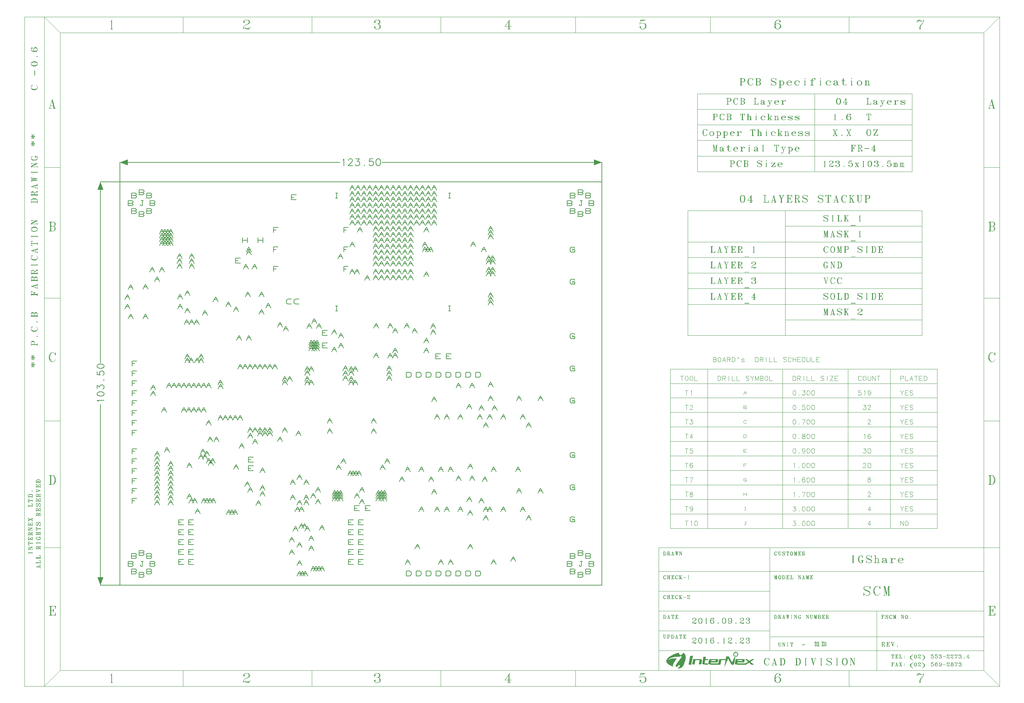
<source format=gbr>
%MOMM*%
%FSLAX33Y33*%
%ADD10C,0.203200*%
%ADD11C,0.120000*%
%ADD126C,0.152400*%
%ADD219C,0.091440*%
%ADD220C,0.121920*%
%ADD221C,0.050000*%
%ADD222C,0.040640*%
%ADD224C,0.040130*%
G90*G71*G01*D02*G54D10*X0Y0D02*X123500Y0D01*X123500Y103500D01*
X0Y103500D01*X0Y0D01*X4865Y3335D02*X4865Y2065D01*
X4865Y3335D02*X5881Y3335D01*X6135Y3081D01*X6135Y2954D01*
X5881Y2700D01*X4865Y2700D01*X5881Y2700D02*X6135Y2446D01*
X6135Y2319D01*X5881Y2065D01*X4865Y2065D01*X73365Y2365D02*
X73365Y3635D01*X74318Y3635D01*X74635Y3318D01*X74635Y2683D01*
X74318Y2365D01*X73365Y2365D01*X75905Y2365D02*X75905Y3635D01*
X76858Y3635D01*X77175Y3318D01*X77175Y2683D01*X76858Y2365D01*
X75905Y2365D01*X78445Y2365D02*X78445Y3635D01*X79398Y3635D01*
X79715Y3318D01*X79715Y2683D01*X79398Y2365D01*X78445Y2365D01*
X80985Y2365D02*X80985Y3635D01*X81938Y3635D01*X82255Y3318D01*
X82255Y2683D01*X81938Y2365D01*X80985Y2365D01*X83525Y2365D02*
X83525Y3635D01*X84478Y3635D01*X84795Y3318D01*X84795Y2683D01*
X84478Y2365D01*X83525Y2365D01*X86065Y2365D02*X86065Y3635D01*
X87018Y3635D01*X87335Y3318D01*X87335Y2683D01*X87018Y2365D01*
X86065Y2365D01*X88605Y2365D02*X88605Y3635D01*X89558Y3635D01*
X89875Y3318D01*X89875Y2683D01*X89558Y2365D01*X88605Y2365D01*
X91145Y2365D02*X91145Y3635D01*X92098Y3635D01*X92415Y3318D01*
X92415Y2683D01*X92098Y2365D01*X91145Y2365D01*X117365Y3335D02*
X117365Y2065D01*X117365Y3335D02*X118381Y3335D01*X118635Y3081D01*
X118635Y2954D01*X118381Y2700D01*X117365Y2700D01*X118381Y2700D02*
X118635Y2446D01*X118635Y2319D01*X118381Y2065D01*X117365Y2065D01*
X120165Y6135D02*X120165Y4865D01*X120165Y6135D02*X121181Y6135D01*
X121435Y5881D01*X121435Y5754D01*X121181Y5500D01*X120165Y5500D01*
X121181Y5500D02*X121435Y5246D01*X121435Y5119D01*X121181Y4865D01*
X120165Y4865D01*X119345Y8115D02*X119345Y6845D01*X119345Y8115D02*
X120361Y8115D01*X120615Y7861D01*X120615Y7734D01*X120361Y7480D01*
X119345Y7480D01*X120361Y7480D02*X120615Y7226D01*X120615Y7099D01*
X120361Y6845D01*X119345Y6845D01*X117365Y8935D02*X117365Y7665D01*
X117365Y8935D02*X118381Y8935D01*X118635Y8681D01*X118635Y8554D01*
X118381Y8300D01*X117365Y8300D01*X118381Y8300D02*X118635Y8046D01*
X118635Y7919D01*X118381Y7665D01*X117365Y7665D01*X119345Y4155D02*
X119345Y2885D01*X119345Y4155D02*X120361Y4155D01*X120615Y3901D01*
X120615Y3774D01*X120361Y3520D01*X119345Y3520D01*X120361Y3520D02*
X120615Y3266D01*X120615Y3139D01*X120361Y2885D01*X119345Y2885D01*
X115385Y8115D02*X115385Y6845D01*X115385Y8115D02*X116401Y8115D01*
X116655Y7861D01*X116655Y7734D01*X116401Y7480D01*X115385Y7480D01*
X116401Y7480D02*X116655Y7226D01*X116655Y7099D01*X116401Y6845D01*
X115385Y6845D01*X114565Y6135D02*X114565Y4865D01*X114565Y6135D02*
X115581Y6135D01*X115835Y5881D01*X115835Y5754D01*X115581Y5500D01*
X114565Y5500D01*X115581Y5500D02*X115835Y5246D01*X115835Y5119D01*
X115581Y4865D01*X114565Y4865D01*X115385Y4155D02*X115385Y2885D01*
X115385Y4155D02*X116401Y4155D01*X116655Y3901D01*X116655Y3774D01*
X116401Y3520D01*X115385Y3520D01*X116401Y3520D02*X116655Y3266D01*
X116655Y3139D01*X116401Y2885D01*X115385Y2885D01*X62335Y6635D02*
X61065Y6635D01*X61065Y5365D01*X62335Y5365D01*X61065Y6000D02*
X61700Y6000D01*X62335Y9175D02*X61065Y9175D01*X61065Y7905D01*
X62335Y7905D01*X61065Y8540D02*X61700Y8540D01*X59795Y6635D02*
X58525Y6635D01*X58525Y5365D01*X59795Y5365D01*X58525Y6000D02*
X59160Y6000D01*X59795Y9175D02*X58525Y9175D01*X58525Y7905D01*
X59795Y7905D01*X58525Y8540D02*X59160Y8540D01*X18835Y6635D02*
X17565Y6635D01*X17565Y5365D01*X18835Y5365D01*X17565Y6000D02*
X18200Y6000D01*X18835Y9175D02*X17565Y9175D01*X17565Y7905D01*
X18835Y7905D01*X17565Y8540D02*X18200Y8540D01*X16295Y6635D02*
X15025Y6635D01*X15025Y5365D01*X16295Y5365D01*X15025Y6000D02*
X15660Y6000D01*X16295Y9175D02*X15025Y9175D01*X15025Y7905D01*
X16295Y7905D01*X15025Y8540D02*X15660Y8540D01*X7665Y6135D02*
X7665Y4865D01*X7665Y6135D02*X8681Y6135D01*X8935Y5881D01*
X8935Y5754D01*X8681Y5500D01*X7665Y5500D01*X8681Y5500D02*
X8935Y5246D01*X8935Y5119D01*X8681Y4865D01*X7665Y4865D01*
X6845Y8115D02*X6845Y6845D01*X6845Y8115D02*X7861Y8115D01*
X8115Y7861D01*X8115Y7734D01*X7861Y7480D01*X6845Y7480D01*
X7861Y7480D02*X8115Y7226D01*X8115Y7099D01*X7861Y6845D01*
X6845Y6845D01*X4865Y8935D02*X4865Y7665D01*X4865Y8935D02*
X5881Y8935D01*X6135Y8681D01*X6135Y8554D01*X5881Y8300D01*
X4865Y8300D01*X5881Y8300D02*X6135Y8046D01*X6135Y7919D01*
X5881Y7665D01*X4865Y7665D01*X2885Y8115D02*X2885Y6845D01*
X2885Y8115D02*X3901Y8115D01*X4155Y7861D01*X4155Y7734D01*
X3901Y7480D01*X2885Y7480D01*X3901Y7480D02*X4155Y7226D01*
X4155Y7099D01*X3901Y6845D01*X2885Y6845D01*X2065Y6135D02*
X2065Y4865D01*X2065Y6135D02*X3081Y6135D01*X3335Y5881D01*
X3335Y5754D01*X3081Y5500D01*X2065Y5500D01*X3081Y5500D02*
X3335Y5246D01*X3335Y5119D01*X3081Y4865D01*X2065Y4865D01*
X2885Y4155D02*X2885Y2885D01*X2885Y4155D02*X3901Y4155D01*
X4155Y3901D01*X4155Y3774D01*X3901Y3520D01*X2885Y3520D01*
X3901Y3520D02*X4155Y3266D01*X4155Y3139D01*X3901Y2885D01*
X2885Y2885D01*X6845Y4155D02*X6845Y2885D01*X6845Y4155D02*
X7861Y4155D01*X8115Y3901D01*X8115Y3774D01*X7861Y3520D01*
X6845Y3520D01*X7861Y3520D02*X8115Y3266D01*X8115Y3139D01*
X7861Y2885D01*X6845Y2885D01*X16295Y11715D02*X15025Y11715D01*
X15025Y10445D01*X16295Y10445D01*X15025Y11080D02*X15660Y11080D01*
X16295Y14255D02*X15025Y14255D01*X15025Y12985D01*X16295Y12985D01*
X15025Y13620D02*X15660Y13620D01*X18835Y11715D02*X17565Y11715D01*
X17565Y10445D01*X18835Y10445D01*X17565Y11080D02*X18200Y11080D01*
X18835Y14255D02*X17565Y14255D01*X17565Y12985D01*X18835Y12985D01*
X17565Y13620D02*X18200Y13620D01*X59795Y11715D02*X58525Y11715D01*
X58525Y10445D01*X59795Y10445D01*X58525Y11080D02*X59160Y11080D01*
X59795Y14255D02*X58525Y14255D01*X58525Y12985D01*X59795Y12985D01*
X58525Y13620D02*X59160Y13620D01*X62335Y11715D02*X61065Y11715D01*
X61065Y10445D01*X62335Y10445D01*X61065Y11080D02*X61700Y11080D01*
X62335Y14255D02*X61065Y14255D01*X61065Y12985D01*X62335Y12985D01*
X61065Y13620D02*X61700Y13620D01*X116508Y17281D02*X116254Y17535D01*
X115619Y17535D01*X115365Y17281D01*X115365Y16519D01*X115619Y16265D01*
X116254Y16265D01*X116508Y16519D01*X116508Y16519D02*X116508Y16900D01*
X116000Y16900D01*X116000Y16646D01*X116000Y17154D02*X116000Y16900D01*
X116508Y16773D02*X116508Y16265D01*X62335Y16795D02*X61065Y16795D01*
X61065Y15525D01*X62335Y15525D01*X61065Y16160D02*X61700Y16160D01*
X59795Y16795D02*X58525Y16795D01*X58525Y15525D01*X59795Y15525D01*
X58525Y16160D02*X59160Y16160D01*X61385Y20385D02*X60115Y20385D01*
X60115Y19115D01*X61385Y19115D01*X60115Y19750D02*X60750Y19750D01*
X64135Y20385D02*X62865Y20385D01*X62865Y19115D01*X64135Y19115D01*
X62865Y19750D02*X63500Y19750D01*X18835Y16795D02*X17565Y16795D01*
X17565Y15525D01*X18835Y15525D01*X17565Y16160D02*X18200Y16160D01*
X16295Y16795D02*X15025Y16795D01*X15025Y15525D01*X16295Y15525D01*
X15025Y16160D02*X15660Y16160D01*X4258Y22285D02*X3115Y22285D01*
X3115Y21015D01*X3115Y21650D02*X3750Y21650D01*X4258Y24825D02*
X3115Y24825D01*X3115Y23555D01*X3115Y24190D02*X3750Y24190D01*
X116508Y25531D02*X116254Y25785D01*X115619Y25785D01*X115365Y25531D01*
X115365Y24769D01*X115619Y24515D01*X116254Y24515D01*X116508Y24769D01*
X116508Y24769D02*X116508Y25150D01*X116000Y25150D01*X116000Y24896D01*
X116000Y25404D02*X116000Y25150D01*X116508Y25023D02*X116508Y24515D01*
X34135Y30635D02*X32865Y30635D01*X32865Y29365D01*X34135Y29365D01*
X32865Y30000D02*X33500Y30000D01*X4258Y27365D02*X3115Y27365D01*
X3115Y26095D01*X3115Y26730D02*X3750Y26730D01*X4258Y29905D02*
X3115Y29905D01*X3115Y28635D01*X3115Y29270D02*X3750Y29270D01*
X4258Y32445D02*X3115Y32445D01*X3115Y31175D01*X3115Y31810D02*
X3750Y31810D01*X4258Y34985D02*X3115Y34985D01*X3115Y33715D01*
X3115Y34350D02*X3750Y34350D01*X34135Y32885D02*X32865Y32885D01*
X32865Y31615D01*X34135Y31615D01*X32865Y32250D02*X33500Y32250D01*
X116508Y33781D02*X116254Y34035D01*X115619Y34035D01*X115365Y33781D01*
X115365Y33019D01*X115619Y32765D01*X116254Y32765D01*X116508Y33019D01*
X116508Y33019D02*X116508Y33400D01*X116000Y33400D01*X116000Y33146D01*
X116000Y33654D02*X116000Y33400D01*X116508Y33273D02*X116508Y32765D01*
X4258Y39745D02*X3115Y39745D01*X3115Y38475D01*X3115Y39110D02*
X3750Y39110D01*X4258Y42285D02*X3115Y42285D01*X3115Y41015D01*
X3115Y41650D02*X3750Y41650D01*X4258Y44825D02*X3115Y44825D01*
X3115Y43555D01*X3115Y44190D02*X3750Y44190D01*X4258Y47365D02*
X3115Y47365D01*X3115Y46095D01*X3115Y46730D02*X3750Y46730D01*
X4258Y49905D02*X3115Y49905D01*X3115Y48635D01*X3115Y49270D02*
X3750Y49270D01*X116508Y47756D02*X116254Y48010D01*X115619Y48010D01*
X115365Y47756D01*X115365Y46994D01*X115619Y46740D01*X116254Y46740D01*
X116508Y46994D01*X116508Y46994D02*X116508Y47375D01*X116000Y47375D01*
X116000Y47121D01*X116000Y47629D02*X116000Y47375D01*X116508Y47248D02*
X116508Y46740D01*X91145Y53365D02*X91145Y54635D01*X92098Y54635D01*
X92415Y54318D01*X92415Y53683D01*X92098Y53365D01*X91145Y53365D01*
X83525Y53365D02*X83525Y54635D01*X84478Y54635D01*X84795Y54318D01*
X84795Y53683D01*X84478Y53365D01*X83525Y53365D01*X86065Y53365D02*
X86065Y54635D01*X87018Y54635D01*X87335Y54318D01*X87335Y53683D01*
X87018Y53365D01*X86065Y53365D01*X88605Y53365D02*X88605Y54635D01*
X89558Y54635D01*X89875Y54318D01*X89875Y53683D01*X89558Y53365D01*
X88605Y53365D01*X75905Y53365D02*X75905Y54635D01*X76858Y54635D01*
X77175Y54318D01*X77175Y53683D01*X76858Y53365D01*X75905Y53365D01*
X78445Y53365D02*X78445Y54635D01*X79398Y54635D01*X79715Y54318D01*
X79715Y53683D01*X79398Y53365D01*X78445Y53365D01*X80985Y53365D02*
X80985Y54635D01*X81938Y54635D01*X82255Y54318D01*X82255Y53683D01*
X81938Y53365D01*X80985Y53365D01*X73365Y53365D02*X73365Y54635D01*
X74318Y54635D01*X74635Y54318D01*X74635Y53683D01*X74318Y53365D01*
X73365Y53365D01*X4258Y52445D02*X3115Y52445D01*X3115Y51175D01*
X3115Y51810D02*X3750Y51810D01*X4258Y54985D02*X3115Y54985D01*
X3115Y53715D01*X3115Y54350D02*X3750Y54350D01*X4258Y57525D02*
X3115Y57525D01*X3115Y56255D01*X3115Y56890D02*X3750Y56890D01*
X82135Y59385D02*X80865Y59385D01*X80865Y58115D01*X82135Y58115D01*
X80865Y58750D02*X81500Y58750D01*X84885Y59385D02*X83615Y59385D01*
X83615Y58115D01*X84885Y58115D01*X83615Y58750D02*X84250Y58750D01*
X116508Y56006D02*X116254Y56260D01*X115619Y56260D01*X115365Y56006D01*
X115365Y55244D01*X115619Y54990D01*X116254Y54990D01*X116508Y55244D01*
X116508Y55244D02*X116508Y55625D01*X116000Y55625D01*X116000Y55371D01*
X116000Y55879D02*X116000Y55625D01*X116508Y55498D02*X116508Y54990D01*
X116508Y64256D02*X116254Y64510D01*X115619Y64510D01*X115365Y64256D01*
X115365Y63494D01*X115619Y63240D01*X116254Y63240D01*X116508Y63494D01*
X116508Y63494D02*X116508Y63875D01*X116000Y63875D01*X116000Y63621D01*
X116000Y64129D02*X116000Y63875D01*X116508Y63748D02*X116508Y63240D01*
X53135Y65385D02*X51865Y65385D01*X51865Y64115D01*X53135Y64115D01*
X51865Y64750D02*X52500Y64750D01*X53135Y62135D02*X51865Y62135D01*
X51865Y60865D01*X53135Y60865D01*X51865Y61500D02*X52500Y61500D01*
X55246Y71635D02*X55754Y71635D01*X55500Y71635D02*X55500Y70365D01*
X55246Y70365D02*X55754Y70365D01*X84246Y71635D02*X84754Y71635D01*
X84500Y71635D02*X84500Y70365D01*X84246Y70365D02*X84754Y70365D01*
X116508Y78236D02*X116254Y78490D01*X115619Y78490D01*X115365Y78236D01*
X115365Y77474D01*X115619Y77220D01*X116254Y77220D01*X116508Y77474D01*
X116508Y77474D02*X116508Y77855D01*X116000Y77855D01*X116000Y77601D01*
X116000Y78109D02*X116000Y77855D01*X116508Y77728D02*X116508Y77220D01*
X43885Y73385D02*X42933Y73385D01*X42615Y73068D01*X42615Y72433D01*
X42933Y72115D01*X43885Y72115D01*X45885Y73385D02*X44933Y73385D01*
X44615Y73068D01*X44615Y72433D01*X44933Y72115D01*X45885Y72115D01*
X30885Y83885D02*X29615Y83885D01*X29615Y82615D01*X30885Y82615D01*
X29615Y83250D02*X30250Y83250D01*X40508Y81760D02*X39365Y81760D01*
X39365Y80490D01*X39365Y81125D02*X40000Y81125D01*X58508Y81760D02*
X57365Y81760D01*X57365Y80490D01*X57365Y81125D02*X58000Y81125D01*
X116508Y86486D02*X116254Y86740D01*X115619Y86740D01*X115365Y86486D01*
X115365Y85724D01*X115619Y85470D01*X116254Y85470D01*X116508Y85724D01*
X116508Y85724D02*X116508Y86105D01*X116000Y86105D01*X116000Y85851D01*
X116000Y86359D02*X116000Y86105D01*X116508Y85978D02*X116508Y85470D01*
X58508Y86760D02*X57365Y86760D01*X57365Y85490D01*X57365Y86125D02*
X58000Y86125D01*X36615Y88500D02*X35345Y88500D01*X35345Y89135D02*
X35345Y87865D01*X35345Y88500D02*X36615Y88500D01*X36615Y89135D02*
X36615Y87865D01*X40508Y86760D02*X39365Y86760D01*X39365Y85490D01*
X39365Y86125D02*X40000Y86125D01*X32655Y88500D02*X31385Y88500D01*
X31385Y89135D02*X31385Y87865D01*X31385Y88500D02*X32655Y88500D01*
X32655Y89135D02*X32655Y87865D01*X40508Y91760D02*X39365Y91760D01*
X39365Y90490D01*X39365Y91125D02*X40000Y91125D01*X58508Y91760D02*
X57365Y91760D01*X57365Y90490D01*X57365Y91125D02*X58000Y91125D01*
X120165Y98635D02*X120165Y97365D01*X120165Y98635D02*X121181Y98635D01*
X121435Y98381D01*X121435Y98254D01*X121181Y98000D01*X120165Y98000D01*
X121181Y98000D02*X121435Y97746D01*X121435Y97619D01*X121181Y97365D01*
X120165Y97365D01*X119345Y100615D02*X119345Y99345D01*X119345Y100615D02*
X120361Y100615D01*X120615Y100361D01*X120615Y100234D01*X120361Y99980D01*
X119345Y99980D01*X120361Y99980D02*X120615Y99726D01*X120615Y99599D01*
X120361Y99345D01*X119345Y99345D01*X117365Y95835D02*X117365Y94565D01*
X117365Y95835D02*X118381Y95835D01*X118635Y95581D01*X118635Y95454D01*
X118381Y95200D01*X117365Y95200D01*X118381Y95200D02*X118635Y94946D01*
X118635Y94819D01*X118381Y94565D01*X117365Y94565D01*X119345Y96655D02*
X119345Y95385D01*X119345Y96655D02*X120361Y96655D01*X120615Y96401D01*
X120615Y96274D01*X120361Y96020D01*X119345Y96020D01*X120361Y96020D02*
X120615Y95766D01*X120615Y95639D01*X120361Y95385D01*X119345Y95385D01*
X115385Y100615D02*X115385Y99345D01*X115385Y100615D02*X116401Y100615D01*
X116655Y100361D01*X116655Y100234D01*X116401Y99980D01*X115385Y99980D01*
X116401Y99980D02*X116655Y99726D01*X116655Y99599D01*X116401Y99345D01*
X115385Y99345D01*X114565Y98635D02*X114565Y97365D01*X114565Y98635D02*
X115581Y98635D01*X115835Y98381D01*X115835Y98254D01*X115581Y98000D01*
X114565Y98000D01*X115581Y98000D02*X115835Y97746D01*X115835Y97619D01*
X115581Y97365D01*X114565Y97365D01*X115385Y96655D02*X115385Y95385D01*
X115385Y96655D02*X116401Y96655D01*X116655Y96401D01*X116655Y96274D01*
X116401Y96020D01*X115385Y96020D01*X116401Y96020D02*X116655Y95766D01*
X116655Y95639D01*X116401Y95385D01*X115385Y95385D01*X84246Y100635D02*
X84754Y100635D01*X84500Y100635D02*X84500Y99365D01*X84246Y99365D02*
X84754Y99365D01*X55246Y100635D02*X55754Y100635D01*X55500Y100635D02*
X55500Y99365D01*X55246Y99365D02*X55754Y99365D01*X45135Y100135D02*
X43865Y100135D01*X43865Y98865D01*X45135Y98865D01*X43865Y99500D02*
X44500Y99500D01*X7665Y98635D02*X7665Y97365D01*X7665Y98635D02*
X8681Y98635D01*X8935Y98381D01*X8935Y98254D01*X8681Y98000D01*
X7665Y98000D01*X8681Y98000D02*X8935Y97746D01*X8935Y97619D01*
X8681Y97365D01*X7665Y97365D01*X6845Y100615D02*X6845Y99345D01*
X6845Y100615D02*X7861Y100615D01*X8115Y100361D01*X8115Y100234D01*
X7861Y99980D01*X6845Y99980D01*X7861Y99980D02*X8115Y99726D01*
X8115Y99599D01*X7861Y99345D01*X6845Y99345D01*X2885Y100615D02*
X2885Y99345D01*X2885Y100615D02*X3901Y100615D01*X4155Y100361D01*
X4155Y100234D01*X3901Y99980D01*X2885Y99980D01*X3901Y99980D02*
X4155Y99726D01*X4155Y99599D01*X3901Y99345D01*X2885Y99345D01*
X2065Y98635D02*X2065Y97365D01*X2065Y98635D02*X3081Y98635D01*
X3335Y98381D01*X3335Y98254D01*X3081Y98000D01*X2065Y98000D01*
X3081Y98000D02*X3335Y97746D01*X3335Y97619D01*X3081Y97365D01*
X2065Y97365D01*X2885Y96655D02*X2885Y95385D01*X2885Y96655D02*
X3901Y96655D01*X4155Y96401D01*X4155Y96274D01*X3901Y96020D01*
X2885Y96020D01*X3901Y96020D02*X4155Y95766D01*X4155Y95639D01*
X3901Y95385D01*X2885Y95385D01*X4865Y95835D02*X4865Y94565D01*
X4865Y95835D02*X5881Y95835D01*X6135Y95581D01*X6135Y95454D01*
X5881Y95200D01*X4865Y95200D01*X5881Y95200D02*X6135Y94946D01*
X6135Y94819D01*X5881Y94565D01*X4865Y94565D01*X6845Y96655D02*
X6845Y95385D01*X6845Y96655D02*X7861Y96655D01*X8115Y96401D01*
X8115Y96274D01*X7861Y96020D01*X6845Y96020D01*X7861Y96020D02*
X8115Y95766D01*X8115Y95639D01*X7861Y95385D01*X6845Y95385D01*
X4865Y101435D02*X4865Y100165D01*X4865Y101435D02*X5881Y101435D01*
X6135Y101181D01*X6135Y101054D01*X5881Y100800D01*X4865Y100800D01*
X5881Y100800D02*X6135Y100546D01*X6135Y100419D01*X5881Y100165D01*
X4865Y100165D01*X117365Y101435D02*X117365Y100165D01*X117365Y101435D02*
X118381Y101435D01*X118635Y101181D01*X118635Y101054D01*X118381Y100800D01*
X117365Y100800D01*X118381Y100800D02*X118635Y100546D01*X118635Y100419D01*
X118381Y100165D01*X117365Y100165D01*X100135Y6115D02*X100770Y7385D01*
X101405Y6115D01*X100453Y6750D02*X101088Y6750D01*X95115Y5365D02*
X95750Y6635D01*X96385Y5365D01*X95433Y6000D02*X96068Y6000D01*
X84115Y5365D02*X84750Y6635D01*X85385Y5365D01*X84433Y6000D02*
X85068Y6000D01*X81615Y5365D02*X82250Y6635D01*X82885Y5365D01*
X81933Y6000D02*X82568Y6000D01*X73115Y5365D02*X73750Y6635D01*
X74385Y5365D01*X73433Y6000D02*X74068Y6000D01*X50365Y3615D02*
X51000Y4885D01*X51635Y3615D01*X50683Y4250D02*X51318Y4250D01*
X51115Y3615D02*X51750Y4885D01*X52385Y3615D01*X51433Y4250D02*
X52068Y4250D01*X48865Y3615D02*X49500Y4885D01*X50135Y3615D01*
X49183Y4250D02*X49818Y4250D01*X49615Y3615D02*X50250Y4885D01*
X50885Y3615D01*X49933Y4250D02*X50568Y4250D01*X46865Y2365D02*
X47500Y3635D01*X48135Y2365D01*X47183Y3000D02*X47818Y3000D01*
X46115Y2365D02*X46750Y3635D01*X47385Y2365D01*X46433Y3000D02*
X47068Y3000D01*X45365Y5055D02*X46000Y6325D01*X46635Y5055D01*
X45683Y5690D02*X46318Y5690D01*X45365Y2365D02*X46000Y3635D01*
X46635Y2365D01*X45683Y3000D02*X46318Y3000D01*X48365Y8865D02*
X49000Y10135D01*X49635Y8865D01*X48683Y9500D02*X49318Y9500D01*
X48365Y11405D02*X49000Y12675D01*X49635Y11405D01*X48683Y12040D02*
X49318Y12040D01*X45345Y9740D02*X45980Y11010D01*X46615Y9740D01*
X45663Y10375D02*X46298Y10375D01*X43365Y7865D02*X44000Y9135D01*
X44635Y7865D01*X43683Y8500D02*X44318Y8500D01*X43365Y11115D02*
X44000Y12385D01*X44635Y11115D01*X43683Y11750D02*X44318Y11750D01*
X75595Y9365D02*X76230Y10635D01*X76865Y9365D01*X75913Y10000D02*
X76548Y10000D01*X89135Y9365D02*X89770Y10635D01*X90405Y9365D01*
X89453Y10000D02*X90088Y10000D01*X102615Y18865D02*X103250Y20135D01*
X103885Y18865D01*X102933Y19500D02*X103568Y19500D01*X104115Y16715D02*
X104750Y17985D01*X105385Y16715D01*X104433Y17350D02*X105068Y17350D01*
X93115Y18865D02*X93750Y20135D01*X94385Y18865D01*X93433Y19500D02*
X94068Y19500D01*X94115Y18865D02*X94750Y20135D01*X95385Y18865D01*
X94433Y19500D02*X95068Y19500D01*X97615Y18865D02*X98250Y20135D01*
X98885Y18865D01*X97933Y19500D02*X98568Y19500D01*X93115Y16715D02*
X93750Y17985D01*X94385Y16715D01*X93433Y17350D02*X94068Y17350D01*
X89115Y17990D02*X89750Y19260D01*X90385Y17990D01*X89433Y18625D02*
X90068Y18625D01*X86615Y18865D02*X87250Y20135D01*X87885Y18865D01*
X86933Y19500D02*X87568Y19500D01*X76615Y18865D02*X77250Y20135D01*
X77885Y18865D01*X76933Y19500D02*X77568Y19500D01*X83115Y18865D02*
X83750Y20135D01*X84385Y18865D01*X83433Y19500D02*X84068Y19500D01*
X80615Y18865D02*X81250Y20135D01*X81885Y18865D01*X80933Y19500D02*
X81568Y19500D01*X51115Y14115D02*X51750Y15385D01*X52385Y14115D01*
X51433Y14750D02*X52068Y14750D01*X45865Y14615D02*X46500Y15885D01*
X47135Y14615D01*X46183Y15250D02*X46818Y15250D01*X46615Y14615D02*
X47250Y15885D01*X47885Y14615D01*X46933Y15250D02*X47568Y15250D01*
X44365Y13865D02*X45000Y15135D01*X45635Y13865D01*X44683Y14500D02*
X45318Y14500D01*X44865Y18865D02*X45500Y20135D01*X46135Y18865D01*
X45183Y19500D02*X45818Y19500D01*X45865Y18865D02*X46500Y20135D01*
X47135Y18865D01*X46183Y19500D02*X46818Y19500D01*X47365Y13865D02*
X48000Y15135D01*X48635Y13865D01*X47683Y14500D02*X48318Y14500D01*
X28865Y18115D02*X29500Y19385D01*X30135Y18115D01*X29183Y18750D02*
X29818Y18750D01*X28065Y18115D02*X28700Y19385D01*X29335Y18115D01*
X28383Y18750D02*X29018Y18750D01*X27265Y18115D02*X27900Y19385D01*
X28535Y18115D01*X27583Y18750D02*X28218Y18750D01*X19265Y18365D02*
X19900Y19635D01*X20535Y18365D01*X19583Y19000D02*X20218Y19000D01*
X12365Y24365D02*X13000Y25635D01*X13635Y24365D01*X12683Y25000D02*
X13318Y25000D01*X12365Y23115D02*X13000Y24385D01*X13635Y23115D01*
X12683Y23750D02*X13318Y23750D01*X8865Y23115D02*X9500Y24385D01*
X10135Y23115D01*X9183Y23750D02*X9818Y23750D01*X8865Y24365D02*
X9500Y25635D01*X10135Y24365D01*X9183Y25000D02*X9818Y25000D01*
X12365Y21865D02*X13000Y23135D01*X13635Y21865D01*X12683Y22500D02*
X13318Y22500D01*X12365Y20615D02*X13000Y21885D01*X13635Y20615D01*
X12683Y21250D02*X13318Y21250D01*X8865Y20615D02*X9500Y21885D01*
X10135Y20615D01*X9183Y21250D02*X9818Y21250D01*X8865Y21865D02*
X9500Y23135D01*X10135Y21865D01*X9183Y22500D02*X9818Y22500D01*
X23265Y21115D02*X23900Y22385D01*X24535Y21115D01*X23583Y21750D02*
X24218Y21750D01*X22465Y21115D02*X23100Y22385D01*X23735Y21115D01*
X22783Y21750D02*X23418Y21750D01*X20865Y21115D02*X21500Y22385D01*
X22135Y21115D01*X21183Y21750D02*X21818Y21750D01*X21665Y21115D02*
X22300Y22385D01*X22935Y21115D01*X21983Y21750D02*X22618Y21750D01*
X18465Y21115D02*X19100Y22385D01*X19735Y21115D01*X18783Y21750D02*
X19418Y21750D01*X17665Y21115D02*X18300Y22385D01*X18935Y21115D01*
X17983Y21750D02*X18618Y21750D01*X17115Y22165D02*X17750Y23435D01*
X18385Y22165D01*X17433Y22800D02*X18068Y22800D01*X32740Y23865D02*
X33375Y25135D01*X34010Y23865D01*X33058Y24500D02*X33693Y24500D01*
X34865Y20490D02*X35500Y21760D01*X36135Y20490D01*X35183Y21125D02*
X35818Y21125D01*X35865Y22865D02*X36500Y24135D01*X37135Y22865D01*
X36183Y23500D02*X36818Y23500D01*X35865Y24365D02*X36500Y25635D01*
X37135Y24365D01*X36183Y25000D02*X36818Y25000D01*X48865Y22365D02*
X49500Y23635D01*X50135Y22365D01*X49183Y23000D02*X49818Y23000D01*
X47115Y20615D02*X47750Y21885D01*X48385Y20615D01*X47433Y21250D02*
X48068Y21250D01*X45365Y20615D02*X46000Y21885D01*X46635Y20615D01*
X45683Y21250D02*X46318Y21250D01*X47115Y21915D02*X47750Y23185D01*
X48385Y21915D01*X47433Y22550D02*X48068Y22550D01*X43615Y21915D02*
X44250Y23185D01*X44885Y21915D01*X43933Y22550D02*X44568Y22550D01*
X54365Y21615D02*X55000Y22885D01*X55635Y21615D01*X54683Y22250D02*
X55318Y22250D01*X54365Y22365D02*X55000Y23635D01*X55635Y22365D01*
X54683Y23000D02*X55318Y23000D01*X54365Y23115D02*X55000Y24385D01*
X55635Y23115D01*X54683Y23750D02*X55318Y23750D01*X55115Y23115D02*
X55750Y24385D01*X56385Y23115D01*X55433Y23750D02*X56068Y23750D01*
X55115Y22365D02*X55750Y23635D01*X56385Y22365D01*X55433Y23000D02*
X56068Y23000D01*X55115Y21615D02*X55750Y22885D01*X56385Y21615D01*
X55433Y22250D02*X56068Y22250D01*X55865Y21615D02*X56500Y22885D01*
X57135Y21615D01*X56183Y22250D02*X56818Y22250D01*X55865Y22365D02*
X56500Y23635D01*X57135Y22365D01*X56183Y23000D02*X56818Y23000D01*
X55865Y23115D02*X56500Y24385D01*X57135Y23115D01*X56183Y23750D02*
X56818Y23750D01*X50115Y20865D02*X50750Y22135D01*X51385Y20865D01*
X50433Y21500D02*X51068Y21500D01*X50115Y23865D02*X50750Y25135D01*
X51385Y23865D01*X50433Y24500D02*X51068Y24500D01*X65615Y21615D02*
X66250Y22885D01*X66885Y21615D01*X65933Y22250D02*X66568Y22250D01*
X65615Y22365D02*X66250Y23635D01*X66885Y22365D01*X65933Y23000D02*
X66568Y23000D01*X65615Y23115D02*X66250Y24385D01*X66885Y23115D01*
X65933Y23750D02*X66568Y23750D01*X66365Y23115D02*X67000Y24385D01*
X67635Y23115D01*X66683Y23750D02*X67318Y23750D01*X66365Y22365D02*
X67000Y23635D01*X67635Y22365D01*X66683Y23000D02*X67318Y23000D01*
X66365Y21615D02*X67000Y22885D01*X67635Y21615D01*X66683Y22250D02*
X67318Y22250D01*X60115Y22365D02*X60750Y23635D01*X61385Y22365D01*
X60433Y23000D02*X61068Y23000D01*X61365Y23865D02*X62000Y25135D01*
X62635Y23865D01*X61683Y24500D02*X62318Y24500D01*X61365Y20865D02*
X62000Y22135D01*X62635Y20865D01*X61683Y21500D02*X62318Y21500D01*
X67115Y21615D02*X67750Y22885D01*X68385Y21615D01*X67433Y22250D02*
X68068Y22250D01*X67115Y22365D02*X67750Y23635D01*X68385Y22365D01*
X67433Y23000D02*X68068Y23000D01*X67115Y23115D02*X67750Y24385D01*
X68385Y23115D01*X67433Y23750D02*X68068Y23750D01*X79865Y23365D02*
X80500Y24635D01*X81135Y23365D01*X80183Y24000D02*X80818Y24000D01*
X88865Y21460D02*X89500Y22730D01*X90135Y21460D01*X89183Y22095D02*
X89818Y22095D01*X91990Y21115D02*X92625Y22385D01*X93260Y21115D01*
X92308Y21750D02*X92943Y21750D01*X101615Y23615D02*X102250Y24885D01*
X102885Y23615D01*X101933Y24250D02*X102568Y24250D01*X107115Y23615D02*
X107750Y24885D01*X108385Y23615D01*X107433Y24250D02*X108068Y24250D01*
X101365Y29115D02*X102000Y30385D01*X102635Y29115D01*X101683Y29750D02*
X102318Y29750D01*X95115Y29115D02*X95750Y30385D01*X96385Y29115D01*
X95433Y29750D02*X96068Y29750D01*X92865Y26615D02*X93500Y27885D01*
X94135Y26615D01*X93183Y27250D02*X93818Y27250D01*X89615Y26865D02*
X90250Y28135D01*X90885Y26865D01*X89933Y27500D02*X90568Y27500D01*
X84115Y29115D02*X84750Y30385D01*X85385Y29115D01*X84433Y29750D02*
X85068Y29750D01*X89135Y29865D02*X89770Y31135D01*X90405Y29865D01*
X89453Y30500D02*X90088Y30500D01*X86115Y26865D02*X86750Y28135D01*
X87385Y26865D01*X86433Y27500D02*X87068Y27500D01*X81615Y29115D02*
X82250Y30385D01*X82885Y29115D01*X81933Y29750D02*X82568Y29750D01*
X76615Y29115D02*X77250Y30385D01*X77885Y29115D01*X76933Y29750D02*
X77568Y29750D01*X79115Y26615D02*X79750Y27885D01*X80385Y26615D01*
X79433Y27250D02*X80068Y27250D01*X73115Y29115D02*X73750Y30385D01*
X74385Y29115D01*X73433Y29750D02*X74068Y29750D01*X66665Y29615D02*
X67300Y30885D01*X67935Y29615D01*X66983Y30250D02*X67618Y30250D01*
X71615Y26615D02*X72250Y27885D01*X72885Y26615D01*X71933Y27250D02*
X72568Y27250D01*X58365Y28115D02*X59000Y29385D01*X59635Y28115D01*
X58683Y28750D02*X59318Y28750D01*X59115Y28115D02*X59750Y29385D01*
X60385Y28115D01*X59433Y28750D02*X60068Y28750D01*X59865Y28115D02*
X60500Y29385D01*X61135Y28115D01*X60183Y28750D02*X60818Y28750D01*
X60615Y28115D02*X61250Y29385D01*X61885Y28115D01*X60933Y28750D02*
X61568Y28750D01*X55415Y29615D02*X56050Y30885D01*X56685Y29615D01*
X55733Y30250D02*X56368Y30250D01*X45365Y27115D02*X46000Y28385D01*
X46635Y27115D01*X45683Y27750D02*X46318Y27750D01*X47115Y25815D02*
X47750Y27085D01*X48385Y25815D01*X47433Y26450D02*X48068Y26450D01*
X43615Y25815D02*X44250Y27085D01*X44885Y25815D01*X43933Y26450D02*
X44568Y26450D01*X35865Y28865D02*X36500Y30135D01*X37135Y28865D01*
X36183Y29500D02*X36818Y29500D01*X29115Y29740D02*X29750Y31010D01*
X30385Y29740D01*X29433Y30375D02*X30068Y30375D01*X31990Y25365D02*
X32625Y26635D01*X33260Y25365D01*X32307Y26000D02*X32943Y26000D01*
X17115Y30165D02*X17750Y31435D01*X18385Y30165D01*X17433Y30800D02*
X18068Y30800D01*X12365Y30615D02*X13000Y31885D01*X13635Y30615D01*
X12683Y31250D02*X13318Y31250D01*X12365Y29365D02*X13000Y30635D01*
X13635Y29365D01*X12683Y30000D02*X13318Y30000D01*X12365Y28115D02*
X13000Y29385D01*X13635Y28115D01*X12683Y28750D02*X13318Y28750D01*
X12365Y26865D02*X13000Y28135D01*X13635Y26865D01*X12683Y27500D02*
X13318Y27500D01*X12365Y25615D02*X13000Y26885D01*X13635Y25615D01*
X12683Y26250D02*X13318Y26250D01*X8865Y25615D02*X9500Y26885D01*
X10135Y25615D01*X9183Y26250D02*X9818Y26250D01*X8865Y26865D02*
X9500Y28135D01*X10135Y26865D01*X9183Y27500D02*X9818Y27500D01*
X8865Y28115D02*X9500Y29385D01*X10135Y28115D01*X9183Y28750D02*
X9818Y28750D01*X8865Y29365D02*X9500Y30635D01*X10135Y29365D01*
X9183Y30000D02*X9818Y30000D01*X8865Y30615D02*X9500Y31885D01*
X10135Y30615D01*X9183Y31250D02*X9818Y31250D01*X11365Y34115D02*
X12000Y35385D01*X12635Y34115D01*X11683Y34750D02*X12318Y34750D01*
X8865Y31865D02*X9500Y33135D01*X10135Y31865D01*X9183Y32500D02*
X9818Y32500D01*X8865Y33115D02*X9500Y34385D01*X10135Y33115D01*
X9183Y33750D02*X9818Y33750D01*X20615Y33740D02*X21250Y35010D01*
X21885Y33740D01*X20933Y34375D02*X21568Y34375D01*X21615Y33240D02*
X22250Y34510D01*X22885Y33240D01*X21933Y33875D02*X22568Y33875D01*
X21115Y32365D02*X21750Y33635D01*X22385Y32365D01*X21433Y33000D02*
X22068Y33000D01*X20115Y32365D02*X20750Y33635D01*X21385Y32365D01*
X20433Y33000D02*X21068Y33000D01*X23115Y31365D02*X23750Y32635D01*
X24385Y31365D01*X23433Y32000D02*X24068Y32000D01*X22115Y31365D02*
X22750Y32635D01*X23385Y31365D01*X22433Y32000D02*X23068Y32000D01*
X22615Y30740D02*X23250Y32010D01*X23885Y30740D01*X22933Y31375D02*
X23568Y31375D01*X30565Y35115D02*X31200Y36385D01*X31835Y35115D01*
X30883Y35750D02*X31518Y35750D01*X33990Y36240D02*X34625Y37510D01*
X35260Y36240D01*X34308Y36875D02*X34943Y36875D01*X56615Y31215D02*
X57250Y32485D01*X57885Y31215D01*X56933Y31850D02*X57568Y31850D01*
X67865Y31215D02*X68500Y32485D01*X69135Y31215D01*X68183Y31850D02*
X68818Y31850D01*X104115Y40465D02*X104750Y41735D01*X105385Y40465D01*
X104433Y41100D02*X105068Y41100D01*X93115Y40465D02*X93750Y41735D01*
X94385Y40465D01*X93433Y41100D02*X94068Y41100D01*X64365Y38990D02*
X65000Y40260D01*X65635Y38990D01*X64683Y39625D02*X65317Y39625D01*
X64365Y41615D02*X65000Y42885D01*X65635Y41615D01*X64683Y42250D02*
X65317Y42250D01*X53115Y41615D02*X53750Y42885D01*X54385Y41615D01*
X53433Y42250D02*X54068Y42250D01*X53115Y38990D02*X53750Y40260D01*
X54385Y38990D01*X53433Y39625D02*X54068Y39625D01*X45115Y38365D02*
X45750Y39635D01*X46385Y38365D01*X45433Y39000D02*X46068Y39000D01*
X41600Y39240D02*X42235Y40510D01*X42870Y39240D01*X41918Y39875D02*
X42553Y39875D01*X33980Y39240D02*X34615Y40510D01*X35250Y39240D01*
X34298Y39875D02*X34933Y39875D01*X35240Y38240D02*X35875Y39510D01*
X36510Y38240D01*X35558Y38875D02*X36193Y38875D01*X35250Y39240D02*
X35885Y40510D01*X36520Y39240D01*X35568Y39875D02*X36203Y39875D01*
X36520Y38240D02*X37155Y39510D01*X37790Y38240D01*X36838Y38875D02*
X37473Y38875D01*X36520Y39240D02*X37155Y40510D01*X37790Y39240D01*
X36838Y39875D02*X37473Y39875D01*X37790Y38240D02*X38425Y39510D01*
X39060Y38240D01*X38108Y38875D02*X38743Y38875D01*X37790Y39240D02*
X38425Y40510D01*X39060Y39240D01*X38108Y39875D02*X38743Y39875D01*
X40365Y36865D02*X41000Y38135D01*X41635Y36865D01*X40683Y37500D02*
X41318Y37500D01*X32740Y37740D02*X33375Y39010D01*X34010Y37740D01*
X33058Y38375D02*X33693Y38375D01*X32710Y39240D02*X33345Y40510D01*
X33980Y39240D01*X33028Y39875D02*X33663Y39875D01*X22465Y36865D02*
X23100Y38135D01*X23735Y36865D01*X22783Y37500D02*X23418Y37500D01*
X24065Y36865D02*X24700Y38135D01*X25335Y36865D01*X24383Y37500D02*
X25018Y37500D01*X22080Y41115D02*X22715Y42385D01*X23350Y41115D01*
X22398Y41750D02*X23033Y41750D01*X15730Y44365D02*X16365Y45635D01*
X17000Y44365D01*X16048Y45000D02*X16683Y45000D01*X10650Y44365D02*
X11285Y45635D01*X11920Y44365D01*X10968Y45000D02*X11603Y45000D01*
X20810Y44365D02*X21445Y45635D01*X22080Y44365D01*X21128Y45000D02*
X21763Y45000D01*X19540Y44365D02*X20175Y45635D01*X20810Y44365D01*
X19858Y45000D02*X20493Y45000D01*X18270Y44365D02*X18905Y45635D01*
X19540Y44365D01*X18588Y45000D02*X19223Y45000D01*X17000Y44365D02*
X17635Y45635D01*X18270Y44365D01*X17318Y45000D02*X17953Y45000D01*
X30170Y42365D02*X30805Y43635D01*X31440Y42365D01*X30488Y43000D02*
X31123Y43000D01*X28900Y42365D02*X29535Y43635D01*X30170Y42365D01*
X29218Y43000D02*X29853Y43000D01*X27630Y42365D02*X28265Y43635D01*
X28900Y42365D01*X27948Y43000D02*X28583Y43000D01*X26360Y42365D02*
X26995Y43635D01*X27630Y42365D01*X26678Y43000D02*X27313Y43000D01*
X25090Y42365D02*X25725Y43635D01*X26360Y42365D01*X25408Y43000D02*
X26043Y43000D01*X80615Y42615D02*X81250Y43885D01*X81885Y42615D01*
X80933Y43250D02*X81568Y43250D01*X79865Y47115D02*X80500Y48385D01*
X81135Y47115D01*X80183Y47750D02*X80818Y47750D01*X83115Y42615D02*
X83750Y43885D01*X84385Y42615D01*X83433Y43250D02*X84068Y43250D01*
X86615Y42615D02*X87250Y43885D01*X87885Y42615D01*X86933Y43250D02*
X87568Y43250D01*X88865Y45210D02*X89500Y46480D01*X90135Y45210D01*
X89183Y45845D02*X89818Y45845D01*X91990Y44865D02*X92625Y46135D01*
X93260Y44865D01*X92308Y45500D02*X92943Y45500D01*X94115Y42615D02*
X94750Y43885D01*X95385Y42615D01*X94433Y43250D02*X95068Y43250D01*
X91615Y42615D02*X92250Y43885D01*X92885Y42615D01*X91933Y43250D02*
X92568Y43250D01*X95365Y44865D02*X96000Y46135D01*X96635Y44865D01*
X95683Y45500D02*X96318Y45500D01*X94365Y47365D02*X95000Y48635D01*
X95635Y47365D01*X94683Y48000D02*X95318Y48000D01*X97615Y42615D02*
X98250Y43885D01*X98885Y42615D01*X97933Y43250D02*X98568Y43250D01*
X101615Y47365D02*X102250Y48635D01*X102885Y47365D01*X101933Y48000D02*
X102568Y48000D01*X102615Y42615D02*X103250Y43885D01*X103885Y42615D01*
X102933Y43250D02*X103568Y43250D01*X107115Y47365D02*X107750Y48635D01*
X108385Y47365D01*X107433Y48000D02*X108068Y48000D01*X94365Y50865D02*
X95000Y52135D01*X95635Y50865D01*X94683Y51500D02*X95318Y51500D01*
X89615Y50615D02*X90250Y51885D01*X90885Y50615D01*X89933Y51250D02*
X90568Y51250D01*X86115Y50615D02*X86750Y51885D01*X87385Y50615D01*
X86433Y51250D02*X87068Y51250D01*X68365Y52480D02*X69000Y53750D01*
X69635Y52480D01*X68683Y53115D02*X69318Y53115D01*X59615Y51365D02*
X60250Y52635D01*X60885Y51365D01*X59933Y52000D02*X60568Y52000D01*
X58615Y52365D02*X59250Y53635D01*X59885Y52365D01*X58933Y53000D02*
X59568Y53000D01*X58615Y51365D02*X59250Y52635D01*X59885Y51365D01*
X58933Y52000D02*X59568Y52000D01*X57115Y52480D02*X57750Y53750D01*
X58385Y52480D01*X57433Y53115D02*X58068Y53115D01*X42870Y52365D02*
X43505Y53635D01*X44140Y52365D01*X43188Y53000D02*X43823Y53000D01*
X41600Y52365D02*X42235Y53635D01*X42870Y52365D01*X41918Y53000D02*
X42553Y53000D01*X41615Y51365D02*X42250Y52635D01*X42885Y51365D01*
X41933Y52000D02*X42568Y52000D01*X48365Y51365D02*X49000Y52635D01*
X49635Y51365D01*X48683Y52000D02*X49318Y52000D01*X47365Y52365D02*
X48000Y53635D01*X48635Y52365D01*X47683Y53000D02*X48318Y53000D01*
X47365Y51365D02*X48000Y52635D01*X48635Y51365D01*X47683Y52000D02*
X48318Y52000D01*X25115Y50365D02*X25750Y51635D01*X26385Y50365D01*
X25433Y51000D02*X26068Y51000D01*X25090Y51365D02*X25725Y52635D01*
X26360Y51365D01*X25408Y52000D02*X26043Y52000D01*X22080Y50615D02*
X22715Y51885D01*X23350Y50615D01*X22398Y51250D02*X23033Y51250D01*
X20810Y50615D02*X21445Y51885D01*X22080Y50615D01*X21128Y51250D02*
X21763Y51250D01*X19540Y50615D02*X20175Y51885D01*X20810Y50615D01*
X19858Y51250D02*X20493Y51250D01*X18270Y50615D02*X18905Y51885D01*
X19540Y50615D01*X18588Y51250D02*X19223Y51250D01*X17000Y50615D02*
X17635Y51885D01*X18270Y50615D01*X17318Y51250D02*X17953Y51250D01*
X15730Y50615D02*X16365Y51885D01*X17000Y50615D01*X16048Y51250D02*
X16683Y51250D01*X14460Y50615D02*X15095Y51885D01*X15730Y50615D01*
X14778Y51250D02*X15413Y51250D01*X13190Y50615D02*X13825Y51885D01*
X14460Y50615D01*X13508Y51250D02*X14143Y51250D01*X11920Y50615D02*
X12555Y51885D01*X13190Y50615D01*X12238Y51250D02*X12873Y51250D01*
X7865Y50115D02*X8500Y51385D01*X9135Y50115D01*X8182Y50750D02*
X8818Y50750D01*X7865Y48615D02*X8500Y49885D01*X9135Y48615D01*
X8182Y49250D02*X8818Y49250D01*X17615Y57115D02*X18250Y58385D01*
X18885Y57115D01*X17933Y57750D02*X18568Y57750D01*X16615Y58115D02*
X17250Y59385D01*X17885Y58115D01*X16933Y58750D02*X17568Y58750D01*
X16615Y57115D02*X17250Y58385D01*X17885Y57115D01*X16933Y57750D02*
X17568Y57750D01*X19115Y57115D02*X19750Y58385D01*X20385Y57115D01*
X19433Y57750D02*X20068Y57750D01*X20115Y57115D02*X20750Y58385D01*
X21385Y57115D01*X20433Y57750D02*X21068Y57750D01*X20115Y58115D02*
X20750Y59385D01*X21385Y58115D01*X20433Y58750D02*X21068Y58750D01*
X32710Y55490D02*X33345Y56760D01*X33980Y55490D01*X33028Y56125D02*
X33663Y56125D01*X31440Y55490D02*X32075Y56760D01*X32710Y55490D01*
X31758Y56125D02*X32393Y56125D01*X30170Y55490D02*X30805Y56760D01*
X31440Y55490D01*X30488Y56125D02*X31123Y56125D01*X39060Y55490D02*
X39695Y56760D01*X40330Y55490D01*X39378Y56125D02*X40013Y56125D01*
X37790Y55490D02*X38425Y56760D01*X39060Y55490D01*X38108Y56125D02*
X38743Y56125D01*X36520Y55490D02*X37155Y56760D01*X37790Y55490D01*
X36838Y56125D02*X37473Y56125D01*X35250Y55490D02*X35885Y56760D01*
X36520Y55490D01*X35568Y56125D02*X36203Y56125D01*X33990Y55490D02*
X34625Y56760D01*X35260Y55490D01*X34308Y56125D02*X34943Y56125D01*
X48365Y54865D02*X49000Y56135D01*X49635Y54865D01*X48683Y55500D02*
X49318Y55500D01*X47365Y53865D02*X48000Y55135D01*X48635Y53865D01*
X47683Y54500D02*X48318Y54500D01*X47365Y54865D02*X48000Y56135D01*
X48635Y54865D01*X47683Y55500D02*X48318Y55500D01*X57115Y55020D02*
X57750Y56290D01*X58385Y55020D01*X57433Y55655D02*X58068Y55655D01*
X57115Y53750D02*X57750Y55020D01*X58385Y53750D01*X57433Y54385D02*
X58068Y54385D01*X59615Y54865D02*X60250Y56135D01*X60885Y54865D01*
X59933Y55500D02*X60568Y55500D01*X58615Y53865D02*X59250Y55135D01*
X59885Y53865D01*X58933Y54500D02*X59568Y54500D01*X58615Y54865D02*
X59250Y56135D01*X59885Y54865D01*X58933Y55500D02*X59568Y55500D01*
X64990Y58305D02*X65625Y59575D01*X66260Y58305D01*X65308Y58940D02*
X65943Y58940D01*X68615Y58240D02*X69250Y59510D01*X69885Y58240D01*
X68933Y58875D02*X69568Y58875D01*X69865Y58305D02*X70500Y59575D01*
X71135Y58305D01*X70183Y58940D02*X70818Y58940D01*X68365Y53750D02*
X69000Y55020D01*X69635Y53750D01*X68683Y54385D02*X69318Y54385D01*
X68365Y55020D02*X69000Y56290D01*X69635Y55020D01*X68683Y55655D02*
X69318Y55655D01*X77865Y62115D02*X78500Y63385D01*X79135Y62115D01*
X78183Y62750D02*X78818Y62750D01*X79615Y64365D02*X80250Y65635D01*
X80885Y64365D01*X79933Y65000D02*X80568Y65000D01*X77865Y59575D02*
X78500Y60845D01*X79135Y59575D01*X78183Y60210D02*X78818Y60210D01*
X74865Y64655D02*X75500Y65925D01*X76135Y64655D01*X75183Y65290D02*
X75818Y65290D01*X69865Y59575D02*X70500Y60845D01*X71135Y59575D01*
X70183Y60210D02*X70818Y60210D01*X69865Y64655D02*X70500Y65925D01*
X71135Y64655D01*X70183Y65290D02*X70818Y65290D01*X55990Y63385D02*
X56625Y64655D01*X57260Y63385D01*X56308Y64020D02*X56943Y64020D01*
X55990Y60865D02*X56625Y62135D01*X57260Y60865D01*X56308Y61500D02*
X56943Y61500D01*X54240Y59865D02*X54875Y61135D01*X55510Y59865D01*
X54558Y60500D02*X55193Y60500D01*X54240Y64365D02*X54875Y65635D01*
X55510Y64365D01*X54558Y65000D02*X55193Y65000D01*X49865Y60865D02*
X50500Y62135D01*X51135Y60865D01*X50183Y61500D02*X50818Y61500D01*
X49865Y61615D02*X50500Y62885D01*X51135Y61615D01*X50183Y62250D02*
X50818Y62250D01*X49865Y60115D02*X50500Y61385D01*X51135Y60115D01*
X50183Y60750D02*X50818Y60750D01*X48365Y61615D02*X49000Y62885D01*
X49635Y61615D01*X48683Y62250D02*X49318Y62250D01*X49115Y61615D02*
X49750Y62885D01*X50385Y61615D01*X49433Y62250D02*X50068Y62250D01*
X49115Y60865D02*X49750Y62135D01*X50385Y60865D01*X49433Y61500D02*
X50068Y61500D01*X48365Y60865D02*X49000Y62135D01*X49635Y60865D01*
X48683Y61500D02*X49318Y61500D01*X48365Y60115D02*X49000Y61385D01*
X49635Y60115D01*X48683Y60750D02*X49318Y60750D01*X49115Y60115D02*
X49750Y61385D01*X50385Y60115D01*X49433Y60750D02*X50068Y60750D01*
X29865Y62865D02*X30500Y64135D01*X31135Y62865D01*X30183Y63500D02*
X30818Y63500D01*X32365Y62865D02*X33000Y64135D01*X33635Y62865D01*
X32682Y63500D02*X33318Y63500D01*X5865Y68305D02*X6500Y69575D01*
X7135Y68305D01*X6183Y68940D02*X6818Y68940D01*X2115Y68365D02*
X2750Y69635D01*X3385Y68365D01*X2433Y69000D02*X3068Y69000D01*
X16460Y66865D02*X17095Y68135D01*X17730Y66865D01*X16778Y67500D02*
X17413Y67500D01*X16615Y69865D02*X17250Y71135D01*X17885Y69865D01*
X16933Y70500D02*X17568Y70500D01*X21115Y69240D02*X21750Y70510D01*
X22385Y69240D01*X21433Y69875D02*X22068Y69875D01*X17730Y66865D02*
X18365Y68135D01*X19000Y66865D01*X18048Y67500D02*X18683Y67500D01*
X19000Y66865D02*X19635Y68135D01*X20270Y66865D01*X19318Y67500D02*
X19953Y67500D01*X29115Y70210D02*X29750Y71480D01*X30385Y70210D01*
X29433Y70845D02*X30068Y70845D01*X35615Y69490D02*X36250Y70760D01*
X36885Y69490D01*X35933Y70125D02*X36568Y70125D01*X40365Y66240D02*
X41000Y67510D01*X41635Y66240D01*X40683Y66875D02*X41318Y66875D01*
X49115Y67115D02*X49750Y68385D01*X50385Y67115D01*X49433Y67750D02*
X50068Y67750D01*X47865Y65865D02*X48500Y67135D01*X49135Y65865D01*
X48183Y66500D02*X48818Y66500D01*X41865Y65165D02*X42500Y66435D01*
X43135Y65165D01*X42183Y65800D02*X42818Y65800D01*X50365Y65865D02*
X51000Y67135D01*X51635Y65865D01*X50683Y66500D02*X51318Y66500D01*
X64990Y65925D02*X65625Y67195D01*X66260Y65925D01*X65308Y66560D02*
X65943Y66560D01*X72865Y65925D02*X73500Y67195D01*X74135Y65925D01*
X73183Y66560D02*X73818Y66560D01*X68615Y65990D02*X69250Y67260D01*
X69885Y65990D01*X68933Y66625D02*X69568Y66625D01*X79615Y65865D02*
X80250Y67135D01*X80885Y65865D01*X79933Y66500D02*X80568Y66500D01*
X94365Y71865D02*X95000Y73135D01*X95635Y71865D01*X94683Y72500D02*
X95318Y72500D01*X94365Y73865D02*X95000Y75135D01*X95635Y73865D01*
X94683Y74500D02*X95318Y74500D01*X94365Y72865D02*X95000Y74135D01*
X95635Y72865D01*X94683Y73500D02*X95318Y73500D01*X37365Y71115D02*
X38000Y72385D01*X38635Y71115D01*X37683Y71750D02*X38318Y71750D01*
X35615Y73990D02*X36250Y75260D01*X36885Y73990D01*X35933Y74625D02*
X36568Y74625D01*X27115Y71490D02*X27750Y72760D01*X28385Y71490D01*
X27433Y72125D02*X28068Y72125D01*X32115Y74020D02*X32750Y75290D01*
X33385Y74020D01*X32432Y74655D02*X33068Y74655D01*X23865Y72740D02*
X24500Y74010D01*X25135Y72740D01*X24183Y73375D02*X24818Y73375D01*
X16615Y74365D02*X17250Y75635D01*X17885Y74365D01*X16933Y75000D02*
X17568Y75000D01*X14740Y70845D02*X15375Y72115D01*X16010Y70845D01*
X15058Y71480D02*X15693Y71480D01*X14740Y73385D02*X15375Y74655D01*
X16010Y73385D01*X15058Y74020D02*X15693Y74020D01*X1240Y73365D02*
X1875Y74635D01*X2510Y73365D01*X1558Y74000D02*X2193Y74000D01*
X1240Y70865D02*X1875Y72135D01*X2510Y70865D01*X1558Y71500D02*
X2193Y71500D01*X2115Y75865D02*X2750Y77135D01*X3385Y75865D01*
X2433Y76500D02*X3068Y76500D01*X5865Y75925D02*X6500Y77195D01*
X7135Y75925D01*X6183Y76560D02*X6818Y76560D01*X7615Y80365D02*
X8250Y81635D01*X8885Y80365D01*X7933Y81000D02*X8568Y81000D01*
X10115Y80365D02*X10750Y81635D01*X11385Y80365D01*X10433Y81000D02*
X11068Y81000D01*X8865Y77865D02*X9500Y79135D01*X10135Y77865D01*
X9183Y78500D02*X9818Y78500D01*X14615Y81325D02*X15250Y82595D01*
X15885Y81325D01*X14933Y81960D02*X15568Y81960D01*X17740Y81325D02*
X18375Y82595D01*X19010Y81325D01*X18058Y81960D02*X18693Y81960D01*
X31615Y81115D02*X32250Y82385D01*X32885Y81115D01*X31933Y81750D02*
X32568Y81750D01*X33865Y81115D02*X34500Y82385D01*X35135Y81115D01*
X34183Y81750D02*X34818Y81750D01*X58865Y79865D02*X59500Y81135D01*
X60135Y79865D01*X59183Y80500D02*X59818Y80500D01*X60115Y79865D02*
X60750Y81135D01*X61385Y79865D01*X60433Y80500D02*X61068Y80500D01*
X62740Y78240D02*X63375Y79510D01*X64010Y78240D01*X63058Y78875D02*
X63693Y78875D01*X64865Y81865D02*X65500Y83135D01*X66135Y81865D01*
X65183Y82500D02*X65818Y82500D01*X66365Y81865D02*X67000Y83135D01*
X67635Y81865D01*X66683Y82500D02*X67318Y82500D01*X64865Y79865D02*
X65500Y81135D01*X66135Y79865D01*X65183Y80500D02*X65818Y80500D01*
X66365Y79865D02*X67000Y81135D01*X67635Y79865D01*X66683Y80500D02*
X67318Y80500D01*X66365Y78365D02*X67000Y79635D01*X67635Y78365D01*
X66683Y79000D02*X67318Y79000D01*X64865Y78365D02*X65500Y79635D01*
X66135Y78365D01*X65183Y79000D02*X65818Y79000D01*X67865Y81865D02*
X68500Y83135D01*X69135Y81865D01*X68183Y82500D02*X68818Y82500D01*
X69365Y81865D02*X70000Y83135D01*X70635Y81865D01*X69683Y82500D02*
X70318Y82500D01*X70865Y81865D02*X71500Y83135D01*X72135Y81865D01*
X71183Y82500D02*X71818Y82500D01*X72365Y81865D02*X73000Y83135D01*
X73635Y81865D01*X72683Y82500D02*X73318Y82500D01*X73865Y81865D02*
X74500Y83135D01*X75135Y81865D01*X74183Y82500D02*X74818Y82500D01*
X67865Y79865D02*X68500Y81135D01*X69135Y79865D01*X68183Y80500D02*
X68818Y80500D01*X69365Y79865D02*X70000Y81135D01*X70635Y79865D01*
X69683Y80500D02*X70318Y80500D01*X70865Y79865D02*X71500Y81135D01*
X72135Y79865D01*X71183Y80500D02*X71818Y80500D01*X72365Y79865D02*
X73000Y81135D01*X73635Y79865D01*X72683Y80500D02*X73318Y80500D01*
X73865Y79865D02*X74500Y81135D01*X75135Y79865D01*X74183Y80500D02*
X74818Y80500D01*X73865Y78365D02*X74500Y79635D01*X75135Y78365D01*
X74183Y79000D02*X74818Y79000D01*X72365Y78365D02*X73000Y79635D01*
X73635Y78365D01*X72683Y79000D02*X73318Y79000D01*X70865Y78365D02*
X71500Y79635D01*X72135Y78365D01*X71183Y79000D02*X71818Y79000D01*
X69365Y78365D02*X70000Y79635D01*X70635Y78365D01*X69683Y79000D02*
X70318Y79000D01*X67865Y78365D02*X68500Y79635D01*X69135Y78365D01*
X68183Y79000D02*X68818Y79000D01*X77865Y79150D02*X78500Y80420D01*
X79135Y79150D01*X78183Y79785D02*X78818Y79785D01*X94865Y79365D02*
X95500Y80635D01*X96135Y79365D01*X95183Y80000D02*X95818Y80000D01*
X94865Y80365D02*X95500Y81635D01*X96135Y80365D01*X95183Y81000D02*
X95818Y81000D01*X93865Y79365D02*X94500Y80635D01*X95135Y79365D01*
X94183Y80000D02*X94818Y80000D01*X93865Y80365D02*X94500Y81635D01*
X95135Y80365D01*X94183Y81000D02*X94818Y81000D01*X94865Y82365D02*
X95500Y83635D01*X96135Y82365D01*X95183Y83000D02*X95818Y83000D01*
X94865Y83365D02*X95500Y84635D01*X96135Y83365D01*X95183Y84000D02*
X95818Y84000D01*X93865Y82365D02*X94500Y83635D01*X95135Y82365D01*
X94183Y83000D02*X94818Y83000D01*X93865Y83365D02*X94500Y84635D01*
X95135Y83365D01*X94183Y84000D02*X94818Y84000D01*X92615Y85490D02*
X93250Y86760D01*X93885Y85490D01*X92933Y86125D02*X93568Y86125D01*
X89865Y86865D02*X90500Y88135D01*X91135Y86865D01*X90183Y87500D02*
X90818Y87500D01*X78990Y85500D02*X79625Y86770D01*X80260Y85500D01*
X79308Y86135D02*X79943Y86135D01*X77490Y85500D02*X78125Y86770D01*
X78760Y85500D01*X77808Y86135D02*X78443Y86135D01*X78240Y85500D02*
X78875Y86770D01*X79510Y85500D01*X78558Y86135D02*X79193Y86135D01*
X77490Y86770D02*X78125Y88040D01*X78760Y86770D01*X77808Y87405D02*
X78443Y87405D01*X67865Y87865D02*X68500Y89135D01*X69135Y87865D01*
X68183Y88500D02*X68818Y88500D01*X69365Y87865D02*X70000Y89135D01*
X70635Y87865D01*X69683Y88500D02*X70318Y88500D01*X70865Y87865D02*
X71500Y89135D01*X72135Y87865D01*X71183Y88500D02*X71818Y88500D01*
X72365Y87865D02*X73000Y89135D01*X73635Y87865D01*X72683Y88500D02*
X73318Y88500D01*X73865Y87865D02*X74500Y89135D01*X75135Y87865D01*
X74183Y88500D02*X74818Y88500D01*X73865Y86365D02*X74500Y87635D01*
X75135Y86365D01*X74183Y87000D02*X74818Y87000D01*X72365Y86365D02*
X73000Y87635D01*X73635Y86365D01*X72683Y87000D02*X73318Y87000D01*
X70865Y86365D02*X71500Y87635D01*X72135Y86365D01*X71183Y87000D02*
X71818Y87000D01*X69365Y86365D02*X70000Y87635D01*X70635Y86365D01*
X69683Y87000D02*X70318Y87000D01*X67865Y86365D02*X68500Y87635D01*
X69135Y86365D01*X68183Y87000D02*X68818Y87000D01*X67865Y84865D02*
X68500Y86135D01*X69135Y84865D01*X68183Y85500D02*X68818Y85500D01*
X69365Y84865D02*X70000Y86135D01*X70635Y84865D01*X69683Y85500D02*
X70318Y85500D01*X70865Y84865D02*X71500Y86135D01*X72135Y84865D01*
X71183Y85500D02*X71818Y85500D01*X72365Y84865D02*X73000Y86135D01*
X73635Y84865D01*X72683Y85500D02*X73318Y85500D01*X73865Y84865D02*
X74500Y86135D01*X75135Y84865D01*X74183Y85500D02*X74818Y85500D01*
X73865Y83365D02*X74500Y84635D01*X75135Y83365D01*X74183Y84000D02*
X74818Y84000D01*X72365Y83365D02*X73000Y84635D01*X73635Y83365D01*
X72683Y84000D02*X73318Y84000D01*X70865Y83365D02*X71500Y84635D01*
X72135Y83365D01*X71183Y84000D02*X71818Y84000D01*X69365Y83365D02*
X70000Y84635D01*X70635Y83365D01*X69683Y84000D02*X70318Y84000D01*
X67865Y83365D02*X68500Y84635D01*X69135Y83365D01*X68183Y84000D02*
X68818Y84000D01*X58865Y86770D02*X59500Y88040D01*X60135Y86770D01*
X59183Y87405D02*X59818Y87405D01*X64865Y87865D02*X65500Y89135D01*
X66135Y87865D01*X65183Y88500D02*X65818Y88500D01*X66365Y87865D02*
X67000Y89135D01*X67635Y87865D01*X66683Y88500D02*X67318Y88500D01*
X66365Y86365D02*X67000Y87635D01*X67635Y86365D01*X66683Y87000D02*
X67318Y87000D01*X64865Y86365D02*X65500Y87635D01*X66135Y86365D01*
X65183Y87000D02*X65818Y87000D01*X64865Y84865D02*X65500Y86135D01*
X66135Y84865D01*X65183Y85500D02*X65818Y85500D01*X66365Y84865D02*
X67000Y86135D01*X67635Y84865D01*X66683Y85500D02*X67318Y85500D01*
X66365Y83365D02*X67000Y84635D01*X67635Y83365D01*X66683Y84000D02*
X67318Y84000D01*X64865Y83365D02*X65500Y84635D01*X66135Y83365D01*
X65183Y84000D02*X65818Y84000D01*X55865Y83740D02*X56500Y85010D01*
X57135Y83740D01*X56183Y84375D02*X56818Y84375D01*X32365Y84740D02*
X33000Y86010D01*X33635Y84740D01*X32682Y85375D02*X33318Y85375D01*
X32365Y85490D02*X33000Y86760D01*X33635Y85490D01*X32682Y86125D02*
X33318Y86125D01*X17740Y82595D02*X18375Y83865D01*X19010Y82595D01*
X18058Y83230D02*X18693Y83230D01*X17740Y83865D02*X18375Y85135D01*
X19010Y83865D01*X18058Y84500D02*X18693Y84500D01*X10115Y87115D02*
X10750Y88385D01*X11385Y87115D01*X10433Y87750D02*X11068Y87750D01*
X10865Y87115D02*X11500Y88385D01*X12135Y87115D01*X11183Y87750D02*
X11818Y87750D01*X11615Y87115D02*X12250Y88385D01*X12885Y87115D01*
X11933Y87750D02*X12568Y87750D01*X12365Y87115D02*X13000Y88385D01*
X13635Y87115D01*X12683Y87750D02*X13318Y87750D01*X14615Y82595D02*
X15250Y83865D01*X15885Y82595D01*X14933Y83230D02*X15568Y83230D01*
X14615Y83865D02*X15250Y85135D01*X15885Y83865D01*X14933Y84500D02*
X15568Y84500D01*X10115Y90115D02*X10750Y91385D01*X11385Y90115D01*
X10433Y90750D02*X11068Y90750D01*X10115Y89115D02*X10750Y90385D01*
X11385Y89115D01*X10433Y89750D02*X11068Y89750D01*X10115Y88115D02*
X10750Y89385D01*X11385Y88115D01*X10433Y88750D02*X11068Y88750D01*
X10865Y88115D02*X11500Y89385D01*X12135Y88115D01*X11183Y88750D02*
X11818Y88750D01*X10865Y89115D02*X11500Y90385D01*X12135Y89115D01*
X11183Y89750D02*X11818Y89750D01*X10865Y90115D02*X11500Y91385D01*
X12135Y90115D01*X11183Y90750D02*X11818Y90750D01*X11615Y90115D02*
X12250Y91385D01*X12885Y90115D01*X11933Y90750D02*X12568Y90750D01*
X11615Y89115D02*X12250Y90385D01*X12885Y89115D01*X11933Y89750D02*
X12568Y89750D01*X11615Y88115D02*X12250Y89385D01*X12885Y88115D01*
X11933Y88750D02*X12568Y88750D01*X12365Y90115D02*X13000Y91385D01*
X13635Y90115D01*X12683Y90750D02*X13318Y90750D01*X12365Y89115D02*
X13000Y90385D01*X13635Y89115D01*X12683Y89750D02*X13318Y89750D01*
X12365Y88115D02*X13000Y89385D01*X13635Y88115D01*X12683Y88750D02*
X13318Y88750D01*X60865Y90580D02*X61500Y91850D01*X62135Y90580D01*
X61183Y91215D02*X61818Y91215D01*X58865Y92365D02*X59500Y93635D01*
X60135Y92365D01*X59183Y93000D02*X59818Y93000D01*X60365Y92365D02*
X61000Y93635D01*X61635Y92365D01*X60683Y93000D02*X61318Y93000D01*
X61865Y92365D02*X62500Y93635D01*X63135Y92365D01*X62183Y93000D02*
X62818Y93000D01*X63365Y92365D02*X64000Y93635D01*X64635Y92365D01*
X63683Y93000D02*X64317Y93000D01*X64865Y92365D02*X65500Y93635D01*
X66135Y92365D01*X65183Y93000D02*X65818Y93000D01*X66365Y92365D02*
X67000Y93635D01*X67635Y92365D01*X66683Y93000D02*X67318Y93000D01*
X66365Y90865D02*X67000Y92135D01*X67635Y90865D01*X66683Y91500D02*
X67318Y91500D01*X64865Y90865D02*X65500Y92135D01*X66135Y90865D01*
X65183Y91500D02*X65818Y91500D01*X66365Y89365D02*X67000Y90635D01*
X67635Y89365D01*X66683Y90000D02*X67318Y90000D01*X64865Y89365D02*
X65500Y90635D01*X66135Y89365D01*X65183Y90000D02*X65818Y90000D01*
X67865Y92365D02*X68500Y93635D01*X69135Y92365D01*X68183Y93000D02*
X68818Y93000D01*X69365Y92365D02*X70000Y93635D01*X70635Y92365D01*
X69683Y93000D02*X70318Y93000D01*X70865Y92365D02*X71500Y93635D01*
X72135Y92365D01*X71183Y93000D02*X71818Y93000D01*X72365Y92365D02*
X73000Y93635D01*X73635Y92365D01*X72683Y93000D02*X73318Y93000D01*
X73865Y92365D02*X74500Y93635D01*X75135Y92365D01*X74183Y93000D02*
X74818Y93000D01*X67865Y90865D02*X68500Y92135D01*X69135Y90865D01*
X68183Y91500D02*X68818Y91500D01*X69365Y90865D02*X70000Y92135D01*
X70635Y90865D01*X69683Y91500D02*X70318Y91500D01*X70865Y90865D02*
X71500Y92135D01*X72135Y90865D01*X71183Y91500D02*X71818Y91500D01*
X72365Y90865D02*X73000Y92135D01*X73635Y90865D01*X72683Y91500D02*
X73318Y91500D01*X73865Y90865D02*X74500Y92135D01*X75135Y90865D01*
X74183Y91500D02*X74818Y91500D01*X73865Y89365D02*X74500Y90635D01*
X75135Y89365D01*X74183Y90000D02*X74818Y90000D01*X72365Y89365D02*
X73000Y90635D01*X73635Y89365D01*X72683Y90000D02*X73318Y90000D01*
X70865Y89365D02*X71500Y90635D01*X72135Y89365D01*X71183Y90000D02*
X71818Y90000D01*X69365Y89365D02*X70000Y90635D01*X70635Y89365D01*
X69683Y90000D02*X70318Y90000D01*X67865Y89365D02*X68500Y90635D01*
X69135Y89365D01*X68183Y90000D02*X68818Y90000D01*X77865Y90580D02*
X78500Y91850D01*X79135Y90580D01*X78183Y91215D02*X78818Y91215D01*
X79865Y92365D02*X80500Y93635D01*X81135Y92365D01*X80183Y93000D02*
X80818Y93000D01*X75365Y92365D02*X76000Y93635D01*X76635Y92365D01*
X75683Y93000D02*X76318Y93000D01*X76865Y92365D02*X77500Y93635D01*
X78135Y92365D01*X77183Y93000D02*X77818Y93000D01*X78365Y92365D02*
X79000Y93635D01*X79635Y92365D01*X78683Y93000D02*X79318Y93000D01*
X94365Y88865D02*X95000Y90135D01*X95635Y88865D01*X94683Y89500D02*
X95318Y89500D01*X94365Y90865D02*X95000Y92135D01*X95635Y90865D01*
X94683Y91500D02*X95318Y91500D01*X94365Y89865D02*X95000Y91135D01*
X95635Y89865D01*X94683Y90500D02*X95318Y90500D01*X79865Y98365D02*
X80500Y99635D01*X81135Y98365D01*X80183Y99000D02*X80818Y99000D01*
X79865Y93865D02*X80500Y95135D01*X81135Y93865D01*X80183Y94500D02*
X80818Y94500D01*X79865Y95365D02*X80500Y96635D01*X81135Y95365D01*
X80183Y96000D02*X80818Y96000D01*X79865Y96865D02*X80500Y98135D01*
X81135Y96865D01*X80183Y97500D02*X80818Y97500D01*X78365Y98365D02*
X79000Y99635D01*X79635Y98365D01*X78683Y99000D02*X79318Y99000D01*
X76865Y98365D02*X77500Y99635D01*X78135Y98365D01*X77183Y99000D02*
X77818Y99000D01*X75365Y98365D02*X76000Y99635D01*X76635Y98365D01*
X75683Y99000D02*X76318Y99000D01*X75365Y96865D02*X76000Y98135D01*
X76635Y96865D01*X75683Y97500D02*X76318Y97500D01*X76865Y96865D02*
X77500Y98135D01*X78135Y96865D01*X77183Y97500D02*X77818Y97500D01*
X78365Y96865D02*X79000Y98135D01*X79635Y96865D01*X78683Y97500D02*
X79318Y97500D01*X78365Y95365D02*X79000Y96635D01*X79635Y95365D01*
X78683Y96000D02*X79318Y96000D01*X76865Y95365D02*X77500Y96635D01*
X78135Y95365D01*X77183Y96000D02*X77818Y96000D01*X75365Y95365D02*
X76000Y96635D01*X76635Y95365D01*X75683Y96000D02*X76318Y96000D01*
X75365Y93865D02*X76000Y95135D01*X76635Y93865D01*X75683Y94500D02*
X76318Y94500D01*X76865Y93865D02*X77500Y95135D01*X78135Y93865D01*
X77183Y94500D02*X77818Y94500D01*X78365Y93865D02*X79000Y95135D01*
X79635Y93865D01*X78683Y94500D02*X79318Y94500D01*X73865Y98365D02*
X74500Y99635D01*X75135Y98365D01*X74183Y99000D02*X74818Y99000D01*
X72365Y98365D02*X73000Y99635D01*X73635Y98365D01*X72683Y99000D02*
X73318Y99000D01*X70865Y98365D02*X71500Y99635D01*X72135Y98365D01*
X71183Y99000D02*X71818Y99000D01*X69365Y98365D02*X70000Y99635D01*
X70635Y98365D01*X69683Y99000D02*X70318Y99000D01*X67865Y98365D02*
X68500Y99635D01*X69135Y98365D01*X68183Y99000D02*X68818Y99000D01*
X67865Y96865D02*X68500Y98135D01*X69135Y96865D01*X68183Y97500D02*
X68818Y97500D01*X69365Y96865D02*X70000Y98135D01*X70635Y96865D01*
X69683Y97500D02*X70318Y97500D01*X70865Y96865D02*X71500Y98135D01*
X72135Y96865D01*X71183Y97500D02*X71818Y97500D01*X72365Y96865D02*
X73000Y98135D01*X73635Y96865D01*X72683Y97500D02*X73318Y97500D01*
X73865Y96865D02*X74500Y98135D01*X75135Y96865D01*X74183Y97500D02*
X74818Y97500D01*X73865Y95365D02*X74500Y96635D01*X75135Y95365D01*
X74183Y96000D02*X74818Y96000D01*X72365Y95365D02*X73000Y96635D01*
X73635Y95365D01*X72683Y96000D02*X73318Y96000D01*X70865Y95365D02*
X71500Y96635D01*X72135Y95365D01*X71183Y96000D02*X71818Y96000D01*
X67865Y95365D02*X68500Y96635D01*X69135Y95365D01*X68183Y96000D02*
X68818Y96000D01*X69365Y95365D02*X70000Y96635D01*X70635Y95365D01*
X69683Y96000D02*X70318Y96000D01*X67865Y93865D02*X68500Y95135D01*
X69135Y93865D01*X68183Y94500D02*X68818Y94500D01*X69365Y93865D02*
X70000Y95135D01*X70635Y93865D01*X69683Y94500D02*X70318Y94500D01*
X70865Y93865D02*X71500Y95135D01*X72135Y93865D01*X71183Y94500D02*
X71818Y94500D01*X72365Y93865D02*X73000Y95135D01*X73635Y93865D01*
X72683Y94500D02*X73318Y94500D01*X73865Y93865D02*X74500Y95135D01*
X75135Y93865D01*X74183Y94500D02*X74818Y94500D01*X58865Y98365D02*
X59500Y99635D01*X60135Y98365D01*X59183Y99000D02*X59818Y99000D01*
X58865Y96865D02*X59500Y98135D01*X60135Y96865D01*X59183Y97500D02*
X59818Y97500D01*X58865Y95365D02*X59500Y96635D01*X60135Y95365D01*
X59183Y96000D02*X59818Y96000D01*X58865Y93865D02*X59500Y95135D01*
X60135Y93865D01*X59183Y94500D02*X59818Y94500D01*X66365Y98365D02*
X67000Y99635D01*X67635Y98365D01*X66683Y99000D02*X67318Y99000D01*
X64865Y98365D02*X65500Y99635D01*X66135Y98365D01*X65183Y99000D02*
X65818Y99000D01*X63365Y98365D02*X64000Y99635D01*X64635Y98365D01*
X63683Y99000D02*X64317Y99000D01*X61865Y98365D02*X62500Y99635D01*
X63135Y98365D01*X62183Y99000D02*X62818Y99000D01*X60365Y98365D02*
X61000Y99635D01*X61635Y98365D01*X60683Y99000D02*X61318Y99000D01*
X60365Y96865D02*X61000Y98135D01*X61635Y96865D01*X60683Y97500D02*
X61318Y97500D01*X61865Y96865D02*X62500Y98135D01*X63135Y96865D01*
X62183Y97500D02*X62818Y97500D01*X63365Y96865D02*X64000Y98135D01*
X64635Y96865D01*X63683Y97500D02*X64317Y97500D01*X64865Y96865D02*
X65500Y98135D01*X66135Y96865D01*X65183Y97500D02*X65818Y97500D01*
X66365Y96865D02*X67000Y98135D01*X67635Y96865D01*X66683Y97500D02*
X67318Y97500D01*X64865Y95365D02*X65500Y96635D01*X66135Y95365D01*
X65183Y96000D02*X65818Y96000D01*X66365Y95365D02*X67000Y96635D01*
X67635Y95365D01*X66683Y96000D02*X67318Y96000D01*X63365Y95365D02*
X64000Y96635D01*X64635Y95365D01*X63683Y96000D02*X64317Y96000D01*
X61865Y95365D02*X62500Y96635D01*X63135Y95365D01*X62183Y96000D02*
X62818Y96000D01*X60365Y95365D02*X61000Y96635D01*X61635Y95365D01*
X60683Y96000D02*X61318Y96000D01*X60365Y93865D02*X61000Y95135D01*
X61635Y93865D01*X60683Y94500D02*X61318Y94500D01*X61865Y93865D02*
X62500Y95135D01*X63135Y93865D01*X62183Y94500D02*X62818Y94500D01*
X63365Y93865D02*X64000Y95135D01*X64635Y93865D01*X63683Y94500D02*
X64317Y94500D01*X64865Y93865D02*X65500Y95135D01*X66135Y93865D01*
X65183Y94500D02*X65818Y94500D01*X66365Y93865D02*X67000Y95135D01*
X67635Y93865D01*X66683Y94500D02*X67318Y94500D01*X58865Y101365D02*
X59500Y102635D01*X60135Y101365D01*X59183Y102000D02*X59818Y102000D01*
X58865Y99865D02*X59500Y101135D01*X60135Y99865D01*X59183Y100500D02*
X59818Y100500D01*X60365Y101365D02*X61000Y102635D01*X61635Y101365D01*
X60683Y102000D02*X61318Y102000D01*X61865Y101365D02*X62500Y102635D01*
X63135Y101365D01*X62183Y102000D02*X62818Y102000D01*X63365Y101365D02*
X64000Y102635D01*X64635Y101365D01*X63683Y102000D02*X64317Y102000D01*
X64865Y101365D02*X65500Y102635D01*X66135Y101365D01*X65183Y102000D02*
X65818Y102000D01*X66365Y101365D02*X67000Y102635D01*X67635Y101365D01*
X66683Y102000D02*X67318Y102000D01*X60365Y99865D02*X61000Y101135D01*
X61635Y99865D01*X60683Y100500D02*X61318Y100500D01*X61865Y99865D02*
X62500Y101135D01*X63135Y99865D01*X62183Y100500D02*X62818Y100500D01*
X63365Y99865D02*X64000Y101135D01*X64635Y99865D01*X63683Y100500D02*
X64317Y100500D01*X64865Y99865D02*X65500Y101135D01*X66135Y99865D01*
X65183Y100500D02*X65818Y100500D01*X66365Y99865D02*X67000Y101135D01*
X67635Y99865D01*X66683Y100500D02*X67318Y100500D01*X67865Y101365D02*
X68500Y102635D01*X69135Y101365D01*X68183Y102000D02*X68818Y102000D01*
X69365Y101365D02*X70000Y102635D01*X70635Y101365D01*X69683Y102000D02*
X70318Y102000D01*X70865Y101365D02*X71500Y102635D01*X72135Y101365D01*
X71183Y102000D02*X71818Y102000D01*X72365Y101365D02*X73000Y102635D01*
X73635Y101365D01*X72683Y102000D02*X73318Y102000D01*X73865Y101365D02*
X74500Y102635D01*X75135Y101365D01*X74183Y102000D02*X74818Y102000D01*
X67865Y99865D02*X68500Y101135D01*X69135Y99865D01*X68183Y100500D02*
X68818Y100500D01*X69365Y99865D02*X70000Y101135D01*X70635Y99865D01*
X69683Y100500D02*X70318Y100500D01*X70865Y99865D02*X71500Y101135D01*
X72135Y99865D01*X71183Y100500D02*X71818Y100500D01*X72365Y99865D02*
X73000Y101135D01*X73635Y99865D01*X72683Y100500D02*X73318Y100500D01*
X73865Y99865D02*X74500Y101135D01*X75135Y99865D01*X74183Y100500D02*
X74818Y100500D01*X79865Y101365D02*X80500Y102635D01*X81135Y101365D01*
X80183Y102000D02*X80818Y102000D01*X79865Y99865D02*X80500Y101135D01*
X81135Y99865D01*X80183Y100500D02*X80818Y100500D01*X75365Y101365D02*
X76000Y102635D01*X76635Y101365D01*X75683Y102000D02*X76318Y102000D01*
X78365Y101365D02*X79000Y102635D01*X79635Y101365D01*X78683Y102000D02*
X79318Y102000D01*X76865Y101365D02*X77500Y102635D01*X78135Y101365D01*
X77183Y102000D02*X77818Y102000D01*X75365Y99865D02*X76000Y101135D01*
X76635Y99865D01*X75683Y100500D02*X76318Y100500D01*X76865Y99865D02*
X77500Y101135D01*X78135Y99865D01*X77183Y100500D02*X77818Y100500D01*
X78365Y99865D02*X79000Y101135D01*X79635Y99865D01*X78683Y100500D02*
X79318Y100500D01*X5754Y6135D02*X5754Y5119D01*X5373Y6135D02*
X6008Y6135D01*X5754Y5119D02*X5754Y4992D01*X5627Y4865D01*
X5373Y4865D01*X5246Y4992D01*X5246Y5246D01*X118254Y6135D02*
X118254Y5119D01*X117873Y6135D02*X118508Y6135D01*X118254Y5119D02*
X118254Y4992D01*X118127Y4865D01*X117873Y4865D01*X117746Y4992D01*
X117746Y5246D01*X5754Y98635D02*X5754Y97619D01*X5373Y98635D02*
X6008Y98635D01*X5754Y97619D02*X5754Y97492D01*X5627Y97365D01*
X5373Y97365D01*X5246Y97492D01*X5246Y97746D01*X118254Y98635D02*
X118254Y97619D01*X117873Y98635D02*X118508Y98635D01*X118254Y97619D02*
X118254Y97492D01*X118127Y97365D01*X117873Y97365D01*X117746Y97492D01*
X117746Y97746D01*D02*G54D11*X209400Y55500D02*X141000Y55500D01*
X209400Y51780D02*X141000Y51780D01*X209400Y51780D02*X141000Y51780D01*
X209400Y48060D02*X141000Y48060D01*X209400Y44340D02*X141000Y44340D01*
X209400Y40620D02*X141000Y40620D01*X209400Y36900D02*X141000Y36900D01*
X209400Y33180D02*X141000Y33180D01*X209400Y29460D02*X141000Y29460D01*
X209400Y25740D02*X141000Y25740D01*X209400Y22020D02*X141000Y22020D01*
X209400Y18300D02*X141000Y18300D01*X209400Y14580D02*X141000Y14580D01*
X141000Y14580D02*X141000Y55500D01*X150600Y14580D02*X150600Y55500D01*
X169800Y14580D02*X169800Y55500D01*X186600Y14580D02*X186600Y55500D01*
X197400Y14580D02*X197400Y55500D01*X209400Y14580D02*X209400Y55500D01*D02*
G54D126*X-5539Y47178D02*X-5620Y47270D01*X-5862Y47409D01*
X-4111Y47409D01*X-5862Y49002D02*X-5781Y48748D01*X-5539Y48586D01*
X-5108Y48505D01*X-4865Y48505D01*X-4434Y48586D01*X-4192Y48748D01*
X-4111Y49002D01*X-4111Y49164D01*X-4192Y49407D01*X-4434Y49568D01*
X-4865Y49661D01*X-5108Y49661D01*X-5539Y49568D01*X-5781Y49407D01*
X-5862Y49164D01*X-5862Y49002D01*X-5862Y50445D02*X-5862Y51346D01*
X-5189Y50849D01*X-5189Y51104D01*X-5108Y51266D01*X-5027Y51346D01*
X-4784Y51439D01*X-4596Y51439D01*X-4353Y51346D01*X-4192Y51185D01*
X-4111Y50942D01*X-4111Y50688D01*X-4192Y50445D01*X-4273Y50364D01*
X-4434Y50283D01*X-4273Y52627D02*X-4192Y52581D01*X-4111Y52627D01*
X-4192Y52674D01*X-4273Y52627D01*X-5862Y54822D02*X-5862Y54001D01*
X-5108Y53920D01*X-5189Y54001D01*X-5269Y54244D01*X-5269Y54486D01*
X-5189Y54741D01*X-5027Y54902D01*X-4784Y54995D01*X-4596Y54995D01*
X-4353Y54902D01*X-4192Y54741D01*X-4111Y54486D01*X-4111Y54244D01*
X-4192Y54001D01*X-4273Y53920D01*X-4434Y53839D01*X-5862Y56114D02*
X-5781Y55860D01*X-5539Y55698D01*X-5108Y55617D01*X-4865Y55617D01*
X-4434Y55698D01*X-4192Y55860D01*X-4111Y56114D01*X-4111Y56276D01*
X-4192Y56519D01*X-4434Y56680D01*X-4865Y56773D01*X-5108Y56773D01*
X-5539Y56680D01*X-5781Y56519D01*X-5862Y56276D01*X-5862Y56114D01*
X-25Y0D02*X-5025Y0D01*X-25Y103500D02*X-5025Y103500D01*
X-5000Y0D02*X-5000Y46391D01*X-5000Y103500D02*X-5000Y57109D01*
X57178Y109039D02*X57270Y109120D01*X57409Y109362D01*X57409Y107611D01*
X58586Y108958D02*X58586Y109039D01*X58667Y109200D01*X58748Y109281D01*
X58910Y109389D01*X59245Y109389D01*X59407Y109281D01*X59488Y109200D01*
X59568Y109039D01*X59568Y108877D01*X59488Y108716D01*X59326Y108446D01*
X58505Y107611D01*X59661Y107611D01*X60445Y109362D02*X61346Y109362D01*
X60849Y108689D01*X61104Y108689D01*X61266Y108608D01*X61346Y108527D01*
X61439Y108284D01*X61439Y108096D01*X61346Y107853D01*X61185Y107692D01*
X60942Y107611D01*X60688Y107611D01*X60445Y107692D01*X60364Y107773D01*
X60283Y107934D01*X62627Y107773D02*X62581Y107692D01*X62627Y107611D01*
X62674Y107692D01*X62627Y107773D01*X64822Y109362D02*X64001Y109362D01*
X63920Y108608D01*X64001Y108689D01*X64244Y108769D01*X64486Y108769D01*
X64741Y108689D01*X64902Y108527D01*X64995Y108284D01*X64995Y108096D01*
X64902Y107853D01*X64741Y107692D01*X64486Y107611D01*X64244Y107611D01*
X64001Y107692D01*X63920Y107773D01*X63839Y107934D01*X66114Y109362D02*
X65860Y109281D01*X65698Y109039D01*X65617Y108608D01*X65617Y108365D01*
X65698Y107934D01*X65860Y107692D01*X66114Y107611D01*X66276Y107611D01*
X66519Y107692D01*X66680Y107934D01*X66773Y108365D01*X66773Y108608D01*
X66680Y109039D01*X66519Y109281D01*X66276Y109362D01*X66114Y109362D01*
X0Y103525D02*X0Y108525D01*X123500Y103525D02*X123500Y108525D01*
X0Y108500D02*X56391Y108500D01*X123500Y108500D02*X67109Y108500D01*
X0Y0D02*D02*G54D219*X152010Y57918D02*X152509Y57918D01*
X152673Y57864D01*X152728Y57809D01*X152790Y57700D01*X152790Y57518D01*
X152728Y57409D01*X152673Y57355D01*X152509Y57300D01*X152010Y57300D01*
X152010Y58500D01*X152509Y58500D01*X152673Y58427D01*X152728Y58373D01*
X152790Y58264D01*X152790Y58155D01*X152728Y58045D01*X152673Y57973D01*
X152509Y57918D01*X153499Y58500D02*X153405Y58427D01*X153304Y58318D01*
X153257Y58209D01*X153210Y58045D01*X153210Y57755D01*X153257Y57591D01*
X153304Y57464D01*X153405Y57355D01*X153499Y57300D01*X153694Y57300D01*
X153787Y57355D01*X153889Y57464D01*X153935Y57591D01*X153990Y57755D01*
X153990Y58045D01*X153935Y58209D01*X153889Y58318D01*X153787Y58427D01*
X153694Y58500D01*X153499Y58500D01*X154550Y57700D02*X155042Y57700D01*
X154410Y57300D02*X154792Y58500D01*X155190Y57300D01*X155610Y57300D02*
X155610Y58500D01*X156109Y58500D01*X156273Y58427D01*X156328Y58373D01*
X156390Y58264D01*X156390Y58155D01*X156328Y58045D01*X156273Y57973D01*
X156109Y57918D01*X155610Y57918D01*X155992Y57918D02*X156390Y57300D01*
X156810Y58500D02*X157200Y58500D01*X157364Y58427D01*X157473Y58318D01*
X157528Y58209D01*X157590Y58045D01*X157590Y57755D01*X157528Y57591D01*
X157473Y57464D01*X157364Y57355D01*X157200Y57300D01*X156810Y57300D01*
X156810Y58500D01*X158361Y58136D02*X158392Y58191D01*X158423Y58318D01*
X158423Y58427D01*X158392Y58482D01*X158361Y58427D01*X158392Y58373D01*
X159990Y57918D02*X159912Y58027D01*X159701Y58082D01*X159491Y58082D01*
X159272Y58027D01*X159210Y57918D01*X159272Y57809D01*X159421Y57755D01*
X159772Y57700D01*X159912Y57627D01*X159990Y57518D01*X159990Y57464D01*
X159912Y57355D01*X159701Y57300D01*X159491Y57300D01*X159272Y57355D01*
X159210Y57464D01*X162810Y58500D02*X163200Y58500D01*X163364Y58427D01*
X163473Y58318D01*X163528Y58209D01*X163590Y58045D01*X163590Y57755D01*
X163528Y57591D01*X163473Y57464D01*X163364Y57355D01*X163200Y57300D01*
X162810Y57300D01*X162810Y58500D01*X164010Y57300D02*X164010Y58500D01*
X164509Y58500D01*X164673Y58427D01*X164728Y58373D01*X164790Y58264D01*
X164790Y58155D01*X164728Y58045D01*X164673Y57973D01*X164509Y57918D01*
X164010Y57918D01*X164392Y57918D02*X164790Y57300D01*X165600Y58500D02*
X165600Y57300D01*X166410Y58500D02*X166410Y57300D01*X167190Y57300D01*
X167610Y58500D02*X167610Y57300D01*X168390Y57300D01*X170790Y58318D02*
X170673Y58427D01*X170509Y58500D01*X170283Y58500D01*X170119Y58427D01*
X170010Y58318D01*X170010Y58209D01*X170065Y58100D01*X170119Y58045D01*
X170228Y57973D01*X170564Y57864D01*X170673Y57809D01*X170728Y57755D01*
X170790Y57645D01*X170790Y57464D01*X170673Y57355D01*X170509Y57300D01*
X170283Y57300D01*X170119Y57355D01*X170010Y57464D01*X171990Y58209D02*
X171935Y58318D01*X171826Y58427D01*X171725Y58500D01*X171514Y58500D01*
X171413Y58427D01*X171311Y58318D01*X171257Y58209D01*X171210Y58045D01*
X171210Y57755D01*X171257Y57591D01*X171311Y57464D01*X171413Y57355D01*
X171514Y57300D01*X171725Y57300D01*X171826Y57355D01*X171935Y57464D01*
X171990Y57591D01*X172410Y57918D02*X173190Y57918D01*X173190Y58500D02*
X173190Y57300D01*X172410Y58500D02*X172410Y57300D01*X174390Y58500D02*
X173610Y58500D01*X173610Y57300D01*X174390Y57300D01*X173610Y57918D02*
X174086Y57918D01*X174810Y58500D02*X175200Y58500D01*X175364Y58427D01*
X175473Y58318D01*X175528Y58209D01*X175590Y58045D01*X175590Y57755D01*
X175528Y57591D01*X175473Y57464D01*X175364Y57355D01*X175200Y57300D01*
X174810Y57300D01*X174810Y58500D01*X176010Y58500D02*X176010Y57645D01*
X176065Y57464D01*X176174Y57355D01*X176345Y57300D01*X176455Y57300D01*
X176618Y57355D01*X176728Y57464D01*X176790Y57645D01*X176790Y58500D01*
X177210Y58500D02*X177210Y57300D01*X177990Y57300D01*X179190Y58500D02*
X178410Y58500D01*X178410Y57300D01*X179190Y57300D01*X178410Y57918D02*
X178886Y57918D01*X143610Y53700D02*X144390Y53700D01*X144000Y53700D02*
X144000Y52500D01*X145099Y53700D02*X145005Y53627D01*X144904Y53518D01*
X144857Y53409D01*X144810Y53245D01*X144810Y52955D01*X144857Y52791D01*
X144904Y52664D01*X145005Y52555D01*X145099Y52500D01*X145294Y52500D01*
X145387Y52555D01*X145489Y52664D01*X145535Y52791D01*X145590Y52955D01*
X145590Y53245D01*X145535Y53409D01*X145489Y53518D01*X145387Y53627D01*
X145294Y53700D01*X145099Y53700D01*X146299Y53700D02*X146205Y53627D01*
X146104Y53518D01*X146057Y53409D01*X146010Y53245D01*X146010Y52955D01*
X146057Y52791D01*X146104Y52664D01*X146205Y52555D01*X146299Y52500D01*
X146494Y52500D01*X146587Y52555D01*X146689Y52664D01*X146735Y52791D01*
X146790Y52955D01*X146790Y53245D01*X146735Y53409D01*X146689Y53518D01*
X146587Y53627D01*X146494Y53700D01*X146299Y53700D01*X147210Y53700D02*
X147210Y52500D01*X147990Y52500D01*X153210Y53700D02*X153600Y53700D01*
X153764Y53627D01*X153873Y53518D01*X153928Y53409D01*X153990Y53245D01*
X153990Y52955D01*X153928Y52791D01*X153873Y52664D01*X153764Y52555D01*
X153600Y52500D01*X153210Y52500D01*X153210Y53700D01*X154410Y52500D02*
X154410Y53700D01*X154909Y53700D01*X155073Y53627D01*X155128Y53573D01*
X155190Y53464D01*X155190Y53355D01*X155128Y53245D01*X155073Y53173D01*
X154909Y53118D01*X154410Y53118D01*X154792Y53118D02*X155190Y52500D01*
X156000Y53700D02*X156000Y52500D01*X156810Y53700D02*X156810Y52500D01*
X157590Y52500D01*X158010Y53700D02*X158010Y52500D01*X158790Y52500D01*
X161190Y53518D02*X161073Y53627D01*X160909Y53700D01*X160683Y53700D01*
X160519Y53627D01*X160410Y53518D01*X160410Y53409D01*X160465Y53300D01*
X160519Y53245D01*X160628Y53173D01*X160964Y53064D01*X161073Y53009D01*
X161128Y52955D01*X161190Y52845D01*X161190Y52664D01*X161073Y52555D01*
X160909Y52500D01*X160683Y52500D01*X160519Y52555D01*X160410Y52664D01*
X162390Y53700D02*X162000Y53118D01*X161610Y53700D02*X162000Y53118D01*
X162000Y52500D01*X162810Y52500D02*X162810Y53700D01*X163200Y52500D01*
X163590Y53700D01*X163590Y52500D01*X164010Y53118D02*X164509Y53118D01*
X164673Y53064D01*X164728Y53009D01*X164790Y52900D01*X164790Y52718D01*
X164728Y52609D01*X164673Y52555D01*X164509Y52500D01*X164010Y52500D01*
X164010Y53700D01*X164509Y53700D01*X164673Y53627D01*X164728Y53573D01*
X164790Y53464D01*X164790Y53355D01*X164728Y53245D01*X164673Y53173D01*
X164509Y53118D01*X165499Y53700D02*X165405Y53627D01*X165304Y53518D01*
X165257Y53409D01*X165210Y53245D01*X165210Y52955D01*X165257Y52791D01*
X165304Y52664D01*X165405Y52555D01*X165499Y52500D01*X165694Y52500D01*
X165787Y52555D01*X165889Y52664D01*X165935Y52791D01*X165990Y52955D01*
X165990Y53245D01*X165935Y53409D01*X165889Y53518D01*X165787Y53627D01*
X165694Y53700D01*X165499Y53700D01*X166410Y53700D02*X166410Y52500D01*
X167190Y52500D01*X172410Y53700D02*X172800Y53700D01*X172964Y53627D01*
X173073Y53518D01*X173128Y53409D01*X173190Y53245D01*X173190Y52955D01*
X173128Y52791D01*X173073Y52664D01*X172964Y52555D01*X172800Y52500D01*
X172410Y52500D01*X172410Y53700D01*X173610Y52500D02*X173610Y53700D01*
X174109Y53700D01*X174273Y53627D01*X174328Y53573D01*X174390Y53464D01*
X174390Y53355D01*X174328Y53245D01*X174273Y53173D01*X174109Y53118D01*
X173610Y53118D01*X173992Y53118D02*X174390Y52500D01*X175200Y53700D02*
X175200Y52500D01*X176010Y53700D02*X176010Y52500D01*X176790Y52500D01*
X177210Y53700D02*X177210Y52500D01*X177990Y52500D01*X180390Y53518D02*
X180273Y53627D01*X180109Y53700D01*X179883Y53700D01*X179719Y53627D01*
X179610Y53518D01*X179610Y53409D01*X179665Y53300D01*X179719Y53245D01*
X179828Y53173D01*X180164Y53064D01*X180273Y53009D01*X180328Y52955D01*
X180390Y52845D01*X180390Y52664D01*X180273Y52555D01*X180109Y52500D01*
X179883Y52500D01*X179719Y52555D01*X179610Y52664D01*X181200Y53700D02*
X181200Y52500D01*X182010Y53700D02*X182790Y53700D01*X182010Y52500D01*
X182790Y52500D01*X183990Y53700D02*X183210Y53700D01*X183210Y52500D01*
X183990Y52500D01*X183210Y53118D02*X183686Y53118D01*X189990Y53409D02*
X189935Y53518D01*X189826Y53627D01*X189725Y53700D01*X189514Y53700D01*
X189413Y53627D01*X189311Y53518D01*X189257Y53409D01*X189210Y53245D01*
X189210Y52955D01*X189257Y52791D01*X189311Y52664D01*X189413Y52555D01*
X189514Y52500D01*X189725Y52500D01*X189826Y52555D01*X189935Y52664D01*
X189990Y52791D01*X190699Y53700D02*X190605Y53627D01*X190504Y53518D01*
X190457Y53409D01*X190410Y53245D01*X190410Y52955D01*X190457Y52791D01*
X190504Y52664D01*X190605Y52555D01*X190699Y52500D01*X190894Y52500D01*
X190987Y52555D01*X191089Y52664D01*X191135Y52791D01*X191190Y52955D01*
X191190Y53245D01*X191135Y53409D01*X191089Y53518D01*X190987Y53627D01*
X190894Y53700D01*X190699Y53700D01*X191610Y53700D02*X191610Y52845D01*
X191665Y52664D01*X191774Y52555D01*X191945Y52500D01*X192055Y52500D01*
X192218Y52555D01*X192328Y52664D01*X192390Y52845D01*X192390Y53700D01*
X192810Y52500D02*X192810Y53700D01*X193590Y52500D01*X193590Y53700D01*
X194010Y53700D02*X194790Y53700D01*X194400Y53700D02*X194400Y52500D01*
X200010Y52500D02*X200010Y53700D01*X200509Y53700D01*X200673Y53627D01*
X200728Y53573D01*X200790Y53464D01*X200790Y53300D01*X200728Y53173D01*
X200673Y53118D01*X200509Y53064D01*X200010Y53064D01*X201210Y53700D02*
X201210Y52500D01*X201990Y52500D01*X202550Y52900D02*X203042Y52900D01*
X202410Y52500D02*X202792Y53700D01*X203190Y52500D01*X203610Y53700D02*
X204390Y53700D01*X204000Y53700D02*X204000Y52500D01*X205590Y53700D02*
X204810Y53700D01*X204810Y52500D01*X205590Y52500D01*X204810Y53118D02*
X205286Y53118D01*X206010Y53700D02*X206400Y53700D01*X206564Y53627D01*
X206673Y53518D01*X206728Y53409D01*X206790Y53245D01*X206790Y52955D01*
X206728Y52791D01*X206673Y52664D01*X206564Y52555D01*X206400Y52500D01*
X206010Y52500D01*X206010Y53700D01*X144810Y49980D02*X145590Y49980D01*
X145200Y49980D02*X145200Y48780D01*X146314Y49744D02*X146377Y49798D01*
X146470Y49962D01*X146470Y48780D01*X172745Y49962D02*X172574Y49907D01*
X172465Y49744D01*X172410Y49453D01*X172410Y49289D01*X172465Y48998D01*
X172574Y48835D01*X172745Y48780D01*X172855Y48780D01*X173018Y48835D01*
X173128Y48998D01*X173190Y49289D01*X173190Y49453D01*X173128Y49744D01*
X173018Y49907D01*X172855Y49962D01*X172745Y49962D01*X173992Y48889D02*
X173961Y48835D01*X173992Y48780D01*X174023Y48835D01*X173992Y48889D01*
X174919Y49962D02*X175528Y49962D01*X175192Y49507D01*X175364Y49507D01*
X175473Y49453D01*X175528Y49398D01*X175590Y49235D01*X175590Y49107D01*
X175528Y48944D01*X175418Y48835D01*X175255Y48780D01*X175083Y48780D01*
X174919Y48835D01*X174865Y48889D01*X174810Y48998D01*X176345Y49962D02*
X176174Y49907D01*X176065Y49744D01*X176010Y49453D01*X176010Y49289D01*
X176065Y48998D01*X176174Y48835D01*X176345Y48780D01*X176455Y48780D01*
X176618Y48835D01*X176728Y48998D01*X176790Y49289D01*X176790Y49453D01*
X176728Y49744D01*X176618Y49907D01*X176455Y49962D01*X176345Y49962D01*
X177545Y49962D02*X177374Y49907D01*X177265Y49744D01*X177210Y49453D01*
X177210Y49289D01*X177265Y48998D01*X177374Y48835D01*X177545Y48780D01*
X177655Y48780D01*X177818Y48835D01*X177928Y48998D01*X177990Y49289D01*
X177990Y49453D01*X177928Y49744D01*X177818Y49907D01*X177655Y49962D01*
X177545Y49962D01*X189873Y49962D02*X189319Y49962D01*X189265Y49453D01*
X189319Y49507D01*X189483Y49562D01*X189647Y49562D01*X189818Y49507D01*
X189928Y49398D01*X189990Y49235D01*X189990Y49107D01*X189928Y48944D01*
X189818Y48835D01*X189647Y48780D01*X189483Y48780D01*X189319Y48835D01*
X189265Y48889D01*X189210Y48998D01*X190714Y49744D02*X190777Y49798D01*
X190870Y49962D01*X190870Y48780D01*X192390Y49580D02*X192328Y49398D01*
X192211Y49289D01*X192023Y49235D01*X191969Y49235D01*X191789Y49289D01*
X191665Y49398D01*X191610Y49580D01*X191610Y49635D01*X191665Y49798D01*
X191789Y49907D01*X191969Y49962D01*X192023Y49962D01*X192211Y49907D01*
X192328Y49798D01*X192390Y49580D01*X192390Y49289D01*X192328Y48998D01*
X192211Y48835D01*X192023Y48780D01*X191906Y48780D01*X191727Y48835D01*
X191665Y48944D01*X200790Y49980D02*X200400Y49398D01*X200010Y49980D02*
X200400Y49398D01*X200400Y48780D01*X201990Y49980D02*X201210Y49980D01*
X201210Y48780D01*X201990Y48780D01*X201210Y49398D02*X201686Y49398D01*
X203190Y49798D02*X203073Y49907D01*X202909Y49980D01*X202683Y49980D01*
X202519Y49907D01*X202410Y49798D01*X202410Y49689D01*X202465Y49580D01*
X202519Y49525D01*X202628Y49453D01*X202964Y49344D01*X203073Y49289D01*
X203128Y49235D01*X203190Y49125D01*X203190Y48944D01*X203073Y48835D01*
X202909Y48780D01*X202683Y48780D01*X202519Y48835D01*X202410Y48944D01*
X144810Y46260D02*X145590Y46260D01*X145200Y46260D02*X145200Y45060D01*
X146065Y45969D02*X146065Y46024D01*X146119Y46133D01*X146174Y46187D01*
X146283Y46260D01*X146509Y46260D01*X146618Y46187D01*X146673Y46133D01*
X146728Y46024D01*X146728Y45915D01*X146673Y45805D01*X146564Y45624D01*
X146010Y45060D01*X146790Y45060D01*X172745Y46242D02*X172574Y46187D01*
X172465Y46024D01*X172410Y45733D01*X172410Y45569D01*X172465Y45278D01*
X172574Y45115D01*X172745Y45060D01*X172855Y45060D01*X173018Y45115D01*
X173128Y45278D01*X173190Y45569D01*X173190Y45733D01*X173128Y46024D01*
X173018Y46187D01*X172855Y46242D01*X172745Y46242D01*X173992Y45169D02*
X173961Y45115D01*X173992Y45060D01*X174023Y45115D01*X173992Y45169D01*
X175473Y46242D02*X174919Y46242D01*X174865Y45733D01*X174919Y45787D01*
X175083Y45842D01*X175247Y45842D01*X175418Y45787D01*X175528Y45678D01*
X175590Y45515D01*X175590Y45387D01*X175528Y45224D01*X175418Y45115D01*
X175247Y45060D01*X175083Y45060D01*X174919Y45115D01*X174865Y45169D01*
X174810Y45278D01*X176345Y46242D02*X176174Y46187D01*X176065Y46024D01*
X176010Y45733D01*X176010Y45569D01*X176065Y45278D01*X176174Y45115D01*
X176345Y45060D01*X176455Y45060D01*X176618Y45115D01*X176728Y45278D01*
X176790Y45569D01*X176790Y45733D01*X176728Y46024D01*X176618Y46187D01*
X176455Y46242D01*X176345Y46242D01*X177545Y46242D02*X177374Y46187D01*
X177265Y46024D01*X177210Y45733D01*X177210Y45569D01*X177265Y45278D01*
X177374Y45115D01*X177545Y45060D01*X177655Y45060D01*X177818Y45115D01*
X177928Y45278D01*X177990Y45569D01*X177990Y45733D01*X177928Y46024D01*
X177818Y46187D01*X177655Y46242D01*X177545Y46242D01*X190519Y46242D02*
X191128Y46242D01*X190792Y45787D01*X190964Y45787D01*X191073Y45733D01*
X191128Y45678D01*X191190Y45515D01*X191190Y45387D01*X191128Y45224D01*
X191018Y45115D01*X190855Y45060D01*X190683Y45060D01*X190519Y45115D01*
X190465Y45169D01*X190410Y45278D01*X191665Y45969D02*X191665Y46024D01*
X191719Y46133D01*X191774Y46187D01*X191883Y46260D01*X192109Y46260D01*
X192218Y46187D01*X192273Y46133D01*X192328Y46024D01*X192328Y45915D01*
X192273Y45805D01*X192164Y45624D01*X191610Y45060D01*X192390Y45060D01*
X200790Y46260D02*X200400Y45678D01*X200010Y46260D02*X200400Y45678D01*
X200400Y45060D01*X201990Y46260D02*X201210Y46260D01*X201210Y45060D01*
X201990Y45060D01*X201210Y45678D02*X201686Y45678D01*X203190Y46078D02*
X203073Y46187D01*X202909Y46260D01*X202683Y46260D01*X202519Y46187D01*
X202410Y46078D01*X202410Y45969D01*X202465Y45860D01*X202519Y45805D01*
X202628Y45733D01*X202964Y45624D01*X203073Y45569D01*X203128Y45515D01*
X203190Y45405D01*X203190Y45224D01*X203073Y45115D01*X202909Y45060D01*
X202683Y45060D01*X202519Y45115D01*X202410Y45224D01*X144810Y42540D02*
X145590Y42540D01*X145200Y42540D02*X145200Y41340D01*X146119Y42522D02*
X146728Y42522D01*X146392Y42067D01*X146564Y42067D01*X146673Y42013D01*
X146728Y41958D01*X146790Y41795D01*X146790Y41667D01*X146728Y41504D01*
X146618Y41395D01*X146455Y41340D01*X146283Y41340D01*X146119Y41395D01*
X146065Y41449D01*X146010Y41558D01*X172745Y42522D02*X172574Y42467D01*
X172465Y42304D01*X172410Y42013D01*X172410Y41849D01*X172465Y41558D01*
X172574Y41395D01*X172745Y41340D01*X172855Y41340D01*X173018Y41395D01*
X173128Y41558D01*X173190Y41849D01*X173190Y42013D01*X173128Y42304D01*
X173018Y42467D01*X172855Y42522D01*X172745Y42522D01*X173992Y41449D02*
X173961Y41395D01*X173992Y41340D01*X174023Y41395D01*X173992Y41449D01*
X174810Y42522D02*X175590Y42522D01*X175028Y41340D01*X176345Y42522D02*
X176174Y42467D01*X176065Y42304D01*X176010Y42013D01*X176010Y41849D01*
X176065Y41558D01*X176174Y41395D01*X176345Y41340D01*X176455Y41340D01*
X176618Y41395D01*X176728Y41558D01*X176790Y41849D01*X176790Y42013D01*
X176728Y42304D01*X176618Y42467D01*X176455Y42522D01*X176345Y42522D01*
X177545Y42522D02*X177374Y42467D01*X177265Y42304D01*X177210Y42013D01*
X177210Y41849D01*X177265Y41558D01*X177374Y41395D01*X177545Y41340D01*
X177655Y41340D01*X177818Y41395D01*X177928Y41558D01*X177990Y41849D01*
X177990Y42013D01*X177928Y42304D01*X177818Y42467D01*X177655Y42522D01*
X177545Y42522D01*X191665Y42249D02*X191665Y42304D01*X191719Y42413D01*
X191774Y42467D01*X191883Y42540D01*X192109Y42540D01*X192218Y42467D01*
X192273Y42413D01*X192328Y42304D01*X192328Y42195D01*X192273Y42085D01*
X192164Y41904D01*X191610Y41340D01*X192390Y41340D01*X200790Y42540D02*
X200400Y41958D01*X200010Y42540D02*X200400Y41958D01*X200400Y41340D01*
X201990Y42540D02*X201210Y42540D01*X201210Y41340D01*X201990Y41340D01*
X201210Y41958D02*X201686Y41958D01*X203190Y42358D02*X203073Y42467D01*
X202909Y42540D01*X202683Y42540D01*X202519Y42467D01*X202410Y42358D01*
X202410Y42249D01*X202465Y42140D01*X202519Y42085D01*X202628Y42013D01*
X202964Y41904D01*X203073Y41849D01*X203128Y41795D01*X203190Y41685D01*
X203190Y41504D01*X203073Y41395D01*X202909Y41340D01*X202683Y41340D01*
X202519Y41395D01*X202410Y41504D01*X144810Y38820D02*X145590Y38820D01*
X145200Y38820D02*X145200Y37620D01*X146525Y38802D02*X146525Y37620D01*
X146525Y38802D02*X146010Y38020D01*X146790Y38020D01*X172745Y38802D02*
X172574Y38747D01*X172465Y38584D01*X172410Y38293D01*X172410Y38129D01*
X172465Y37838D01*X172574Y37675D01*X172745Y37620D01*X172855Y37620D01*
X173018Y37675D01*X173128Y37838D01*X173190Y38129D01*X173190Y38293D01*
X173128Y38584D01*X173018Y38747D01*X172855Y38802D01*X172745Y38802D01*
X173992Y37729D02*X173961Y37675D01*X173992Y37620D01*X174023Y37675D01*
X173992Y37729D01*X175083Y38802D02*X174919Y38747D01*X174865Y38638D01*
X174865Y38529D01*X174919Y38402D01*X175028Y38347D01*X175255Y38293D01*
X175418Y38238D01*X175528Y38129D01*X175590Y38020D01*X175590Y37838D01*
X175528Y37729D01*X175473Y37675D01*X175309Y37620D01*X175083Y37620D01*
X174919Y37675D01*X174865Y37729D01*X174810Y37838D01*X174810Y38020D01*
X174865Y38129D01*X174974Y38238D01*X175138Y38293D01*X175364Y38347D01*
X175473Y38402D01*X175528Y38529D01*X175528Y38638D01*X175473Y38747D01*
X175309Y38802D01*X175083Y38802D01*X176345Y38802D02*X176174Y38747D01*
X176065Y38584D01*X176010Y38293D01*X176010Y38129D01*X176065Y37838D01*
X176174Y37675D01*X176345Y37620D01*X176455Y37620D01*X176618Y37675D01*
X176728Y37838D01*X176790Y38129D01*X176790Y38293D01*X176728Y38584D01*
X176618Y38747D01*X176455Y38802D01*X176345Y38802D01*X177545Y38802D02*
X177374Y38747D01*X177265Y38584D01*X177210Y38293D01*X177210Y38129D01*
X177265Y37838D01*X177374Y37675D01*X177545Y37620D01*X177655Y37620D01*
X177818Y37675D01*X177928Y37838D01*X177990Y38129D01*X177990Y38293D01*
X177928Y38584D01*X177818Y38747D01*X177655Y38802D01*X177545Y38802D01*
X190714Y38584D02*X190777Y38638D01*X190870Y38802D01*X190870Y37620D01*
X192328Y38638D02*X192265Y38747D01*X192086Y38802D01*X191969Y38802D01*
X191789Y38747D01*X191665Y38584D01*X191610Y38293D01*X191610Y38020D01*
X191665Y37784D01*X191789Y37675D01*X191969Y37620D01*X192023Y37620D01*
X192203Y37675D01*X192328Y37784D01*X192390Y37947D01*X192390Y38020D01*
X192328Y38184D01*X192203Y38293D01*X192023Y38347D01*X191969Y38347D01*
X191789Y38293D01*X191665Y38184D01*X191610Y38020D01*X200790Y38820D02*
X200400Y38238D01*X200010Y38820D02*X200400Y38238D01*X200400Y37620D01*
X201990Y38820D02*X201210Y38820D01*X201210Y37620D01*X201990Y37620D01*
X201210Y38238D02*X201686Y38238D01*X203190Y38638D02*X203073Y38747D01*
X202909Y38820D01*X202683Y38820D01*X202519Y38747D01*X202410Y38638D01*
X202410Y38529D01*X202465Y38420D01*X202519Y38365D01*X202628Y38293D01*
X202964Y38184D01*X203073Y38129D01*X203128Y38075D01*X203190Y37965D01*
X203190Y37784D01*X203073Y37675D01*X202909Y37620D01*X202683Y37620D01*
X202519Y37675D01*X202410Y37784D01*X144810Y35100D02*X145590Y35100D01*
X145200Y35100D02*X145200Y33900D01*X146673Y35082D02*X146119Y35082D01*
X146065Y34573D01*X146119Y34627D01*X146283Y34682D01*X146447Y34682D01*
X146618Y34627D01*X146728Y34518D01*X146790Y34355D01*X146790Y34227D01*
X146728Y34064D01*X146618Y33955D01*X146447Y33900D01*X146283Y33900D01*
X146119Y33955D01*X146065Y34009D01*X146010Y34118D01*X172745Y35082D02*
X172574Y35027D01*X172465Y34864D01*X172410Y34573D01*X172410Y34409D01*
X172465Y34118D01*X172574Y33955D01*X172745Y33900D01*X172855Y33900D01*
X173018Y33955D01*X173128Y34118D01*X173190Y34409D01*X173190Y34573D01*
X173128Y34864D01*X173018Y35027D01*X172855Y35082D01*X172745Y35082D01*
X173992Y34009D02*X173961Y33955D01*X173992Y33900D01*X174023Y33955D01*
X173992Y34009D01*X175590Y34700D02*X175528Y34518D01*X175411Y34409D01*
X175223Y34355D01*X175169Y34355D01*X174989Y34409D01*X174865Y34518D01*
X174810Y34700D01*X174810Y34755D01*X174865Y34918D01*X174989Y35027D01*
X175169Y35082D01*X175223Y35082D01*X175411Y35027D01*X175528Y34918D01*
X175590Y34700D01*X175590Y34409D01*X175528Y34118D01*X175411Y33955D01*
X175223Y33900D01*X175106Y33900D01*X174927Y33955D01*X174865Y34064D01*
X176345Y35082D02*X176174Y35027D01*X176065Y34864D01*X176010Y34573D01*
X176010Y34409D01*X176065Y34118D01*X176174Y33955D01*X176345Y33900D01*
X176455Y33900D01*X176618Y33955D01*X176728Y34118D01*X176790Y34409D01*
X176790Y34573D01*X176728Y34864D01*X176618Y35027D01*X176455Y35082D01*
X176345Y35082D01*X177545Y35082D02*X177374Y35027D01*X177265Y34864D01*
X177210Y34573D01*X177210Y34409D01*X177265Y34118D01*X177374Y33955D01*
X177545Y33900D01*X177655Y33900D01*X177818Y33955D01*X177928Y34118D01*
X177990Y34409D01*X177990Y34573D01*X177928Y34864D01*X177818Y35027D01*
X177655Y35082D01*X177545Y35082D01*X190519Y35082D02*X191128Y35082D01*
X190792Y34627D01*X190964Y34627D01*X191073Y34573D01*X191128Y34518D01*
X191190Y34355D01*X191190Y34227D01*X191128Y34064D01*X191018Y33955D01*
X190855Y33900D01*X190683Y33900D01*X190519Y33955D01*X190465Y34009D01*
X190410Y34118D01*X191945Y35082D02*X191774Y35027D01*X191665Y34864D01*
X191610Y34573D01*X191610Y34409D01*X191665Y34118D01*X191774Y33955D01*
X191945Y33900D01*X192055Y33900D01*X192218Y33955D01*X192328Y34118D01*
X192390Y34409D01*X192390Y34573D01*X192328Y34864D01*X192218Y35027D01*
X192055Y35082D01*X191945Y35082D01*X200790Y35100D02*X200400Y34518D01*
X200010Y35100D02*X200400Y34518D01*X200400Y33900D01*X201990Y35100D02*
X201210Y35100D01*X201210Y33900D01*X201990Y33900D01*X201210Y34518D02*
X201686Y34518D01*X203190Y34918D02*X203073Y35027D01*X202909Y35100D01*
X202683Y35100D01*X202519Y35027D01*X202410Y34918D01*X202410Y34809D01*
X202465Y34700D01*X202519Y34645D01*X202628Y34573D01*X202964Y34464D01*
X203073Y34409D01*X203128Y34355D01*X203190Y34245D01*X203190Y34064D01*
X203073Y33955D01*X202909Y33900D01*X202683Y33900D01*X202519Y33955D01*
X202410Y34064D01*X144810Y31380D02*X145590Y31380D01*X145200Y31380D02*
X145200Y30180D01*X146728Y31198D02*X146665Y31307D01*X146486Y31362D01*
X146369Y31362D01*X146189Y31307D01*X146065Y31144D01*X146010Y30853D01*
X146010Y30580D01*X146065Y30344D01*X146189Y30235D01*X146369Y30180D01*
X146423Y30180D01*X146603Y30235D01*X146728Y30344D01*X146790Y30507D01*
X146790Y30580D01*X146728Y30744D01*X146603Y30853D01*X146423Y30907D01*
X146369Y30907D01*X146189Y30853D01*X146065Y30744D01*X146010Y30580D01*
X172714Y31144D02*X172777Y31198D01*X172870Y31362D01*X172870Y30180D01*
X173992Y30289D02*X173961Y30235D01*X173992Y30180D01*X174023Y30235D01*
X173992Y30289D01*X175145Y31362D02*X174974Y31307D01*X174865Y31144D01*
X174810Y30853D01*X174810Y30689D01*X174865Y30398D01*X174974Y30235D01*
X175145Y30180D01*X175255Y30180D01*X175418Y30235D01*X175528Y30398D01*
X175590Y30689D01*X175590Y30853D01*X175528Y31144D01*X175418Y31307D01*
X175255Y31362D01*X175145Y31362D01*X176345Y31362D02*X176174Y31307D01*
X176065Y31144D01*X176010Y30853D01*X176010Y30689D01*X176065Y30398D01*
X176174Y30235D01*X176345Y30180D01*X176455Y30180D01*X176618Y30235D01*
X176728Y30398D01*X176790Y30689D01*X176790Y30853D01*X176728Y31144D01*
X176618Y31307D01*X176455Y31362D01*X176345Y31362D01*X177545Y31362D02*
X177374Y31307D01*X177265Y31144D01*X177210Y30853D01*X177210Y30689D01*
X177265Y30398D01*X177374Y30235D01*X177545Y30180D01*X177655Y30180D01*
X177818Y30235D01*X177928Y30398D01*X177990Y30689D01*X177990Y30853D01*
X177928Y31144D01*X177818Y31307D01*X177655Y31362D01*X177545Y31362D01*
X190465Y31089D02*X190465Y31144D01*X190519Y31253D01*X190574Y31307D01*
X190683Y31380D01*X190909Y31380D01*X191018Y31307D01*X191073Y31253D01*
X191128Y31144D01*X191128Y31035D01*X191073Y30925D01*X190964Y30744D01*
X190410Y30180D01*X191190Y30180D01*X191945Y31362D02*X191774Y31307D01*
X191665Y31144D01*X191610Y30853D01*X191610Y30689D01*X191665Y30398D01*
X191774Y30235D01*X191945Y30180D01*X192055Y30180D01*X192218Y30235D01*
X192328Y30398D01*X192390Y30689D01*X192390Y30853D01*X192328Y31144D01*
X192218Y31307D01*X192055Y31362D01*X191945Y31362D01*X200790Y31380D02*
X200400Y30798D01*X200010Y31380D02*X200400Y30798D01*X200400Y30180D01*
X201990Y31380D02*X201210Y31380D01*X201210Y30180D01*X201990Y30180D01*
X201210Y30798D02*X201686Y30798D01*X203190Y31198D02*X203073Y31307D01*
X202909Y31380D01*X202683Y31380D01*X202519Y31307D01*X202410Y31198D01*
X202410Y31089D01*X202465Y30980D01*X202519Y30925D01*X202628Y30853D01*
X202964Y30744D01*X203073Y30689D01*X203128Y30635D01*X203190Y30525D01*
X203190Y30344D01*X203073Y30235D01*X202909Y30180D01*X202683Y30180D01*
X202519Y30235D01*X202410Y30344D01*X144810Y27660D02*X145590Y27660D01*
X145200Y27660D02*X145200Y26460D01*X146010Y27642D02*X146790Y27642D01*
X146228Y26460D01*X172714Y27424D02*X172777Y27478D01*X172870Y27642D01*
X172870Y26460D01*X173992Y26569D02*X173961Y26515D01*X173992Y26460D01*
X174023Y26515D01*X173992Y26569D01*X175528Y27478D02*X175465Y27587D01*
X175286Y27642D01*X175169Y27642D01*X174989Y27587D01*X174865Y27424D01*
X174810Y27133D01*X174810Y26860D01*X174865Y26624D01*X174989Y26515D01*
X175169Y26460D01*X175223Y26460D01*X175403Y26515D01*X175528Y26624D01*
X175590Y26787D01*X175590Y26860D01*X175528Y27024D01*X175403Y27133D01*
X175223Y27187D01*X175169Y27187D01*X174989Y27133D01*X174865Y27024D01*
X174810Y26860D01*X176345Y27642D02*X176174Y27587D01*X176065Y27424D01*
X176010Y27133D01*X176010Y26969D01*X176065Y26678D01*X176174Y26515D01*
X176345Y26460D01*X176455Y26460D01*X176618Y26515D01*X176728Y26678D01*
X176790Y26969D01*X176790Y27133D01*X176728Y27424D01*X176618Y27587D01*
X176455Y27642D01*X176345Y27642D01*X177545Y27642D02*X177374Y27587D01*
X177265Y27424D01*X177210Y27133D01*X177210Y26969D01*X177265Y26678D01*
X177374Y26515D01*X177545Y26460D01*X177655Y26460D01*X177818Y26515D01*
X177928Y26678D01*X177990Y26969D01*X177990Y27133D01*X177928Y27424D01*
X177818Y27587D01*X177655Y27642D01*X177545Y27642D01*X191883Y27642D02*
X191719Y27587D01*X191665Y27478D01*X191665Y27369D01*X191719Y27242D01*
X191828Y27187D01*X192055Y27133D01*X192218Y27078D01*X192328Y26969D01*
X192390Y26860D01*X192390Y26678D01*X192328Y26569D01*X192273Y26515D01*
X192109Y26460D01*X191883Y26460D01*X191719Y26515D01*X191665Y26569D01*
X191610Y26678D01*X191610Y26860D01*X191665Y26969D01*X191774Y27078D01*
X191938Y27133D01*X192164Y27187D01*X192273Y27242D01*X192328Y27369D01*
X192328Y27478D01*X192273Y27587D01*X192109Y27642D01*X191883Y27642D01*
X200790Y27660D02*X200400Y27078D01*X200010Y27660D02*X200400Y27078D01*
X200400Y26460D01*X201990Y27660D02*X201210Y27660D01*X201210Y26460D01*
X201990Y26460D01*X201210Y27078D02*X201686Y27078D01*X203190Y27478D02*
X203073Y27587D01*X202909Y27660D01*X202683Y27660D01*X202519Y27587D01*
X202410Y27478D01*X202410Y27369D01*X202465Y27260D01*X202519Y27205D01*
X202628Y27133D01*X202964Y27024D01*X203073Y26969D01*X203128Y26915D01*
X203190Y26805D01*X203190Y26624D01*X203073Y26515D01*X202909Y26460D01*
X202683Y26460D01*X202519Y26515D01*X202410Y26624D01*X144810Y23940D02*
X145590Y23940D01*X145200Y23940D02*X145200Y22740D01*X146283Y23922D02*
X146119Y23867D01*X146065Y23758D01*X146065Y23649D01*X146119Y23522D01*
X146228Y23467D01*X146455Y23413D01*X146618Y23358D01*X146728Y23249D01*
X146790Y23140D01*X146790Y22958D01*X146728Y22849D01*X146673Y22795D01*
X146509Y22740D01*X146283Y22740D01*X146119Y22795D01*X146065Y22849D01*
X146010Y22958D01*X146010Y23140D01*X146065Y23249D01*X146174Y23358D01*
X146338Y23413D01*X146564Y23467D01*X146673Y23522D01*X146728Y23649D01*
X146728Y23758D01*X146673Y23867D01*X146509Y23922D01*X146283Y23922D01*
X172714Y23704D02*X172777Y23758D01*X172870Y23922D01*X172870Y22740D01*
X173992Y22849D02*X173961Y22795D01*X173992Y22740D01*X174023Y22795D01*
X173992Y22849D01*X174810Y23922D02*X175590Y23922D01*X175028Y22740D01*
X176345Y23922D02*X176174Y23867D01*X176065Y23704D01*X176010Y23413D01*
X176010Y23249D01*X176065Y22958D01*X176174Y22795D01*X176345Y22740D01*
X176455Y22740D01*X176618Y22795D01*X176728Y22958D01*X176790Y23249D01*
X176790Y23413D01*X176728Y23704D01*X176618Y23867D01*X176455Y23922D01*
X176345Y23922D01*X177545Y23922D02*X177374Y23867D01*X177265Y23704D01*
X177210Y23413D01*X177210Y23249D01*X177265Y22958D01*X177374Y22795D01*
X177545Y22740D01*X177655Y22740D01*X177818Y22795D01*X177928Y22958D01*
X177990Y23249D01*X177990Y23413D01*X177928Y23704D01*X177818Y23867D01*
X177655Y23922D01*X177545Y23922D01*X191665Y23649D02*X191665Y23704D01*
X191719Y23813D01*X191774Y23867D01*X191883Y23940D01*X192109Y23940D01*
X192218Y23867D01*X192273Y23813D01*X192328Y23704D01*X192328Y23595D01*
X192273Y23485D01*X192164Y23304D01*X191610Y22740D01*X192390Y22740D01*
X200790Y23940D02*X200400Y23358D01*X200010Y23940D02*X200400Y23358D01*
X200400Y22740D01*X201990Y23940D02*X201210Y23940D01*X201210Y22740D01*
X201990Y22740D01*X201210Y23358D02*X201686Y23358D01*X203190Y23758D02*
X203073Y23867D01*X202909Y23940D01*X202683Y23940D01*X202519Y23867D01*
X202410Y23758D01*X202410Y23649D01*X202465Y23540D01*X202519Y23485D01*
X202628Y23413D01*X202964Y23304D01*X203073Y23249D01*X203128Y23195D01*
X203190Y23085D01*X203190Y22904D01*X203073Y22795D01*X202909Y22740D01*
X202683Y22740D01*X202519Y22795D01*X202410Y22904D01*X144810Y20220D02*
X145590Y20220D01*X145200Y20220D02*X145200Y19020D01*X146790Y19820D02*
X146728Y19638D01*X146611Y19529D01*X146423Y19475D01*X146369Y19475D01*
X146189Y19529D01*X146065Y19638D01*X146010Y19820D01*X146010Y19875D01*
X146065Y20038D01*X146189Y20147D01*X146369Y20202D01*X146423Y20202D01*
X146611Y20147D01*X146728Y20038D01*X146790Y19820D01*X146790Y19529D01*
X146728Y19238D01*X146611Y19075D01*X146423Y19020D01*X146306Y19020D01*
X146127Y19075D01*X146065Y19184D01*X172519Y20202D02*X173128Y20202D01*
X172792Y19747D01*X172964Y19747D01*X173073Y19693D01*X173128Y19638D01*
X173190Y19475D01*X173190Y19347D01*X173128Y19184D01*X173018Y19075D01*
X172855Y19020D01*X172683Y19020D01*X172519Y19075D01*X172465Y19129D01*
X172410Y19238D01*X173992Y19129D02*X173961Y19075D01*X173992Y19020D01*
X174023Y19075D01*X173992Y19129D01*X175145Y20202D02*X174974Y20147D01*
X174865Y19984D01*X174810Y19693D01*X174810Y19529D01*X174865Y19238D01*
X174974Y19075D01*X175145Y19020D01*X175255Y19020D01*X175418Y19075D01*
X175528Y19238D01*X175590Y19529D01*X175590Y19693D01*X175528Y19984D01*
X175418Y20147D01*X175255Y20202D01*X175145Y20202D01*X176345Y20202D02*
X176174Y20147D01*X176065Y19984D01*X176010Y19693D01*X176010Y19529D01*
X176065Y19238D01*X176174Y19075D01*X176345Y19020D01*X176455Y19020D01*
X176618Y19075D01*X176728Y19238D01*X176790Y19529D01*X176790Y19693D01*
X176728Y19984D01*X176618Y20147D01*X176455Y20202D01*X176345Y20202D01*
X177545Y20202D02*X177374Y20147D01*X177265Y19984D01*X177210Y19693D01*
X177210Y19529D01*X177265Y19238D01*X177374Y19075D01*X177545Y19020D01*
X177655Y19020D01*X177818Y19075D01*X177928Y19238D01*X177990Y19529D01*
X177990Y19693D01*X177928Y19984D01*X177818Y20147D01*X177655Y20202D01*
X177545Y20202D01*X192125Y20202D02*X192125Y19020D01*X192125Y20202D02*
X191610Y19420D01*X192390Y19420D01*X200790Y20220D02*X200400Y19638D01*
X200010Y20220D02*X200400Y19638D01*X200400Y19020D01*X201990Y20220D02*
X201210Y20220D01*X201210Y19020D01*X201990Y19020D01*X201210Y19638D02*
X201686Y19638D01*X203190Y20038D02*X203073Y20147D01*X202909Y20220D01*
X202683Y20220D01*X202519Y20147D01*X202410Y20038D01*X202410Y19929D01*
X202465Y19820D01*X202519Y19765D01*X202628Y19693D01*X202964Y19584D01*
X203073Y19529D01*X203128Y19475D01*X203190Y19365D01*X203190Y19184D01*
X203073Y19075D01*X202909Y19020D01*X202683Y19020D01*X202519Y19075D01*
X202410Y19184D01*X144810Y16500D02*X145590Y16500D01*X145200Y16500D02*
X145200Y15300D01*X146314Y16264D02*X146377Y16318D01*X146470Y16482D01*
X146470Y15300D01*X147545Y16482D02*X147374Y16427D01*X147265Y16264D01*
X147210Y15973D01*X147210Y15809D01*X147265Y15518D01*X147374Y15355D01*
X147545Y15300D01*X147655Y15300D01*X147818Y15355D01*X147928Y15518D01*
X147990Y15809D01*X147990Y15973D01*X147928Y16264D01*X147818Y16427D01*
X147655Y16482D01*X147545Y16482D01*X172519Y16482D02*X173128Y16482D01*
X172792Y16027D01*X172964Y16027D01*X173073Y15973D01*X173128Y15918D01*
X173190Y15755D01*X173190Y15627D01*X173128Y15464D01*X173018Y15355D01*
X172855Y15300D01*X172683Y15300D01*X172519Y15355D01*X172465Y15409D01*
X172410Y15518D01*X173992Y15409D02*X173961Y15355D01*X173992Y15300D01*
X174023Y15355D01*X173992Y15409D01*X175145Y16482D02*X174974Y16427D01*
X174865Y16264D01*X174810Y15973D01*X174810Y15809D01*X174865Y15518D01*
X174974Y15355D01*X175145Y15300D01*X175255Y15300D01*X175418Y15355D01*
X175528Y15518D01*X175590Y15809D01*X175590Y15973D01*X175528Y16264D01*
X175418Y16427D01*X175255Y16482D01*X175145Y16482D01*X176345Y16482D02*
X176174Y16427D01*X176065Y16264D01*X176010Y15973D01*X176010Y15809D01*
X176065Y15518D01*X176174Y15355D01*X176345Y15300D01*X176455Y15300D01*
X176618Y15355D01*X176728Y15518D01*X176790Y15809D01*X176790Y15973D01*
X176728Y16264D01*X176618Y16427D01*X176455Y16482D01*X176345Y16482D01*
X177545Y16482D02*X177374Y16427D01*X177265Y16264D01*X177210Y15973D01*
X177210Y15809D01*X177265Y15518D01*X177374Y15355D01*X177545Y15300D01*
X177655Y15300D01*X177818Y15355D01*X177928Y15518D01*X177990Y15809D01*
X177990Y15973D01*X177928Y16264D01*X177818Y16427D01*X177655Y16482D01*
X177545Y16482D01*X192125Y16482D02*X192125Y15300D01*X192125Y16482D02*
X191610Y15700D01*X192390Y15700D01*X200010Y15300D02*X200010Y16500D01*
X200790Y15300D01*X200790Y16500D01*X201499Y16500D02*X201405Y16427D01*
X201304Y16318D01*X201257Y16209D01*X201210Y16045D01*X201210Y15755D01*
X201257Y15591D01*X201304Y15464D01*X201405Y15355D01*X201499Y15300D01*
X201694Y15300D01*X201787Y15355D01*X201889Y15464D01*X201935Y15591D01*
X201990Y15755D01*X201990Y16045D01*X201935Y16209D01*X201889Y16318D01*
X201787Y16427D01*X201694Y16500D01*X201499Y16500D01*D02*G54D220*
X159819Y48999D02*X160200Y49761D01*X160581Y48999D01*X160010Y49380D02*
X160391Y49380D01*X159819Y46041D02*X159819Y45279D01*X159819Y46041D02*
X160429Y46041D01*X160581Y45889D01*X160581Y45812D01*X160429Y45660D01*
X159819Y45660D01*X160429Y45660D02*X160581Y45508D01*X160581Y45431D01*
X160429Y45279D01*X159819Y45279D01*X160581Y42321D02*X160010Y42321D01*
X159819Y42131D01*X159819Y41750D01*X160010Y41559D01*X160581Y41559D01*
X159819Y37839D02*X159819Y38601D01*X160391Y38601D01*X160581Y38411D01*
X160581Y38030D01*X160391Y37839D01*X159819Y37839D01*X160581Y34881D02*
X159819Y34881D01*X159819Y34119D01*X160581Y34119D01*X159819Y34500D02*
X160200Y34500D01*X160505Y31161D02*X159819Y31161D01*X159819Y30399D01*
X159819Y30780D02*X160200Y30780D01*X160505Y27289D02*X160352Y27441D01*
X159971Y27441D01*X159819Y27289D01*X159819Y26831D01*X159971Y26679D01*
X160352Y26679D01*X160505Y26831D01*X160505Y26831D02*X160505Y27060D01*
X160200Y27060D01*X160200Y26908D01*X160200Y27212D02*X160200Y27060D01*
X160505Y26984D02*X160505Y26679D01*X160581Y23340D02*X159819Y23340D01*
X159819Y23721D02*X159819Y22959D01*X159819Y23340D02*X160581Y23340D01*
X160581Y23721D02*X160581Y22959D01*X160048Y20001D02*X160352Y20001D01*
X160200Y20001D02*X160200Y19239D01*X160048Y19239D02*X160352Y19239D01*
X160352Y16281D02*X160352Y15671D01*X160124Y16281D02*X160505Y16281D01*
X160352Y15671D02*X160352Y15595D01*X160276Y15519D01*X160124Y15519D01*
X160048Y15595D01*X160048Y15748D01*D02*G54D221*X182806Y116948D02*
X183557Y115358D01*X182863Y116948D02*X183625Y115358D01*X182932Y116948D02*
X183682Y115358D01*X183625Y116895D02*X182863Y115437D01*X182681Y116948D02*
X183114Y116948D01*X183432Y116948D02*X183819Y116948D01*X182681Y115358D02*
X183057Y115358D01*X183375Y115358D02*X183819Y115358D01*X182738Y116948D02*
X182932Y116816D01*X182988Y116948D02*X182932Y116816D01*X183057Y116948D02*
X182932Y116895D01*X183500Y116948D02*X183625Y116895D01*X183751Y116948D02*
X183625Y116895D01*X182863Y115437D02*X182738Y115358D01*X182863Y115437D02*
X182988Y115358D01*X183557Y115437D02*X183432Y115358D01*X183557Y115517D02*
X183500Y115358D01*X183557Y115517D02*X183751Y115358D01*X184977Y115596D02*
X184943Y115517D01*X184943Y115437D01*X184977Y115358D01*X185011Y115358D01*
X185046Y115437D01*X185046Y115517D01*X185011Y115596D01*X184977Y115596D01*
X184977Y115517D02*X184977Y115437D01*X185011Y115437D01*X185011Y115517D01*
X184977Y115517D01*X186306Y116948D02*X187057Y115358D01*X186363Y116948D02*
X187125Y115358D01*X186432Y116948D02*X187182Y115358D01*X187125Y116895D02*
X186363Y115437D01*X186181Y116948D02*X186614Y116948D01*X186932Y116948D02*
X187319Y116948D01*X186181Y115358D02*X186557Y115358D01*X186875Y115358D02*
X187319Y115358D01*X186238Y116948D02*X186432Y116816D01*X186488Y116948D02*
X186432Y116816D01*X186557Y116948D02*X186432Y116895D01*X187000Y116948D02*
X187125Y116895D01*X187251Y116948D02*X187125Y116895D01*X186363Y115437D02*
X186238Y115358D01*X186363Y115437D02*X186488Y115358D01*X187057Y115437D02*
X186932Y115358D01*X187057Y115517D02*X187000Y115358D01*X187057Y115517D02*
X187251Y115358D01*X191795Y116948D02*X191591Y116895D01*X191443Y116736D01*
X191375Y116577D01*X191306Y116286D01*X191306Y116047D01*X191375Y115729D01*
X191443Y115596D01*X191591Y115437D01*X191795Y115358D01*X191943Y115358D01*
X192159Y115437D01*X192296Y115596D01*X192364Y115729D01*X192444Y116047D01*
X192444Y116286D01*X192364Y116577D01*X192296Y116736D01*X192159Y116895D01*
X191943Y116948D01*X191795Y116948D01*X191511Y116736D02*X191443Y116577D01*
X191375Y116365D01*X191375Y115967D01*X191443Y115729D01*X191511Y115596D01*
X192228Y115596D02*X192296Y115729D01*X192364Y115967D01*X192364Y116365D01*
X192296Y116577D01*X192228Y116736D01*X191795Y116948D02*X191659Y116895D01*
X191511Y116657D01*X191443Y116365D01*X191443Y115967D01*X191511Y115676D01*
X191659Y115437D01*X191795Y115358D01*X191943Y115358D02*X192080Y115437D01*
X192228Y115676D01*X192296Y115967D01*X192296Y116365D01*X192228Y116657D01*
X192080Y116895D01*X191943Y116948D01*X194091Y115384D02*X194194Y115835D01*
X194000Y115384D02*X194194Y115702D01*X193909Y115384D02*X194194Y115596D01*
X193716Y115384D02*X194194Y115490D01*X193523Y116948D02*X193056Y116842D01*
X193329Y116948D02*X193056Y116736D01*X193238Y116948D02*X193056Y116604D01*
X193147Y116948D02*X193056Y116498D01*X193056Y115384D02*X194194Y115384D01*
X194194Y115835D01*X194194Y116948D02*X193056Y116948D01*X193056Y116498D01*
X194194Y116948D02*X193238Y115384D01*X194091Y116948D02*X193147Y115384D01*
X194000Y116948D02*X193056Y115384D01*X152079Y112948D02*X152079Y111437D01*
X152079Y112948D02*X152443Y111358D01*X152136Y112948D02*X152443Y111596D01*
X152182Y112948D02*X152489Y111596D01*X152807Y112948D02*X152443Y111358D01*
X152807Y112948D02*X152807Y111358D01*X152853Y112895D02*X152853Y111437D01*
X152910Y112948D02*X152910Y111358D01*X151931Y112948D02*X152182Y112948D01*
X152807Y112948D02*X153069Y112948D01*X151931Y111358D02*X152238Y111358D01*
X152648Y111358D02*X153069Y111358D01*X151977Y112948D02*X152079Y112895D01*
X152955Y112948D02*X152910Y112816D01*X153012Y112948D02*X152910Y112895D01*
X152079Y111437D02*X151977Y111358D01*X152079Y111437D02*X152182Y111358D01*
X152807Y111437D02*X152705Y111358D01*X152807Y111517D02*X152750Y111358D01*
X152910Y111517D02*X152955Y111358D01*X152910Y111437D02*X153012Y111358D01*
X153829Y112206D02*X153829Y112286D01*X153897Y112286D01*X153897Y112127D01*
X153750Y112127D01*X153750Y112286D01*X153829Y112365D01*X153977Y112418D01*
X154284Y112418D01*X154432Y112365D01*X154512Y112286D01*X154580Y112127D01*
X154580Y111596D01*X154660Y111437D01*X154739Y111358D01*X154432Y112286D02*
X154512Y112127D01*X154512Y111596D01*X154580Y111437D01*X154284Y112418D02*
X154364Y112365D01*X154432Y112206D01*X154432Y111596D01*X154512Y111437D01*
X154739Y111358D01*X154819Y111358D01*X154432Y112047D02*X154364Y111967D01*
X153977Y111888D01*X153750Y111808D01*X153681Y111676D01*X153681Y111596D01*
X153750Y111437D01*X153977Y111358D01*X154205Y111358D01*X154364Y111437D01*
X154432Y111596D01*X153829Y111808D02*X153750Y111676D01*X153750Y111596D01*
X153829Y111437D01*X154364Y111967D02*X154057Y111888D01*X153897Y111808D01*
X153829Y111676D01*X153829Y111596D01*X153897Y111437D01*X153977Y111358D01*
X155716Y112816D02*X155716Y111729D01*X155807Y111517D01*X155898Y111437D01*
X156091Y111358D01*X156273Y111358D01*X156466Y111437D01*X156569Y111596D01*
X155807Y112816D02*X155807Y111649D01*X155898Y111517D01*X155716Y112816D02*
X155898Y112948D01*X155898Y111649D01*X156000Y111437D01*X156091Y111358D01*
X155431Y112418D02*X156273Y112418D01*X157352Y111967D02*X158319Y111967D01*
X158319Y112127D01*X158228Y112286D01*X158137Y112365D01*X157875Y112418D01*
X157705Y112418D01*X157432Y112365D01*X157261Y112206D01*X157181Y111967D01*
X157181Y111808D01*X157261Y111596D01*X157432Y111437D01*X157705Y111358D01*
X157875Y111358D01*X158137Y111437D01*X158319Y111596D01*X158228Y112047D02*
X158228Y112127D01*X158137Y112286D01*X157352Y112206D02*X157261Y112047D01*
X157261Y111729D01*X157352Y111596D01*X158137Y111967D02*X158137Y112206D01*
X158057Y112365D01*X157875Y112418D01*X157705Y112418D02*X157523Y112365D01*
X157432Y112286D01*X157352Y112047D01*X157352Y111729D01*X157432Y111517D01*
X157523Y111437D01*X157705Y111358D01*X159182Y112418D02*X159182Y111358D01*
X159273Y112365D02*X159273Y111437D01*X158931Y112418D02*X159364Y112418D01*
X159364Y111358D01*X159978Y112286D02*X159978Y112365D01*X159887Y112365D01*
X159887Y112206D01*X160069Y112206D01*X160069Y112365D01*X159978Y112418D01*
X159796Y112418D01*X159625Y112365D01*X159455Y112206D01*X159364Y111967D01*
X158931Y111358D02*X159625Y111358D01*X159011Y112418D02*X159182Y112365D01*
X159102Y112418D02*X159182Y112286D01*X159182Y111437D02*X159011Y111358D01*
X159182Y111517D02*X159102Y111358D01*X159364Y111517D02*X159455Y111358D01*
X159364Y111437D02*X159534Y111358D01*X161205Y112948D02*X161205Y112816D01*
X161284Y112816D01*X161284Y112948D01*X161205Y112948D01*X161239Y112948D02*
X161239Y112816D01*X161205Y112895D02*X161284Y112895D01*X161205Y112418D02*
X161205Y111358D01*X161239Y112339D02*X161239Y111437D01*X161102Y112418D02*
X161284Y112418D01*X161284Y111358D01*X161102Y111358D02*X161387Y111358D01*
X161136Y112418D02*X161205Y112339D01*X161170Y112418D02*X161205Y112286D01*
X161205Y111437D02*X161136Y111358D01*X161205Y111517D02*X161170Y111358D01*
X161284Y111517D02*X161318Y111358D01*X161284Y111437D02*X161352Y111358D01*
X162579Y112206D02*X162579Y112286D01*X162647Y112286D01*X162647Y112127D01*
X162500Y112127D01*X162500Y112286D01*X162579Y112365D01*X162727Y112418D01*
X163034Y112418D01*X163182Y112365D01*X163262Y112286D01*X163330Y112127D01*
X163330Y111596D01*X163410Y111437D01*X163489Y111358D01*X163182Y112286D02*
X163262Y112127D01*X163262Y111596D01*X163330Y111437D01*X163034Y112418D02*
X163114Y112365D01*X163182Y112206D01*X163182Y111596D01*X163262Y111437D01*
X163489Y111358D01*X163569Y111358D01*X163182Y112047D02*X163114Y111967D01*
X162727Y111888D01*X162500Y111808D01*X162431Y111676D01*X162431Y111596D01*
X162500Y111437D01*X162727Y111358D01*X162955Y111358D01*X163114Y111437D01*
X163182Y111596D01*X162579Y111808D02*X162500Y111676D01*X162500Y111596D01*
X162579Y111437D01*X163114Y111967D02*X162807Y111888D01*X162647Y111808D01*
X162579Y111676D01*X162579Y111596D01*X162647Y111437D01*X162727Y111358D01*
X164705Y112948D02*X164705Y111358D01*X164739Y112895D02*X164739Y111437D01*
X164602Y112948D02*X164784Y112948D01*X164784Y111358D01*X164602Y111358D02*
X164887Y111358D01*X164636Y112948D02*X164705Y112895D01*X164670Y112948D02*
X164705Y112816D01*X164705Y111437D02*X164636Y111358D01*X164705Y111517D02*
X164670Y111358D01*X164784Y111517D02*X164818Y111358D01*X164784Y111437D02*
X164852Y111358D01*X167681Y112948D02*X167681Y112498D01*X168170Y112948D02*
X168170Y111358D01*X168250Y112895D02*X168250Y111437D01*X168318Y112948D02*
X168318Y111358D01*X168819Y112948D02*X168819Y112498D01*X167681Y112948D02*
X168819Y112948D01*X167966Y111358D02*X168523Y111358D01*X167750Y112948D02*
X167681Y112498D01*X167818Y112948D02*X167681Y112736D01*X167886Y112948D02*
X167681Y112816D01*X168034Y112948D02*X167681Y112895D01*X168455Y112948D02*
X168819Y112895D01*X168603Y112948D02*X168819Y112816D01*X168671Y112948D02*
X168819Y112736D01*X168739Y112948D02*X168819Y112498D01*X168170Y111437D02*
X168034Y111358D01*X168170Y111517D02*X168102Y111358D01*X168318Y111517D02*
X168387Y111358D01*X168318Y111437D02*X168455Y111358D01*X169625Y112418D02*
X170023Y111358D01*X169693Y112418D02*X170023Y111517D01*X169761Y112418D02*
X170091Y111517D01*X170432Y112365D02*X170091Y111517D01*X169898Y111039D01*
X169761Y110907D01*X169625Y110827D01*X169488Y110827D01*X169431Y110907D01*
X169431Y111039D01*X169556Y111039D01*X169556Y110907D01*X169488Y110907D01*
X169488Y110986D01*X169488Y112418D02*X169966Y112418D01*X170159Y112418D02*
X170569Y112418D01*X169556Y112418D02*X169761Y112286D01*X169898Y112418D02*
X169761Y112365D01*X170296Y112418D02*X170432Y112365D01*X170489Y112418D02*
X170432Y112365D01*X171386Y112418D02*X171386Y110827D01*X171454Y112365D02*
X171454Y110907D01*X171181Y112418D02*X171534Y112418D01*X171534Y110827D01*
X171534Y112206D02*X171602Y112365D01*X171739Y112418D01*X171887Y112418D01*
X172103Y112365D01*X172239Y112206D01*X172319Y111967D01*X172319Y111808D01*
X172239Y111596D01*X172103Y111437D01*X171887Y111358D01*X171739Y111358D01*
X171602Y111437D01*X171534Y111596D01*X172171Y112206D02*X172239Y112047D01*
X172239Y111729D01*X172171Y111596D01*X171887Y112418D02*X172023Y112365D01*
X172103Y112286D01*X172171Y112047D01*X172171Y111729D01*X172103Y111517D01*
X172023Y111437D01*X171887Y111358D01*X171181Y110827D02*X171739Y110827D01*
X171250Y112418D02*X171386Y112365D01*X171318Y112418D02*X171386Y112286D01*
X171386Y110907D02*X171250Y110827D01*X171386Y110986D02*X171318Y110827D01*
X171534Y110986D02*X171602Y110827D01*X171534Y110907D02*X171670Y110827D01*
X173102Y111967D02*X174069Y111967D01*X174069Y112127D01*X173978Y112286D01*
X173887Y112365D01*X173625Y112418D01*X173455Y112418D01*X173182Y112365D01*
X173011Y112206D01*X172931Y111967D01*X172931Y111808D01*X173011Y111596D01*
X173182Y111437D01*X173455Y111358D01*X173625Y111358D01*X173887Y111437D01*
X174069Y111596D01*X173978Y112047D02*X173978Y112127D01*X173887Y112286D01*
X173102Y112206D02*X173011Y112047D01*X173011Y111729D01*X173102Y111596D01*
X173887Y111967D02*X173887Y112206D01*X173807Y112365D01*X173625Y112418D01*
X173455Y112418D02*X173273Y112365D01*X173182Y112286D01*X173102Y112047D01*
X173102Y111729D01*X173182Y111517D01*X173273Y111437D01*X173455Y111358D01*
X187511Y112948D02*X187511Y111358D01*X187591Y112895D02*X187591Y111437D01*
X187659Y112948D02*X187659Y111358D01*X187306Y112948D02*X188444Y112948D01*
X188444Y112498D01*X187659Y112206D02*X188080Y112206D01*X188080Y112498D02*
X188080Y111888D01*X187306Y111358D02*X187875Y111358D01*X187375Y112948D02*
X187511Y112895D01*X187443Y112948D02*X187511Y112816D01*X187727Y112948D02*
X187659Y112816D01*X187795Y112948D02*X187659Y112895D01*X188080Y112948D02*
X188444Y112895D01*X188228Y112948D02*X188444Y112816D01*X188296Y112948D02*
X188444Y112736D01*X188364Y112948D02*X188444Y112498D01*X188080Y112498D02*
X188012Y112206D01*X188080Y111888D01*X188080Y112365D02*X187943Y112206D01*
X188080Y112047D01*X188080Y112286D02*X187795Y112206D01*X188080Y112127D01*
X187511Y111437D02*X187375Y111358D01*X187511Y111517D02*X187443Y111358D01*
X187659Y111517D02*X187727Y111358D01*X187659Y111437D02*X187795Y111358D01*
X189238Y112948D02*X189238Y111358D01*X189307Y112895D02*X189307Y111437D01*
X189363Y112948D02*X189363Y111358D01*X189056Y112948D02*X189807Y112948D01*
X190000Y112895D01*X190057Y112816D01*X190126Y112657D01*X190126Y112498D01*
X190057Y112365D01*X190000Y112286D01*X189807Y112206D01*X189363Y112206D01*
X190000Y112816D02*X190057Y112657D01*X190057Y112498D01*X190000Y112365D01*
X189807Y112948D02*X189932Y112895D01*X190000Y112736D01*X190000Y112418D01*
X189932Y112286D01*X189807Y112206D01*X189614Y112206D02*X189750Y112127D01*
X189807Y111967D01*X189932Y111517D01*X190000Y111358D01*X190126Y111358D01*
X190194Y111517D01*X190194Y111676D01*X189932Y111676D02*X190000Y111517D01*
X190057Y111437D01*X190126Y111437D01*X189750Y112127D02*X189807Y112047D01*
X190000Y111596D01*X190057Y111517D01*X190126Y111517D01*X190194Y111596D01*
X189056Y111358D02*X189557Y111358D01*X189113Y112948D02*X189238Y112895D01*
X189181Y112948D02*X189238Y112816D01*X189432Y112948D02*X189363Y112816D01*
X189489Y112948D02*X189363Y112895D01*X189238Y111437D02*X189113Y111358D01*
X189238Y111517D02*X189181Y111358D01*X189363Y111517D02*X189432Y111358D01*
X189363Y111437D02*X189489Y111358D01*X190806Y112127D02*X191944Y112127D01*
X191944Y112047D01*X190806Y112127D02*X190806Y112047D01*X191944Y112047D01*
X193193Y112736D02*X193193Y111358D01*X193262Y112816D02*X193262Y111437D01*
X193330Y112948D02*X193330Y111358D01*X193330Y112948D02*X192556Y111808D01*
X193694Y111808D01*X192977Y111358D02*X193546Y111358D01*X193193Y111437D02*
X193045Y111358D01*X193193Y111517D02*X193114Y111358D01*X193330Y111517D02*
X193398Y111358D01*X193330Y111437D02*X193478Y111358D01*X148000Y110100D02*
X203000Y110100D01*X150364Y116736D02*X150444Y116948D01*X150444Y116498D01*
X150364Y116736D01*X150205Y116895D01*X150057Y116948D01*X149830Y116948D01*
X149602Y116895D01*X149454Y116736D01*X149375Y116577D01*X149306Y116365D01*
X149306Y115967D01*X149375Y115729D01*X149454Y115596D01*X149602Y115437D01*
X149830Y115358D01*X150057Y115358D01*X150205Y115437D01*X150364Y115596D01*
X150444Y115729D01*X149522Y116736D02*X149454Y116577D01*X149375Y116365D01*
X149375Y115967D01*X149454Y115729D01*X149522Y115596D01*X149830Y116948D02*
X149682Y116895D01*X149522Y116657D01*X149454Y116365D01*X149454Y115967D01*
X149522Y115676D01*X149682Y115437D01*X149830Y115358D01*X151534Y116418D02*
X151295Y116365D01*X151136Y116206D01*X151056Y115967D01*X151056Y115808D01*
X151136Y115596D01*X151295Y115437D01*X151534Y115358D01*X151705Y115358D01*
X151944Y115437D01*X152103Y115596D01*X152194Y115808D01*X152194Y115967D01*
X152103Y116206D01*X151944Y116365D01*X151705Y116418D01*X151534Y116418D01*
X151216Y116206D02*X151136Y116047D01*X151136Y115729D01*X151216Y115596D01*
X152023Y115596D02*X152103Y115729D01*X152103Y116047D01*X152023Y116206D01*
X151534Y116418D02*X151375Y116365D01*X151295Y116286D01*X151216Y116047D01*
X151216Y115729D01*X151295Y115517D01*X151375Y115437D01*X151534Y115358D01*
X151705Y115358D02*X151864Y115437D01*X151944Y115517D01*X152023Y115729D01*
X152023Y116047D01*X151944Y116286D01*X151864Y116365D01*X151705Y116418D01*
X153011Y116418D02*X153011Y114827D01*X153079Y116365D02*X153079Y114907D01*
X152806Y116418D02*X153159Y116418D01*X153159Y114827D01*X153159Y116206D02*
X153227Y116365D01*X153364Y116418D01*X153512Y116418D01*X153728Y116365D01*
X153864Y116206D01*X153944Y115967D01*X153944Y115808D01*X153864Y115596D01*
X153728Y115437D01*X153512Y115358D01*X153364Y115358D01*X153227Y115437D01*
X153159Y115596D01*X153796Y116206D02*X153864Y116047D01*X153864Y115729D01*
X153796Y115596D01*X153512Y116418D02*X153648Y116365D01*X153728Y116286D01*
X153796Y116047D01*X153796Y115729D01*X153728Y115517D01*X153648Y115437D01*
X153512Y115358D01*X152806Y114827D02*X153364Y114827D01*X152875Y116418D02*
X153011Y116365D01*X152943Y116418D02*X153011Y116286D01*X153011Y114907D02*
X152875Y114827D01*X153011Y114986D02*X152943Y114827D01*X153159Y114986D02*
X153227Y114827D01*X153159Y114907D02*X153295Y114827D01*X154761Y116418D02*
X154761Y114827D01*X154829Y116365D02*X154829Y114907D01*X154556Y116418D02*
X154909Y116418D01*X154909Y114827D01*X154909Y116206D02*X154977Y116365D01*
X155114Y116418D01*X155262Y116418D01*X155478Y116365D01*X155614Y116206D01*
X155694Y115967D01*X155694Y115808D01*X155614Y115596D01*X155478Y115437D01*
X155262Y115358D01*X155114Y115358D01*X154977Y115437D01*X154909Y115596D01*
X155546Y116206D02*X155614Y116047D01*X155614Y115729D01*X155546Y115596D01*
X155262Y116418D02*X155398Y116365D01*X155478Y116286D01*X155546Y116047D01*
X155546Y115729D01*X155478Y115517D01*X155398Y115437D01*X155262Y115358D01*
X154556Y114827D02*X155114Y114827D01*X154625Y116418D02*X154761Y116365D01*
X154693Y116418D02*X154761Y116286D01*X154761Y114907D02*X154625Y114827D01*
X154761Y114986D02*X154693Y114827D01*X154909Y114986D02*X154977Y114827D01*
X154909Y114907D02*X155045Y114827D01*X156477Y115967D02*X157444Y115967D01*
X157444Y116127D01*X157353Y116286D01*X157262Y116365D01*X157000Y116418D01*
X156830Y116418D01*X156557Y116365D01*X156386Y116206D01*X156306Y115967D01*
X156306Y115808D01*X156386Y115596D01*X156557Y115437D01*X156830Y115358D01*
X157000Y115358D01*X157262Y115437D01*X157444Y115596D01*X157353Y116047D02*
X157353Y116127D01*X157262Y116286D01*X156477Y116206D02*X156386Y116047D01*
X156386Y115729D01*X156477Y115596D01*X157262Y115967D02*X157262Y116206D01*
X157182Y116365D01*X157000Y116418D01*X156830Y116418D02*X156648Y116365D01*
X156557Y116286D01*X156477Y116047D01*X156477Y115729D01*X156557Y115517D01*
X156648Y115437D01*X156830Y115358D01*X158307Y116418D02*X158307Y115358D01*
X158398Y116365D02*X158398Y115437D01*X158056Y116418D02*X158489Y116418D01*
X158489Y115358D01*X159103Y116286D02*X159103Y116365D01*X159012Y116365D01*
X159012Y116206D01*X159194Y116206D01*X159194Y116365D01*X159103Y116418D01*
X158921Y116418D01*X158750Y116365D01*X158580Y116206D01*X158489Y115967D01*
X158056Y115358D02*X158750Y115358D01*X158136Y116418D02*X158307Y116365D01*
X158227Y116418D02*X158307Y116286D01*X158307Y115437D02*X158136Y115358D01*
X158307Y115517D02*X158227Y115358D01*X158489Y115517D02*X158580Y115358D01*
X158489Y115437D02*X158659Y115358D01*X161556Y116948D02*X161556Y116498D01*
X162045Y116948D02*X162045Y115358D01*X162125Y116895D02*X162125Y115437D01*
X162193Y116948D02*X162193Y115358D01*X162694Y116948D02*X162694Y116498D01*
X161556Y116948D02*X162694Y116948D01*X161841Y115358D02*X162398Y115358D01*
X161625Y116948D02*X161556Y116498D01*X161693Y116948D02*X161556Y116736D01*
X161761Y116948D02*X161556Y116816D01*X161909Y116948D02*X161556Y116895D01*
X162330Y116948D02*X162694Y116895D01*X162478Y116948D02*X162694Y116816D01*
X162546Y116948D02*X162694Y116736D01*X162614Y116948D02*X162694Y116498D01*
X162045Y115437D02*X161909Y115358D01*X162045Y115517D02*X161977Y115358D01*
X162193Y115517D02*X162262Y115358D01*X162193Y115437D02*X162330Y115358D01*
X163477Y116948D02*X163477Y115358D01*X163545Y116895D02*X163545Y115437D01*
X163306Y116948D02*X163602Y116948D01*X163602Y115358D01*X163602Y116127D02*
X163659Y116286D01*X163716Y116339D01*X163841Y116418D01*X164023Y116418D01*
X164137Y116339D01*X164194Y116286D01*X164262Y116047D01*X164262Y115358D01*
X164137Y116286D02*X164194Y116047D01*X164194Y115437D01*X164023Y116418D02*
X164080Y116339D01*X164137Y116127D01*X164137Y115358D01*X163306Y115358D02*
X163773Y115358D01*X163955Y115358D02*X164444Y115358D01*X163363Y116948D02*
X163477Y116895D01*X163420Y116948D02*X163477Y116816D01*X163477Y115437D02*
X163363Y115358D01*X163477Y115517D02*X163420Y115358D01*X163602Y115517D02*
X163659Y115358D01*X163602Y115437D02*X163716Y115358D01*X164137Y115437D02*
X164023Y115358D01*X164137Y115517D02*X164080Y115358D01*X164262Y115517D02*
X164319Y115358D01*X164262Y115437D02*X164376Y115358D01*X165580Y116948D02*
X165580Y116816D01*X165659Y116816D01*X165659Y116948D01*X165580Y116948D01*
X165614Y116948D02*X165614Y116816D01*X165580Y116895D02*X165659Y116895D01*
X165580Y116418D02*X165580Y115358D01*X165614Y116339D02*X165614Y115437D01*
X165477Y116418D02*X165659Y116418D01*X165659Y115358D01*X165477Y115358D02*
X165762Y115358D01*X165511Y116418D02*X165580Y116339D01*X165545Y116418D02*
X165580Y116286D01*X165580Y115437D02*X165511Y115358D01*X165580Y115517D02*
X165545Y115358D01*X165659Y115517D02*X165693Y115358D01*X165659Y115437D02*
X165727Y115358D01*X167853Y116127D02*X167853Y116206D01*X167762Y116206D01*
X167762Y116047D01*X167944Y116047D01*X167944Y116206D01*X167762Y116365D01*
X167591Y116418D01*X167330Y116418D01*X167068Y116365D01*X166886Y116206D01*
X166806Y115967D01*X166806Y115808D01*X166886Y115596D01*X167068Y115437D01*
X167330Y115358D01*X167500Y115358D01*X167762Y115437D01*X167944Y115596D01*
X166977Y116206D02*X166886Y116047D01*X166886Y115729D01*X166977Y115596D01*
X167330Y116418D02*X167148Y116365D01*X167068Y116286D01*X166977Y116047D01*
X166977Y115729D01*X167068Y115517D01*X167148Y115437D01*X167330Y115358D01*
X168738Y116948D02*X168738Y115358D01*X168807Y116895D02*X168807Y115437D01*
X168556Y116948D02*X168863Y116948D01*X168863Y115358D01*X169432Y116339D02*
X168863Y115649D01*X169125Y115967D02*X169557Y115358D01*X169125Y115888D02*
X169500Y115358D01*X169057Y115888D02*X169432Y115358D01*X169250Y116418D02*
X169694Y116418D01*X168556Y115358D02*X169057Y115358D01*X169250Y115358D02*
X169694Y115358D01*X168613Y116948D02*X168738Y116895D01*X168681Y116948D02*
X168738Y116816D01*X169307Y116418D02*X169432Y116339D01*X169626Y116418D02*
X169432Y116339D01*X168738Y115437D02*X168613Y115358D01*X168738Y115517D02*
X168681Y115358D01*X168863Y115517D02*X168932Y115358D01*X168863Y115437D02*
X168989Y115358D01*X169432Y115517D02*X169307Y115358D01*X169375Y115517D02*
X169626Y115358D01*X170477Y116418D02*X170477Y115358D01*X170545Y116365D02*
X170545Y115437D01*X170306Y116418D02*X170602Y116418D01*X170602Y115358D01*
X170602Y116127D02*X170659Y116286D01*X170716Y116365D01*X170841Y116418D01*
X171023Y116418D01*X171137Y116365D01*X171194Y116286D01*X171262Y116047D01*
X171262Y115358D01*X171137Y116286D02*X171194Y116047D01*X171194Y115437D01*
X171023Y116418D02*X171080Y116365D01*X171137Y116127D01*X171137Y115358D01*
X170306Y115358D02*X170784Y115358D01*X170955Y115358D02*X171444Y115358D01*
X170363Y116418D02*X170477Y116365D01*X170420Y116418D02*X170477Y116286D01*
X170477Y115437D02*X170363Y115358D01*X170477Y115517D02*X170420Y115358D01*
X170602Y115517D02*X170659Y115358D01*X170602Y115437D02*X170716Y115358D01*
X171137Y115437D02*X171023Y115358D01*X171137Y115517D02*X171080Y115358D01*
X171262Y115517D02*X171319Y115358D01*X171262Y115437D02*X171376Y115358D01*
X172227Y115967D02*X173194Y115967D01*X173194Y116127D01*X173103Y116286D01*
X173012Y116365D01*X172750Y116418D01*X172580Y116418D01*X172307Y116365D01*
X172136Y116206D01*X172056Y115967D01*X172056Y115808D01*X172136Y115596D01*
X172307Y115437D01*X172580Y115358D01*X172750Y115358D01*X173012Y115437D01*
X173194Y115596D01*X173103Y116047D02*X173103Y116127D01*X173012Y116286D01*
X172227Y116206D02*X172136Y116047D01*X172136Y115729D01*X172227Y115596D01*
X173012Y115967D02*X173012Y116206D01*X172932Y116365D01*X172750Y116418D01*
X172580Y116418D02*X172398Y116365D01*X172307Y116286D01*X172227Y116047D01*
X172227Y115729D01*X172307Y115517D01*X172398Y115437D01*X172580Y115358D01*
X174830Y116286D02*X174944Y116418D01*X174944Y116127D01*X174830Y116286D01*
X174728Y116365D01*X174523Y116418D01*X174113Y116418D01*X173897Y116365D01*
X173806Y116286D01*X173806Y116127D01*X173897Y115967D01*X174113Y115888D01*
X174625Y115808D01*X174830Y115729D01*X174944Y115517D01*X173897Y116365D02*
X173806Y116127D01*X173897Y116047D02*X174113Y115967D01*X174625Y115888D01*
X174830Y115808D01*X174944Y115729D02*X174830Y115437D01*X173806Y116286D02*
X173897Y116127D01*X174113Y116047D01*X174625Y115967D01*X174830Y115888D01*
X174944Y115729D01*X174944Y115517D01*X174830Y115437D01*X174625Y115358D01*
X174216Y115358D01*X174011Y115437D01*X173897Y115517D01*X173806Y115676D01*
X173806Y115358D01*X173897Y115517D01*X176580Y116286D02*X176694Y116418D01*
X176694Y116127D01*X176580Y116286D01*X176478Y116365D01*X176273Y116418D01*
X175863Y116418D01*X175647Y116365D01*X175556Y116286D01*X175556Y116127D01*
X175647Y115967D01*X175863Y115888D01*X176375Y115808D01*X176580Y115729D01*
X176694Y115517D01*X175647Y116365D02*X175556Y116127D01*X175647Y116047D02*
X175863Y115967D01*X176375Y115888D01*X176580Y115808D01*X176694Y115729D02*
X176580Y115437D01*X175556Y116286D02*X175647Y116127D01*X175863Y116047D01*
X176375Y115967D01*X176580Y115888D01*X176694Y115729D01*X176694Y115517D01*
X176580Y115437D01*X176375Y115358D01*X175966Y115358D01*X175761Y115437D01*
X175647Y115517D01*X175556Y115676D01*X175556Y115358D01*X175647Y115517D01*
X148000Y114100D02*X203000Y114100D01*X191534Y124948D02*X191534Y123358D01*
X191602Y124895D02*X191602Y123437D01*X191682Y124948D02*X191682Y123358D01*
X191306Y124948D02*X191909Y124948D01*X191306Y123358D02*X192444Y123358D01*
X192444Y123808D01*X191375Y124948D02*X191534Y124895D01*X191454Y124948D02*
X191534Y124816D01*X191761Y124948D02*X191682Y124816D01*X191830Y124948D02*
X191682Y124895D01*X191534Y123437D02*X191375Y123358D01*X191534Y123517D02*
X191454Y123358D01*X191682Y123517D02*X191761Y123358D01*X191682Y123437D02*
X191830Y123358D01*X192057Y123358D02*X192444Y123437D01*X192205Y123358D02*
X192444Y123517D01*X192285Y123358D02*X192444Y123596D01*X192364Y123358D02*
X192444Y123808D01*X193204Y124206D02*X193204Y124286D01*X193272Y124286D01*
X193272Y124127D01*X193125Y124127D01*X193125Y124286D01*X193204Y124365D01*
X193352Y124418D01*X193659Y124418D01*X193807Y124365D01*X193887Y124286D01*
X193955Y124127D01*X193955Y123596D01*X194035Y123437D01*X194114Y123358D01*
X193807Y124286D02*X193887Y124127D01*X193887Y123596D01*X193955Y123437D01*
X193659Y124418D02*X193739Y124365D01*X193807Y124206D01*X193807Y123596D01*
X193887Y123437D01*X194114Y123358D01*X194194Y123358D01*X193807Y124047D02*
X193739Y123967D01*X193352Y123888D01*X193125Y123808D01*X193056Y123676D01*
X193056Y123596D01*X193125Y123437D01*X193352Y123358D01*X193580Y123358D01*
X193739Y123437D01*X193807Y123596D01*X193204Y123808D02*X193125Y123676D01*
X193125Y123596D01*X193204Y123437D01*X193739Y123967D02*X193432Y123888D01*
X193272Y123808D01*X193204Y123676D01*X193204Y123596D01*X193272Y123437D01*
X193352Y123358D01*X195000Y124418D02*X195398Y123358D01*X195068Y124418D02*
X195398Y123517D01*X195136Y124418D02*X195466Y123517D01*X195807Y124365D02*
X195466Y123517D01*X195273Y123039D01*X195136Y122907D01*X195000Y122827D01*
X194863Y122827D01*X194806Y122907D01*X194806Y123039D01*X194931Y123039D01*
X194931Y122907D01*X194863Y122907D01*X194863Y122986D01*X194863Y124418D02*
X195341Y124418D01*X195534Y124418D02*X195944Y124418D01*X194931Y124418D02*
X195136Y124286D01*X195273Y124418D02*X195136Y124365D01*X195671Y124418D02*
X195807Y124365D01*X195864Y124418D02*X195807Y124365D01*X196727Y123967D02*
X197694Y123967D01*X197694Y124127D01*X197603Y124286D01*X197512Y124365D01*
X197250Y124418D01*X197080Y124418D01*X196807Y124365D01*X196636Y124206D01*
X196556Y123967D01*X196556Y123808D01*X196636Y123596D01*X196807Y123437D01*
X197080Y123358D01*X197250Y123358D01*X197512Y123437D01*X197694Y123596D01*
X197603Y124047D02*X197603Y124127D01*X197512Y124286D01*X196727Y124206D02*
X196636Y124047D01*X196636Y123729D01*X196727Y123596D01*X197512Y123967D02*
X197512Y124206D01*X197432Y124365D01*X197250Y124418D01*X197080Y124418D02*
X196898Y124365D01*X196807Y124286D01*X196727Y124047D01*X196727Y123729D01*
X196807Y123517D01*X196898Y123437D01*X197080Y123358D01*X198557Y124418D02*
X198557Y123358D01*X198648Y124365D02*X198648Y123437D01*X198306Y124418D02*
X198739Y124418D01*X198739Y123358D01*X199353Y124286D02*X199353Y124365D01*
X199262Y124365D01*X199262Y124206D01*X199444Y124206D01*X199444Y124365D01*
X199353Y124418D01*X199171Y124418D01*X199000Y124365D01*X198830Y124206D01*
X198739Y123967D01*X198306Y123358D02*X199000Y123358D01*X198386Y124418D02*
X198557Y124365D01*X198477Y124418D02*X198557Y124286D01*X198557Y123437D02*
X198386Y123358D01*X198557Y123517D02*X198477Y123358D01*X198739Y123517D02*
X198830Y123358D01*X198739Y123437D02*X198909Y123358D01*X201080Y124286D02*
X201194Y124418D01*X201194Y124127D01*X201080Y124286D01*X200978Y124365D01*
X200773Y124418D01*X200363Y124418D01*X200147Y124365D01*X200056Y124286D01*
X200056Y124127D01*X200147Y123967D01*X200363Y123888D01*X200875Y123808D01*
X201080Y123729D01*X201194Y123517D01*X200147Y124365D02*X200056Y124127D01*
X200147Y124047D02*X200363Y123967D01*X200875Y123888D01*X201080Y123808D01*
X201194Y123729D02*X201080Y123437D01*X200056Y124286D02*X200147Y124127D01*
X200363Y124047D01*X200875Y123967D01*X201080Y123888D01*X201194Y123729D01*
X201194Y123517D01*X201080Y123437D01*X200875Y123358D01*X200466Y123358D01*
X200261Y123437D01*X200147Y123517D01*X200056Y123676D01*X200056Y123358D01*
X200147Y123517D01*X155625Y124948D02*X155625Y123358D01*X155693Y124895D02*
X155693Y123437D01*X155761Y124948D02*X155761Y123358D01*X155431Y124948D02*
X156228Y124948D01*X156432Y124895D01*X156489Y124816D01*X156569Y124657D01*
X156569Y124418D01*X156489Y124286D01*X156432Y124206D01*X156228Y124127D01*
X155761Y124127D01*X156432Y124816D02*X156489Y124657D01*X156489Y124418D01*
X156432Y124286D01*X156228Y124948D02*X156364Y124895D01*X156432Y124736D01*
X156432Y124365D01*X156364Y124206D01*X156228Y124127D01*X155431Y123358D02*
X155966Y123358D01*X155488Y124948D02*X155625Y124895D01*X155556Y124948D02*
X155625Y124816D01*X155829Y124948D02*X155761Y124816D01*X155898Y124948D02*
X155761Y124895D01*X155625Y123437D02*X155488Y123358D01*X155625Y123517D02*
X155556Y123358D01*X155761Y123517D02*X155829Y123358D01*X155761Y123437D02*
X155898Y123358D01*X158239Y124736D02*X158319Y124948D01*X158319Y124498D01*
X158239Y124736D01*X158080Y124895D01*X157932Y124948D01*X157705Y124948D01*
X157477Y124895D01*X157329Y124736D01*X157250Y124577D01*X157181Y124365D01*
X157181Y123967D01*X157250Y123729D01*X157329Y123596D01*X157477Y123437D01*
X157705Y123358D01*X157932Y123358D01*X158080Y123437D01*X158239Y123596D01*
X158319Y123729D01*X157397Y124736D02*X157329Y124577D01*X157250Y124365D01*
X157250Y123967D01*X157329Y123729D01*X157397Y123596D01*X157705Y124948D02*
X157557Y124895D01*X157397Y124657D01*X157329Y124365D01*X157329Y123967D01*
X157397Y123676D01*X157557Y123437D01*X157705Y123358D01*X159125Y124948D02*
X159125Y123358D01*X159193Y124895D02*X159193Y123437D01*X159261Y124948D02*
X159261Y123358D01*X158931Y124948D02*X159728Y124948D01*X159932Y124895D01*
X159989Y124816D01*X160069Y124657D01*X160069Y124498D01*X159989Y124365D01*
X159932Y124286D01*X159728Y124206D01*X159932Y124816D02*X159989Y124657D01*
X159989Y124498D01*X159932Y124365D01*X159728Y124948D02*X159864Y124895D01*
X159932Y124736D01*X159932Y124418D01*X159864Y124286D01*X159728Y124206D01*
X159261Y124206D02*X159728Y124206D01*X159932Y124127D01*X159989Y124047D01*
X160069Y123888D01*X160069Y123676D01*X159989Y123517D01*X159932Y123437D01*
X159728Y123358D01*X158931Y123358D01*X159932Y124047D02*X159989Y123888D01*
X159989Y123676D01*X159932Y123517D01*X159728Y124206D02*X159864Y124127D01*
X159932Y123967D01*X159932Y123596D01*X159864Y123437D01*X159728Y123358D01*
X158988Y124948D02*X159125Y124895D01*X159056Y124948D02*X159125Y124816D01*
X159329Y124948D02*X159261Y124816D01*X159398Y124948D02*X159261Y124895D01*
X159125Y123437D02*X158988Y123358D01*X159125Y123517D02*X159056Y123358D01*
X159261Y123517D02*X159329Y123358D01*X159261Y123437D02*X159398Y123358D01*
X162659Y124948D02*X162659Y123358D01*X162727Y124895D02*X162727Y123437D01*
X162807Y124948D02*X162807Y123358D01*X162431Y124948D02*X163034Y124948D01*
X162431Y123358D02*X163569Y123358D01*X163569Y123808D01*X162500Y124948D02*
X162659Y124895D01*X162579Y124948D02*X162659Y124816D01*X162886Y124948D02*
X162807Y124816D01*X162955Y124948D02*X162807Y124895D01*X162659Y123437D02*
X162500Y123358D01*X162659Y123517D02*X162579Y123358D01*X162807Y123517D02*
X162886Y123358D01*X162807Y123437D02*X162955Y123358D01*X163182Y123358D02*
X163569Y123437D01*X163330Y123358D02*X163569Y123517D01*X163410Y123358D02*
X163569Y123596D01*X163489Y123358D02*X163569Y123808D01*X164329Y124206D02*
X164329Y124286D01*X164397Y124286D01*X164397Y124127D01*X164250Y124127D01*
X164250Y124286D01*X164329Y124365D01*X164477Y124418D01*X164784Y124418D01*
X164932Y124365D01*X165012Y124286D01*X165080Y124127D01*X165080Y123596D01*
X165160Y123437D01*X165239Y123358D01*X164932Y124286D02*X165012Y124127D01*
X165012Y123596D01*X165080Y123437D01*X164784Y124418D02*X164864Y124365D01*
X164932Y124206D01*X164932Y123596D01*X165012Y123437D01*X165239Y123358D01*
X165319Y123358D01*X164932Y124047D02*X164864Y123967D01*X164477Y123888D01*
X164250Y123808D01*X164181Y123676D01*X164181Y123596D01*X164250Y123437D01*
X164477Y123358D01*X164705Y123358D01*X164864Y123437D01*X164932Y123596D01*
X164329Y123808D02*X164250Y123676D01*X164250Y123596D01*X164329Y123437D01*
X164864Y123967D02*X164557Y123888D01*X164397Y123808D01*X164329Y123676D01*
X164329Y123596D01*X164397Y123437D01*X164477Y123358D01*X166125Y124418D02*
X166523Y123358D01*X166193Y124418D02*X166523Y123517D01*X166261Y124418D02*
X166591Y123517D01*X166932Y124365D02*X166591Y123517D01*X166398Y123039D01*
X166261Y122907D01*X166125Y122827D01*X165988Y122827D01*X165931Y122907D01*
X165931Y123039D01*X166056Y123039D01*X166056Y122907D01*X165988Y122907D01*
X165988Y122986D01*X165988Y124418D02*X166466Y124418D01*X166659Y124418D02*
X167069Y124418D01*X166056Y124418D02*X166261Y124286D01*X166398Y124418D02*
X166261Y124365D01*X166796Y124418D02*X166932Y124365D01*X166989Y124418D02*
X166932Y124365D01*X167852Y123967D02*X168819Y123967D01*X168819Y124127D01*
X168728Y124286D01*X168637Y124365D01*X168375Y124418D01*X168205Y124418D01*
X167932Y124365D01*X167761Y124206D01*X167681Y123967D01*X167681Y123808D01*
X167761Y123596D01*X167932Y123437D01*X168205Y123358D01*X168375Y123358D01*
X168637Y123437D01*X168819Y123596D01*X168728Y124047D02*X168728Y124127D01*
X168637Y124286D01*X167852Y124206D02*X167761Y124047D01*X167761Y123729D01*
X167852Y123596D01*X168637Y123967D02*X168637Y124206D01*X168557Y124365D01*
X168375Y124418D01*X168205Y124418D02*X168023Y124365D01*X167932Y124286D01*
X167852Y124047D01*X167852Y123729D01*X167932Y123517D01*X168023Y123437D01*
X168205Y123358D01*X169682Y124418D02*X169682Y123358D01*X169773Y124365D02*
X169773Y123437D01*X169431Y124418D02*X169864Y124418D01*X169864Y123358D01*
X170478Y124286D02*X170478Y124365D01*X170387Y124365D01*X170387Y124206D01*
X170569Y124206D01*X170569Y124365D01*X170478Y124418D01*X170296Y124418D01*
X170125Y124365D01*X169955Y124206D01*X169864Y123967D01*X169431Y123358D02*
X170125Y123358D01*X169511Y124418D02*X169682Y124365D01*X169602Y124418D02*
X169682Y124286D01*X169682Y123437D02*X169511Y123358D01*X169682Y123517D02*
X169602Y123358D01*X169864Y123517D02*X169955Y123358D01*X169864Y123437D02*
X170034Y123358D01*X152125Y120948D02*X152125Y119358D01*X152193Y120895D02*
X152193Y119437D01*X152261Y120948D02*X152261Y119358D01*X151931Y120948D02*
X152728Y120948D01*X152932Y120895D01*X152989Y120816D01*X153069Y120657D01*
X153069Y120418D01*X152989Y120286D01*X152932Y120206D01*X152728Y120127D01*
X152261Y120127D01*X152932Y120816D02*X152989Y120657D01*X152989Y120418D01*
X152932Y120286D01*X152728Y120948D02*X152864Y120895D01*X152932Y120736D01*
X152932Y120365D01*X152864Y120206D01*X152728Y120127D01*X151931Y119358D02*
X152466Y119358D01*X151988Y120948D02*X152125Y120895D01*X152056Y120948D02*
X152125Y120816D01*X152329Y120948D02*X152261Y120816D01*X152398Y120948D02*
X152261Y120895D01*X152125Y119437D02*X151988Y119358D01*X152125Y119517D02*
X152056Y119358D01*X152261Y119517D02*X152329Y119358D01*X152261Y119437D02*
X152398Y119358D01*X154739Y120736D02*X154819Y120948D01*X154819Y120498D01*
X154739Y120736D01*X154580Y120895D01*X154432Y120948D01*X154205Y120948D01*
X153977Y120895D01*X153829Y120736D01*X153750Y120577D01*X153681Y120365D01*
X153681Y119967D01*X153750Y119729D01*X153829Y119596D01*X153977Y119437D01*
X154205Y119358D01*X154432Y119358D01*X154580Y119437D01*X154739Y119596D01*
X154819Y119729D01*X153897Y120736D02*X153829Y120577D01*X153750Y120365D01*
X153750Y119967D01*X153829Y119729D01*X153897Y119596D01*X154205Y120948D02*
X154057Y120895D01*X153897Y120657D01*X153829Y120365D01*X153829Y119967D01*
X153897Y119676D01*X154057Y119437D01*X154205Y119358D01*X155625Y120948D02*
X155625Y119358D01*X155693Y120895D02*X155693Y119437D01*X155761Y120948D02*
X155761Y119358D01*X155431Y120948D02*X156228Y120948D01*X156432Y120895D01*
X156489Y120816D01*X156569Y120657D01*X156569Y120498D01*X156489Y120365D01*
X156432Y120286D01*X156228Y120206D01*X156432Y120816D02*X156489Y120657D01*
X156489Y120498D01*X156432Y120365D01*X156228Y120948D02*X156364Y120895D01*
X156432Y120736D01*X156432Y120418D01*X156364Y120286D01*X156228Y120206D01*
X155761Y120206D02*X156228Y120206D01*X156432Y120127D01*X156489Y120047D01*
X156569Y119888D01*X156569Y119676D01*X156489Y119517D01*X156432Y119437D01*
X156228Y119358D01*X155431Y119358D01*X156432Y120047D02*X156489Y119888D01*
X156489Y119676D01*X156432Y119517D01*X156228Y120206D02*X156364Y120127D01*
X156432Y119967D01*X156432Y119596D01*X156364Y119437D01*X156228Y119358D01*
X155488Y120948D02*X155625Y120895D01*X155556Y120948D02*X155625Y120816D01*
X155829Y120948D02*X155761Y120816D01*X155898Y120948D02*X155761Y120895D01*
X155625Y119437D02*X155488Y119358D01*X155625Y119517D02*X155556Y119358D01*
X155761Y119517D02*X155829Y119358D01*X155761Y119437D02*X155898Y119358D01*
X158931Y120948D02*X158931Y120498D01*X159420Y120948D02*X159420Y119358D01*
X159500Y120895D02*X159500Y119437D01*X159568Y120948D02*X159568Y119358D01*
X160069Y120948D02*X160069Y120498D01*X158931Y120948D02*X160069Y120948D01*
X159216Y119358D02*X159773Y119358D01*X159000Y120948D02*X158931Y120498D01*
X159068Y120948D02*X158931Y120736D01*X159136Y120948D02*X158931Y120816D01*
X159284Y120948D02*X158931Y120895D01*X159705Y120948D02*X160069Y120895D01*
X159853Y120948D02*X160069Y120816D01*X159921Y120948D02*X160069Y120736D01*
X159989Y120948D02*X160069Y120498D01*X159420Y119437D02*X159284Y119358D01*
X159420Y119517D02*X159352Y119358D01*X159568Y119517D02*X159637Y119358D01*
X159568Y119437D02*X159705Y119358D01*X160852Y120948D02*X160852Y119358D01*
X160920Y120895D02*X160920Y119437D01*X160681Y120948D02*X160977Y120948D01*
X160977Y119358D01*X160977Y120127D02*X161034Y120286D01*X161091Y120339D01*
X161216Y120418D01*X161398Y120418D01*X161512Y120339D01*X161569Y120286D01*
X161637Y120047D01*X161637Y119358D01*X161512Y120286D02*X161569Y120047D01*
X161569Y119437D01*X161398Y120418D02*X161455Y120339D01*X161512Y120127D01*
X161512Y119358D01*X160681Y119358D02*X161148Y119358D01*X161330Y119358D02*
X161819Y119358D01*X160738Y120948D02*X160852Y120895D01*X160795Y120948D02*
X160852Y120816D01*X160852Y119437D02*X160738Y119358D01*X160852Y119517D02*
X160795Y119358D01*X160977Y119517D02*X161034Y119358D01*X160977Y119437D02*
X161091Y119358D01*X161512Y119437D02*X161398Y119358D01*X161512Y119517D02*
X161455Y119358D01*X161637Y119517D02*X161694Y119358D01*X161637Y119437D02*
X161751Y119358D01*X162955Y120948D02*X162955Y120816D01*X163034Y120816D01*
X163034Y120948D01*X162955Y120948D01*X162989Y120948D02*X162989Y120816D01*
X162955Y120895D02*X163034Y120895D01*X162955Y120418D02*X162955Y119358D01*
X162989Y120339D02*X162989Y119437D01*X162852Y120418D02*X163034Y120418D01*
X163034Y119358D01*X162852Y119358D02*X163137Y119358D01*X162886Y120418D02*
X162955Y120339D01*X162920Y120418D02*X162955Y120286D01*X162955Y119437D02*
X162886Y119358D01*X162955Y119517D02*X162920Y119358D01*X163034Y119517D02*
X163068Y119358D01*X163034Y119437D02*X163102Y119358D01*X165228Y120127D02*
X165228Y120206D01*X165137Y120206D01*X165137Y120047D01*X165319Y120047D01*
X165319Y120206D01*X165137Y120365D01*X164966Y120418D01*X164705Y120418D01*
X164443Y120365D01*X164261Y120206D01*X164181Y119967D01*X164181Y119808D01*
X164261Y119596D01*X164443Y119437D01*X164705Y119358D01*X164875Y119358D01*
X165137Y119437D01*X165319Y119596D01*X164352Y120206D02*X164261Y120047D01*
X164261Y119729D01*X164352Y119596D01*X164705Y120418D02*X164523Y120365D01*
X164443Y120286D01*X164352Y120047D01*X164352Y119729D01*X164443Y119517D01*
X164523Y119437D01*X164705Y119358D01*X166113Y120948D02*X166113Y119358D01*
X166182Y120895D02*X166182Y119437D01*X165931Y120948D02*X166238Y120948D01*
X166238Y119358D01*X166807Y120339D02*X166238Y119649D01*X166500Y119967D02*
X166932Y119358D01*X166500Y119888D02*X166875Y119358D01*X166432Y119888D02*
X166807Y119358D01*X166625Y120418D02*X167069Y120418D01*X165931Y119358D02*
X166432Y119358D01*X166625Y119358D02*X167069Y119358D01*X165988Y120948D02*
X166113Y120895D01*X166056Y120948D02*X166113Y120816D01*X166682Y120418D02*
X166807Y120339D01*X167001Y120418D02*X166807Y120339D01*X166113Y119437D02*
X165988Y119358D01*X166113Y119517D02*X166056Y119358D01*X166238Y119517D02*
X166307Y119358D01*X166238Y119437D02*X166364Y119358D01*X166807Y119517D02*
X166682Y119358D01*X166750Y119517D02*X167001Y119358D01*X167852Y120418D02*
X167852Y119358D01*X167920Y120365D02*X167920Y119437D01*X167681Y120418D02*
X167977Y120418D01*X167977Y119358D01*X167977Y120127D02*X168034Y120286D01*
X168091Y120365D01*X168216Y120418D01*X168398Y120418D01*X168512Y120365D01*
X168569Y120286D01*X168637Y120047D01*X168637Y119358D01*X168512Y120286D02*
X168569Y120047D01*X168569Y119437D01*X168398Y120418D02*X168455Y120365D01*
X168512Y120127D01*X168512Y119358D01*X167681Y119358D02*X168159Y119358D01*
X168330Y119358D02*X168819Y119358D01*X167738Y120418D02*X167852Y120365D01*
X167795Y120418D02*X167852Y120286D01*X167852Y119437D02*X167738Y119358D01*
X167852Y119517D02*X167795Y119358D01*X167977Y119517D02*X168034Y119358D01*
X167977Y119437D02*X168091Y119358D01*X168512Y119437D02*X168398Y119358D01*
X168512Y119517D02*X168455Y119358D01*X168637Y119517D02*X168694Y119358D01*
X168637Y119437D02*X168751Y119358D01*X169602Y119967D02*X170569Y119967D01*
X170569Y120127D01*X170478Y120286D01*X170387Y120365D01*X170125Y120418D01*
X169955Y120418D01*X169682Y120365D01*X169511Y120206D01*X169431Y119967D01*
X169431Y119808D01*X169511Y119596D01*X169682Y119437D01*X169955Y119358D01*
X170125Y119358D01*X170387Y119437D01*X170569Y119596D01*X170478Y120047D02*
X170478Y120127D01*X170387Y120286D01*X169602Y120206D02*X169511Y120047D01*
X169511Y119729D01*X169602Y119596D01*X170387Y119967D02*X170387Y120206D01*
X170307Y120365D01*X170125Y120418D01*X169955Y120418D02*X169773Y120365D01*
X169682Y120286D01*X169602Y120047D01*X169602Y119729D01*X169682Y119517D01*
X169773Y119437D01*X169955Y119358D01*X172205Y120286D02*X172319Y120418D01*
X172319Y120127D01*X172205Y120286D01*X172103Y120365D01*X171898Y120418D01*
X171488Y120418D01*X171272Y120365D01*X171181Y120286D01*X171181Y120127D01*
X171272Y119967D01*X171488Y119888D01*X172000Y119808D01*X172205Y119729D01*
X172319Y119517D01*X171272Y120365D02*X171181Y120127D01*X171272Y120047D02*
X171488Y119967D01*X172000Y119888D01*X172205Y119808D01*X172319Y119729D02*
X172205Y119437D01*X171181Y120286D02*X171272Y120127D01*X171488Y120047D01*
X172000Y119967D01*X172205Y119888D01*X172319Y119729D01*X172319Y119517D01*
X172205Y119437D01*X172000Y119358D01*X171591Y119358D01*X171386Y119437D01*
X171272Y119517D01*X171181Y119676D01*X171181Y119358D01*X171272Y119517D01*
X173955Y120286D02*X174069Y120418D01*X174069Y120127D01*X173955Y120286D01*
X173853Y120365D01*X173648Y120418D01*X173238Y120418D01*X173022Y120365D01*
X172931Y120286D01*X172931Y120127D01*X173022Y119967D01*X173238Y119888D01*
X173750Y119808D01*X173955Y119729D01*X174069Y119517D01*X173022Y120365D02*
X172931Y120127D01*X173022Y120047D02*X173238Y119967D01*X173750Y119888D01*
X173955Y119808D01*X174069Y119729D02*X173955Y119437D01*X172931Y120286D02*
X173022Y120127D01*X173238Y120047D01*X173750Y119967D01*X173955Y119888D01*
X174069Y119729D01*X174069Y119517D01*X173955Y119437D01*X173750Y119358D01*
X173341Y119358D01*X173136Y119437D01*X173022Y119517D01*X172931Y119676D01*
X172931Y119358D01*X173022Y119517D01*X156500Y108948D02*X156500Y107358D01*
X156568Y108895D02*X156568Y107437D01*X156636Y108948D02*X156636Y107358D01*
X156306Y108948D02*X157103Y108948D01*X157307Y108895D01*X157364Y108816D01*
X157444Y108657D01*X157444Y108418D01*X157364Y108286D01*X157307Y108206D01*
X157103Y108127D01*X156636Y108127D01*X157307Y108816D02*X157364Y108657D01*
X157364Y108418D01*X157307Y108286D01*X157103Y108948D02*X157239Y108895D01*
X157307Y108736D01*X157307Y108365D01*X157239Y108206D01*X157103Y108127D01*
X156306Y107358D02*X156841Y107358D01*X156363Y108948D02*X156500Y108895D01*
X156431Y108948D02*X156500Y108816D01*X156704Y108948D02*X156636Y108816D01*
X156773Y108948D02*X156636Y108895D01*X156500Y107437D02*X156363Y107358D01*
X156500Y107517D02*X156431Y107358D01*X156636Y107517D02*X156704Y107358D01*
X156636Y107437D02*X156773Y107358D01*X159114Y108736D02*X159194Y108948D01*
X159194Y108498D01*X159114Y108736D01*X158955Y108895D01*X158807Y108948D01*
X158580Y108948D01*X158352Y108895D01*X158204Y108736D01*X158125Y108577D01*
X158056Y108365D01*X158056Y107967D01*X158125Y107729D01*X158204Y107596D01*
X158352Y107437D01*X158580Y107358D01*X158807Y107358D01*X158955Y107437D01*
X159114Y107596D01*X159194Y107729D01*X158272Y108736D02*X158204Y108577D01*
X158125Y108365D01*X158125Y107967D01*X158204Y107729D01*X158272Y107596D01*
X158580Y108948D02*X158432Y108895D01*X158272Y108657D01*X158204Y108365D01*
X158204Y107967D01*X158272Y107676D01*X158432Y107437D01*X158580Y107358D01*
X160000Y108948D02*X160000Y107358D01*X160068Y108895D02*X160068Y107437D01*
X160136Y108948D02*X160136Y107358D01*X159806Y108948D02*X160603Y108948D01*
X160807Y108895D01*X160864Y108816D01*X160944Y108657D01*X160944Y108498D01*
X160864Y108365D01*X160807Y108286D01*X160603Y108206D01*X160807Y108816D02*
X160864Y108657D01*X160864Y108498D01*X160807Y108365D01*X160603Y108948D02*
X160739Y108895D01*X160807Y108736D01*X160807Y108418D01*X160739Y108286D01*
X160603Y108206D01*X160136Y108206D02*X160603Y108206D01*X160807Y108127D01*
X160864Y108047D01*X160944Y107888D01*X160944Y107676D01*X160864Y107517D01*
X160807Y107437D01*X160603Y107358D01*X159806Y107358D01*X160807Y108047D02*
X160864Y107888D01*X160864Y107676D01*X160807Y107517D01*X160603Y108206D02*
X160739Y108127D01*X160807Y107967D01*X160807Y107596D01*X160739Y107437D01*
X160603Y107358D01*X159863Y108948D02*X160000Y108895D01*X159931Y108948D02*
X160000Y108816D01*X160204Y108948D02*X160136Y108816D01*X160273Y108948D02*
X160136Y108895D01*X160000Y107437D02*X159863Y107358D01*X160000Y107517D02*
X159931Y107358D01*X160136Y107517D02*X160204Y107358D01*X160136Y107437D02*
X160273Y107358D01*X164353Y108736D02*X164444Y108948D01*X164444Y108498D01*
X164353Y108736D01*X164194Y108895D01*X163943Y108948D01*X163704Y108948D01*
X163466Y108895D01*X163306Y108736D01*X163306Y108498D01*X163386Y108365D01*
X163625Y108206D01*X164114Y108047D01*X164273Y107967D01*X164353Y107808D01*
X164353Y107596D01*X164273Y107437D01*X163386Y108498D02*X163466Y108365D01*
X163625Y108286D01*X164114Y108127D01*X164273Y108047D01*X164353Y107888D01*
X163466Y108895D02*X163386Y108736D01*X163386Y108577D01*X163466Y108418D01*
X163625Y108365D01*X164114Y108206D01*X164353Y108047D01*X164444Y107888D01*
X164444Y107676D01*X164353Y107517D01*X164273Y107437D01*X164034Y107358D01*
X163784Y107358D01*X163545Y107437D01*X163386Y107596D01*X163306Y107808D01*
X163306Y107358D01*X163386Y107596D01*X165580Y108948D02*X165580Y108816D01*
X165659Y108816D01*X165659Y108948D01*X165580Y108948D01*X165614Y108948D02*
X165614Y108816D01*X165580Y108895D02*X165659Y108895D01*X165580Y108418D02*
X165580Y107358D01*X165614Y108339D02*X165614Y107437D01*X165477Y108418D02*
X165659Y108418D01*X165659Y107358D01*X165477Y107358D02*X165762Y107358D01*
X165511Y108418D02*X165580Y108339D01*X165545Y108418D02*X165580Y108286D01*
X165580Y107437D02*X165511Y107358D01*X165580Y107517D02*X165545Y107358D01*
X165659Y107517D02*X165693Y107358D01*X165659Y107437D02*X165727Y107358D01*
X167750Y108418D02*X166806Y107358D01*X167841Y108418D02*X166897Y107358D01*
X167944Y108418D02*X166988Y107358D01*X167944Y108418D02*X166806Y108418D01*
X166806Y108127D01*X166806Y107358D02*X167944Y107358D01*X167944Y107676D01*
X166897Y108418D02*X166806Y108127D01*X166988Y108418D02*X166806Y108206D01*
X167079Y108418D02*X166806Y108286D01*X167273Y108418D02*X166806Y108365D01*
X167466Y107358D02*X167944Y107437D01*X167659Y107358D02*X167944Y107517D01*
X167750Y107358D02*X167944Y107596D01*X167841Y107358D02*X167944Y107676D01*
X168727Y107967D02*X169694Y107967D01*X169694Y108127D01*X169603Y108286D01*
X169512Y108365D01*X169250Y108418D01*X169080Y108418D01*X168807Y108365D01*
X168636Y108206D01*X168556Y107967D01*X168556Y107808D01*X168636Y107596D01*
X168807Y107437D01*X169080Y107358D01*X169250Y107358D01*X169512Y107437D01*
X169694Y107596D01*X169603Y108047D02*X169603Y108127D01*X169512Y108286D01*
X168727Y108206D02*X168636Y108047D01*X168636Y107729D01*X168727Y107596D01*
X169512Y107967D02*X169512Y108206D01*X169432Y108365D01*X169250Y108418D01*
X169080Y108418D02*X168898Y108365D01*X168807Y108286D01*X168727Y108047D01*
X168727Y107729D01*X168807Y107517D01*X168898Y107437D01*X169080Y107358D01*
X148000Y106100D02*X148000Y126100D01*X203000Y126100D01*X203000Y106100D01*
X148000Y106100D01*X148000Y122100D02*X203000Y122100D01*X178000Y126100D02*
X178000Y106100D01*X148000Y118100D02*X203000Y118100D01*X159071Y130070D02*
X159071Y128252D01*X159149Y130009D02*X159149Y128342D01*X159227Y130070D02*
X159227Y128252D01*X158850Y130070D02*X159760Y130070D01*X159994Y130009D01*
X160059Y129918D01*X160150Y129736D01*X160150Y129464D01*X160059Y129312D01*
X159994Y129221D01*X159760Y129130D01*X159227Y129130D01*X159994Y129918D02*
X160059Y129736D01*X160059Y129464D01*X159994Y129312D01*X159760Y130070D02*
X159916Y130009D01*X159994Y129827D01*X159994Y129403D01*X159916Y129221D01*
X159760Y129130D01*X158850Y128252D02*X159461Y128252D01*X158915Y130070D02*
X159071Y130009D01*X158993Y130070D02*X159071Y129918D01*X159305Y130070D02*
X159227Y129918D01*X159383Y130070D02*X159227Y130009D01*X159071Y128342D02*
X158915Y128252D01*X159071Y128433D02*X158993Y128252D01*X159227Y128433D02*
X159305Y128252D01*X159227Y128342D02*X159383Y128252D01*X162059Y129827D02*
X162150Y130070D01*X162150Y129555D01*X162059Y129827D01*X161877Y130009D01*
X161708Y130070D01*X161448Y130070D01*X161188Y130009D01*X161019Y129827D01*
X160928Y129645D01*X160850Y129403D01*X160850Y128948D01*X160928Y128676D01*
X161019Y128524D01*X161188Y128342D01*X161448Y128252D01*X161708Y128252D01*
X161877Y128342D01*X162059Y128524D01*X162150Y128676D01*X161097Y129827D02*
X161019Y129645D01*X160928Y129403D01*X160928Y128948D01*X161019Y128676D01*
X161097Y128524D01*X161448Y130070D02*X161279Y130009D01*X161097Y129736D01*
X161019Y129403D01*X161019Y128948D01*X161097Y128615D01*X161279Y128342D01*
X161448Y128252D01*X163071Y130070D02*X163071Y128252D01*X163149Y130009D02*
X163149Y128342D01*X163227Y130070D02*X163227Y128252D01*X162850Y130070D02*
X163760Y130070D01*X163994Y130009D01*X164059Y129918D01*X164150Y129736D01*
X164150Y129555D01*X164059Y129403D01*X163994Y129312D01*X163760Y129221D01*
X163994Y129918D02*X164059Y129736D01*X164059Y129555D01*X163994Y129403D01*
X163760Y130070D02*X163916Y130009D01*X163994Y129827D01*X163994Y129464D01*
X163916Y129312D01*X163760Y129221D01*X163227Y129221D02*X163760Y129221D01*
X163994Y129130D01*X164059Y129039D01*X164150Y128858D01*X164150Y128615D01*
X164059Y128433D01*X163994Y128342D01*X163760Y128252D01*X162850Y128252D01*
X163994Y129039D02*X164059Y128858D01*X164059Y128615D01*X163994Y128433D01*
X163760Y129221D02*X163916Y129130D01*X163994Y128948D01*X163994Y128524D01*
X163916Y128342D01*X163760Y128252D01*X162915Y130070D02*X163071Y130009D01*
X162993Y130070D02*X163071Y129918D01*X163305Y130070D02*X163227Y129918D01*
X163383Y130070D02*X163227Y130009D01*X163071Y128342D02*X162915Y128252D01*
X163071Y128433D02*X162993Y128252D01*X163227Y128433D02*X163305Y128252D01*
X163227Y128342D02*X163383Y128252D01*X168046Y129827D02*X168150Y130070D01*
X168150Y129555D01*X168046Y129827D01*X167864Y130009D01*X167578Y130070D01*
X167305Y130070D01*X167032Y130009D01*X166850Y129827D01*X166850Y129555D01*
X166941Y129403D01*X167214Y129221D01*X167773Y129039D01*X167955Y128948D01*
X168046Y128767D01*X168046Y128524D01*X167955Y128342D01*X166941Y129555D02*
X167032Y129403D01*X167214Y129312D01*X167773Y129130D01*X167955Y129039D01*
X168046Y128858D01*X167032Y130009D02*X166941Y129827D01*X166941Y129645D01*
X167032Y129464D01*X167214Y129403D01*X167773Y129221D01*X168046Y129039D01*
X168150Y128858D01*X168150Y128615D01*X168046Y128433D01*X167955Y128342D01*
X167682Y128252D01*X167396Y128252D01*X167123Y128342D01*X166941Y128524D01*
X166850Y128767D01*X166850Y128252D01*X166941Y128524D01*X169084Y129464D02*
X169084Y127645D01*X169162Y129403D02*X169162Y127736D01*X168850Y129464D02*
X169253Y129464D01*X169253Y127645D01*X169253Y129221D02*X169331Y129403D01*
X169487Y129464D01*X169656Y129464D01*X169903Y129403D01*X170059Y129221D01*
X170150Y128948D01*X170150Y128767D01*X170059Y128524D01*X169903Y128342D01*
X169656Y128252D01*X169487Y128252D01*X169331Y128342D01*X169253Y128524D01*
X169981Y129221D02*X170059Y129039D01*X170059Y128676D01*X169981Y128524D01*
X169656Y129464D02*X169812Y129403D01*X169903Y129312D01*X169981Y129039D01*
X169981Y128676D01*X169903Y128433D01*X169812Y128342D01*X169656Y128252D01*
X168850Y127645D02*X169487Y127645D01*X168928Y129464D02*X169084Y129403D01*
X169006Y129464D02*X169084Y129312D01*X169084Y127736D02*X168928Y127645D01*
X169084Y127827D02*X169006Y127645D01*X169253Y127827D02*X169331Y127645D01*
X169253Y127736D02*X169409Y127645D01*X171045Y128948D02*X172150Y128948D01*
X172150Y129130D01*X172046Y129312D01*X171942Y129403D01*X171643Y129464D01*
X171448Y129464D01*X171136Y129403D01*X170941Y129221D01*X170850Y128948D01*
X170850Y128767D01*X170941Y128524D01*X171136Y128342D01*X171448Y128252D01*
X171643Y128252D01*X171942Y128342D01*X172150Y128524D01*X172046Y129039D02*
X172046Y129130D01*X171942Y129312D01*X171045Y129221D02*X170941Y129039D01*
X170941Y128676D01*X171045Y128524D01*X171942Y128948D02*X171942Y129221D01*
X171851Y129403D01*X171643Y129464D01*X171448Y129464D02*X171240Y129403D01*
X171136Y129312D01*X171045Y129039D01*X171045Y128676D01*X171136Y128433D01*
X171240Y128342D01*X171448Y128252D01*X174046Y129130D02*X174046Y129221D01*
X173942Y129221D01*X173942Y129039D01*X174150Y129039D01*X174150Y129221D01*
X173942Y129403D01*X173747Y129464D01*X173448Y129464D01*X173149Y129403D01*
X172941Y129221D01*X172850Y128948D01*X172850Y128767D01*X172941Y128524D01*
X173149Y128342D01*X173448Y128252D01*X173643Y128252D01*X173942Y128342D01*
X174150Y128524D01*X173045Y129221D02*X172941Y129039D01*X172941Y128676D01*
X173045Y128524D01*X173448Y129464D02*X173240Y129403D01*X173149Y129312D01*
X173045Y129039D01*X173045Y128676D01*X173149Y128433D01*X173240Y128342D01*
X173448Y128252D01*X175448Y130070D02*X175448Y129918D01*X175539Y129918D01*
X175539Y130070D01*X175448Y130070D01*X175487Y130070D02*X175487Y129918D01*
X175448Y130009D02*X175539Y130009D01*X175448Y129464D02*X175448Y128252D01*
X175487Y129373D02*X175487Y128342D01*X175331Y129464D02*X175539Y129464D01*
X175539Y128252D01*X175331Y128252D02*X175656Y128252D01*X175370Y129464D02*
X175448Y129373D01*X175409Y129464D02*X175448Y129312D01*X175448Y128342D02*
X175370Y128252D01*X175448Y128433D02*X175409Y128252D01*X175539Y128433D02*
X175578Y128252D01*X175539Y128342D02*X175617Y128252D01*X178020Y129918D02*
X178020Y130009D01*X177903Y130009D01*X177903Y129827D01*X178150Y129827D01*
X178150Y130009D01*X178020Y130070D01*X177669Y130070D01*X177435Y130009D01*
X177318Y129918D01*X177201Y129645D01*X177201Y128252D01*X177435Y129918D02*
X177318Y129645D01*X177318Y128342D01*X177669Y130070D02*X177552Y130009D01*
X177435Y129827D01*X177435Y128252D01*X176850Y129464D02*X177903Y129464D01*
X176850Y128252D02*X177786Y128252D01*X177201Y128342D02*X176954Y128252D01*
X177201Y128433D02*X177084Y128252D01*X177435Y128433D02*X177552Y128252D01*
X177435Y128342D02*X177669Y128252D01*X179448Y130070D02*X179448Y129918D01*
X179539Y129918D01*X179539Y130070D01*X179448Y130070D01*X179487Y130070D02*
X179487Y129918D01*X179448Y130009D02*X179539Y130009D01*X179448Y129464D02*
X179448Y128252D01*X179487Y129373D02*X179487Y128342D01*X179331Y129464D02*
X179539Y129464D01*X179539Y128252D01*X179331Y128252D02*X179656Y128252D01*
X179370Y129464D02*X179448Y129373D01*X179409Y129464D02*X179448Y129312D01*
X179448Y128342D02*X179370Y128252D01*X179448Y128433D02*X179409Y128252D01*
X179539Y128433D02*X179578Y128252D01*X179539Y128342D02*X179617Y128252D01*
X182046Y129130D02*X182046Y129221D01*X181942Y129221D01*X181942Y129039D01*
X182150Y129039D01*X182150Y129221D01*X181942Y129403D01*X181747Y129464D01*
X181448Y129464D01*X181149Y129403D01*X180941Y129221D01*X180850Y128948D01*
X180850Y128767D01*X180941Y128524D01*X181149Y128342D01*X181448Y128252D01*
X181643Y128252D01*X181942Y128342D01*X182150Y128524D01*X181045Y129221D02*
X180941Y129039D01*X180941Y128676D01*X181045Y128524D01*X181448Y129464D02*
X181240Y129403D01*X181149Y129312D01*X181045Y129039D01*X181045Y128676D01*
X181149Y128433D01*X181240Y128342D01*X181448Y128252D01*X183019Y129221D02*
X183019Y129312D01*X183097Y129312D01*X183097Y129130D01*X182928Y129130D01*
X182928Y129312D01*X183019Y129403D01*X183188Y129464D01*X183539Y129464D01*
X183708Y129403D01*X183799Y129312D01*X183877Y129130D01*X183877Y128524D01*
X183968Y128342D01*X184059Y128252D01*X183708Y129312D02*X183799Y129130D01*
X183799Y128524D01*X183877Y128342D01*X183539Y129464D02*X183630Y129403D01*
X183708Y129221D01*X183708Y128524D01*X183799Y128342D01*X184059Y128252D01*
X184150Y128252D01*X183708Y129039D02*X183630Y128948D01*X183188Y128858D01*
X182928Y128767D01*X182850Y128615D01*X182850Y128524D01*X182928Y128342D01*
X183188Y128252D01*X183448Y128252D01*X183630Y128342D01*X183708Y128524D01*
X183019Y128767D02*X182928Y128615D01*X182928Y128524D01*X183019Y128342D01*
X183630Y128948D02*X183279Y128858D01*X183097Y128767D01*X183019Y128615D01*
X183019Y128524D01*X183097Y128342D01*X183188Y128252D01*X185175Y129918D02*
X185175Y128676D01*X185279Y128433D01*X185383Y128342D01*X185604Y128252D01*
X185812Y128252D01*X186033Y128342D01*X186150Y128524D01*X185279Y129918D02*
X185279Y128585D01*X185383Y128433D01*X185175Y129918D02*X185383Y130070D01*
X185383Y128585D01*X185500Y128342D01*X185604Y128252D01*X184850Y129464D02*
X185812Y129464D01*X187448Y130070D02*X187448Y129918D01*X187539Y129918D01*
X187539Y130070D01*X187448Y130070D01*X187487Y130070D02*X187487Y129918D01*
X187448Y130009D02*X187539Y130009D01*X187448Y129464D02*X187448Y128252D01*
X187487Y129373D02*X187487Y128342D01*X187331Y129464D02*X187539Y129464D01*
X187539Y128252D01*X187331Y128252D02*X187656Y128252D01*X187370Y129464D02*
X187448Y129373D01*X187409Y129464D02*X187448Y129312D01*X187448Y128342D02*
X187370Y128252D01*X187448Y128433D02*X187409Y128252D01*X187539Y128433D02*
X187578Y128252D01*X187539Y128342D02*X187617Y128252D01*X189396Y129464D02*
X189123Y129403D01*X188941Y129221D01*X188850Y128948D01*X188850Y128767D01*
X188941Y128524D01*X189123Y128342D01*X189396Y128252D01*X189591Y128252D01*
X189864Y128342D01*X190046Y128524D01*X190150Y128767D01*X190150Y128948D01*
X190046Y129221D01*X189864Y129403D01*X189591Y129464D01*X189396Y129464D01*
X189032Y129221D02*X188941Y129039D01*X188941Y128676D01*X189032Y128524D01*
X189955Y128524D02*X190046Y128676D01*X190046Y129039D01*X189955Y129221D01*
X189396Y129464D02*X189214Y129403D01*X189123Y129312D01*X189032Y129039D01*
X189032Y128676D01*X189123Y128433D01*X189214Y128342D01*X189396Y128252D01*
X189591Y128252D02*X189773Y128342D01*X189864Y128433D01*X189955Y128676D01*
X189955Y129039D01*X189864Y129312D01*X189773Y129403D01*X189591Y129464D01*
X191045Y129464D02*X191045Y128252D01*X191123Y129403D02*X191123Y128342D01*
X190850Y129464D02*X191188Y129464D01*X191188Y128252D01*X191188Y129130D02*
X191253Y129312D01*X191318Y129403D01*X191461Y129464D01*X191669Y129464D01*
X191799Y129403D01*X191864Y129312D01*X191942Y129039D01*X191942Y128252D01*
X191799Y129312D02*X191864Y129039D01*X191864Y128342D01*X191669Y129464D02*
X191734Y129403D01*X191799Y129130D01*X191799Y128252D01*X190850Y128252D02*
X191396Y128252D01*X191591Y128252D02*X192150Y128252D01*X190915Y129464D02*
X191045Y129403D01*X190980Y129464D02*X191045Y129312D01*X191045Y128342D02*
X190915Y128252D01*X191045Y128433D02*X190980Y128252D01*X191188Y128433D02*
X191253Y128252D01*X191188Y128342D02*X191318Y128252D01*X191799Y128342D02*
X191669Y128252D01*X191799Y128433D02*X191734Y128252D01*X191942Y128433D02*
X192007Y128252D01*X191942Y128342D02*X192072Y128252D01*X184034Y124948D02*
X183795Y124895D01*X183636Y124657D01*X183556Y124286D01*X183556Y124047D01*
X183636Y123676D01*X183795Y123437D01*X184034Y123358D01*X184205Y123358D01*
X184444Y123437D01*X184603Y123676D01*X184694Y124047D01*X184694Y124286D01*
X184603Y124657D01*X184444Y124895D01*X184205Y124948D01*X184034Y124948D01*
X183795Y124816D02*X183716Y124657D01*X183636Y124365D01*X183636Y123967D01*
X183716Y123676D01*X183795Y123517D01*X184444Y123517D02*X184523Y123676D01*
X184603Y123967D01*X184603Y124365D01*X184523Y124657D01*X184444Y124816D01*
X184034Y124948D02*X183875Y124895D01*X183795Y124736D01*X183716Y124365D01*
X183716Y123967D01*X183795Y123596D01*X183875Y123437D01*X184034Y123358D01*
X184205Y123358D02*X184364Y123437D01*X184444Y123596D01*X184523Y123967D01*
X184523Y124365D01*X184444Y124736D01*X184364Y124895D01*X184205Y124948D01*
X185943Y124736D02*X185943Y123358D01*X186012Y124816D02*X186012Y123437D01*
X186080Y124948D02*X186080Y123358D01*X186080Y124948D02*X185306Y123808D01*
X186444Y123808D01*X185727Y123358D02*X186296Y123358D01*X185943Y123437D02*
X185795Y123358D01*X185943Y123517D02*X185864Y123358D01*X186080Y123517D02*
X186148Y123358D01*X186080Y123437D02*X186228Y123358D01*X183193Y120816D02*
X183193Y119358D01*X183239Y120816D02*X183239Y119437D01*X183273Y120948D02*
X183273Y119358D01*X183273Y120948D02*X183159Y120736D01*X183091Y120657D01*
X183057Y119358D02*X183421Y119358D01*X183193Y119437D02*X183125Y119358D01*
X183193Y119517D02*X183159Y119358D01*X183273Y119517D02*X183307Y119358D01*
X183273Y119437D02*X183341Y119358D01*X184977Y119596D02*X184943Y119517D01*
X184943Y119437D01*X184977Y119358D01*X185011Y119358D01*X185046Y119437D01*
X185046Y119517D01*X185011Y119596D01*X184977Y119596D01*X184977Y119517D02*
X184977Y119437D01*X185011Y119437D01*X185011Y119517D01*X184977Y119517D01*
X187069Y120736D02*X187069Y120657D01*X187148Y120657D01*X187148Y120736D01*
X187069Y120736D01*X187148Y120816D02*X187069Y120816D01*X186989Y120736D01*
X186989Y120657D01*X187069Y120577D01*X187148Y120577D01*X187228Y120657D01*
X187228Y120736D01*X187148Y120895D01*X186989Y120948D01*X186750Y120948D01*
X186500Y120895D01*X186341Y120736D01*X186261Y120577D01*X186181Y120286D01*
X186181Y119808D01*X186261Y119596D01*X186420Y119437D01*X186659Y119358D01*
X186830Y119358D01*X187069Y119437D01*X187228Y119596D01*X187319Y119808D01*
X187319Y119888D01*X187228Y120127D01*X187069Y120286D01*X186830Y120365D01*
X186659Y120365D01*X186500Y120286D01*X186420Y120206D01*X186341Y120047D01*
X186420Y120736D02*X186341Y120577D01*X186261Y120286D01*X186261Y119808D01*
X186341Y119596D01*X186420Y119517D01*X187148Y119596D02*X187228Y119729D01*
X187228Y119967D01*X187148Y120127D01*X186750Y120948D02*X186579Y120895D01*
X186500Y120816D01*X186420Y120657D01*X186341Y120365D01*X186341Y119808D01*
X186420Y119596D01*X186500Y119437D01*X186659Y119358D01*X186830Y119358D02*
X186989Y119437D01*X187069Y119517D01*X187148Y119729D01*X187148Y119967D01*
X187069Y120206D01*X186989Y120286D01*X186830Y120365D01*X180546Y108775D02*
X180546Y107400D01*X180589Y108775D02*X180589Y107475D01*X180621Y108900D02*
X180621Y107400D01*X180621Y108900D02*X180514Y108700D01*X180450Y108625D01*
X180418Y107400D02*X180761Y107400D01*X180546Y107475D02*X180482Y107400D01*
X180546Y107550D02*X180514Y107400D01*X180621Y107550D02*X180654Y107400D01*
X180621Y107475D02*X180686Y107400D01*X181789Y108625D02*X181789Y108550D01*
X181864Y108550D01*X181864Y108625D01*X181789Y108625D01*X181789Y108700D02*
X181864Y108700D01*X181939Y108625D01*X181939Y108550D01*X181864Y108475D01*
X181789Y108475D01*X181714Y108550D01*X181714Y108625D01*X181789Y108775D01*
X181864Y108850D01*X182089Y108900D01*X182400Y108900D01*X182625Y108850D01*
X182700Y108775D01*X182786Y108625D01*X182786Y108475D01*X182700Y108350D01*
X182475Y108200D01*X182089Y108050D01*X181939Y107975D01*X181789Y107825D01*
X181714Y107625D01*X181714Y107400D01*X182625Y108775D02*X182700Y108625D01*
X182700Y108475D01*X182625Y108350D01*X182400Y108900D02*X182550Y108850D01*
X182625Y108625D01*X182625Y108475D01*X182550Y108350D01*X182400Y108200D01*
X182089Y108050D01*X181714Y107550D02*X181789Y107625D01*X181939Y107625D01*
X182314Y107550D01*X182625Y107550D01*X182786Y107625D01*X181939Y107625D02*
X182314Y107475D01*X182625Y107475D01*X182700Y107550D01*X181939Y107625D02*
X182314Y107400D01*X182625Y107400D01*X182700Y107475D01*X182786Y107625D01*
X182786Y107750D01*X183439Y108625D02*X183439Y108550D01*X183514Y108550D01*
X183514Y108625D01*X183439Y108625D01*X183439Y108700D02*X183514Y108700D01*
X183589Y108625D01*X183589Y108550D01*X183514Y108475D01*X183439Y108475D01*
X183364Y108550D01*X183364Y108625D01*X183439Y108775D01*X183514Y108850D01*
X183739Y108900D01*X184050Y108900D01*X184275Y108850D01*X184350Y108700D01*
X184350Y108475D01*X184275Y108350D01*X184050Y108275D01*X184200Y108850D02*
X184275Y108700D01*X184275Y108475D01*X184200Y108350D01*X183975Y108900D02*
X184125Y108850D01*X184200Y108700D01*X184200Y108475D01*X184125Y108350D01*
X183975Y108275D01*X183814Y108275D02*X184050Y108275D01*X184200Y108200D01*
X184350Y108050D01*X184436Y107900D01*X184436Y107700D01*X184350Y107550D01*
X184275Y107475D01*X184050Y107400D01*X183739Y107400D01*X183514Y107475D01*
X183439Y107550D01*X183364Y107700D01*X183364Y107750D01*X183439Y107825D01*
X183514Y107825D01*X183589Y107750D01*X183589Y107700D01*X183514Y107625D01*
X183439Y107625D01*X184275Y108050D02*X184350Y107900D01*X184350Y107700D01*
X184275Y107550D01*X183975Y108275D02*X184125Y108200D01*X184200Y108125D01*
X184275Y107900D01*X184275Y107700D01*X184200Y107475D01*X184050Y107400D01*
X183439Y107750D02*X183439Y107700D01*X183514Y107700D01*X183514Y107750D01*
X183439Y107750D01*X185529Y107625D02*X185496Y107550D01*X185496Y107475D01*
X185529Y107400D01*X185561Y107400D01*X185593Y107475D01*X185593Y107550D01*
X185561Y107625D01*X185529Y107625D01*X185529Y107550D02*X185529Y107475D01*
X185561Y107475D01*X185561Y107550D01*X185529Y107550D01*X186814Y108900D02*
X186664Y108200D01*X186814Y108350D01*X187039Y108400D01*X187275Y108400D01*
X187500Y108350D01*X187650Y108200D01*X187736Y107975D01*X187736Y107825D01*
X187650Y107625D01*X187500Y107475D01*X187275Y107400D01*X187039Y107400D01*
X186814Y107475D01*X186739Y107550D01*X186664Y107700D01*X186664Y107750D01*
X186739Y107825D01*X186814Y107825D01*X186889Y107750D01*X186889Y107700D01*
X186814Y107625D01*X186739Y107625D01*X187575Y108200D02*X187650Y108050D01*
X187650Y107750D01*X187575Y107625D01*X187275Y108400D02*X187425Y108350D01*
X187500Y108275D01*X187575Y108050D01*X187575Y107750D01*X187500Y107550D01*
X187425Y107475D01*X187275Y107400D01*X186739Y107750D02*X186739Y107700D01*
X186814Y107700D01*X186814Y107750D01*X186739Y107750D01*X186814Y108900D02*
X187575Y108900D01*X186814Y108850D02*X187425Y108850D01*X186814Y108775D02*
X187114Y108775D01*X187425Y108850D01*X187575Y108900D01*X188442Y108400D02*
X189107Y107400D01*X188507Y108400D02*X189182Y107400D01*X188571Y108400D02*
X189247Y107400D01*X189182Y108350D02*X188507Y107475D01*X188314Y108400D02*
X188775Y108400D01*X188979Y108400D02*X189386Y108400D01*X188314Y107400D02*
X188711Y107400D01*X188914Y107400D02*X189386Y107400D01*X188378Y108400D02*
X188507Y108350D01*X188711Y108400D02*X188571Y108350D01*X189043Y108400D02*
X189182Y108350D01*X189311Y108400D02*X189182Y108350D01*X188507Y107475D02*
X188378Y107400D01*X188507Y107475D02*X188646Y107400D01*X189107Y107475D02*
X188979Y107400D01*X189182Y107475D02*X189311Y107400D01*X190446Y108775D02*
X190446Y107400D01*X190489Y108775D02*X190489Y107475D01*X190521Y108900D02*
X190521Y107400D01*X190521Y108900D02*X190414Y108700D01*X190350Y108625D01*
X190318Y107400D02*X190661Y107400D01*X190446Y107475D02*X190382Y107400D01*
X190446Y107550D02*X190414Y107400D01*X190521Y107550D02*X190554Y107400D01*
X190521Y107475D02*X190586Y107400D01*X192064Y108900D02*X191839Y108850D01*
X191689Y108625D01*X191614Y108275D01*X191614Y108050D01*X191689Y107700D01*
X191839Y107475D01*X192064Y107400D01*X192225Y107400D01*X192450Y107475D01*
X192600Y107700D01*X192686Y108050D01*X192686Y108275D01*X192600Y108625D01*
X192450Y108850D01*X192225Y108900D01*X192064Y108900D01*X191839Y108775D02*
X191764Y108625D01*X191689Y108350D01*X191689Y107975D01*X191764Y107700D01*
X191839Y107550D01*X192450Y107550D02*X192525Y107700D01*X192600Y107975D01*
X192600Y108350D01*X192525Y108625D01*X192450Y108775D01*X192064Y108900D02*
X191914Y108850D01*X191839Y108700D01*X191764Y108350D01*X191764Y107975D01*
X191839Y107625D01*X191914Y107475D01*X192064Y107400D01*X192225Y107400D02*
X192375Y107475D01*X192450Y107625D01*X192525Y107975D01*X192525Y108350D01*
X192450Y108700D01*X192375Y108850D01*X192225Y108900D01*X193339Y108625D02*
X193339Y108550D01*X193414Y108550D01*X193414Y108625D01*X193339Y108625D01*
X193339Y108700D02*X193414Y108700D01*X193489Y108625D01*X193489Y108550D01*
X193414Y108475D01*X193339Y108475D01*X193264Y108550D01*X193264Y108625D01*
X193339Y108775D01*X193414Y108850D01*X193639Y108900D01*X193950Y108900D01*
X194175Y108850D01*X194250Y108700D01*X194250Y108475D01*X194175Y108350D01*
X193950Y108275D01*X194100Y108850D02*X194175Y108700D01*X194175Y108475D01*
X194100Y108350D01*X193875Y108900D02*X194025Y108850D01*X194100Y108700D01*
X194100Y108475D01*X194025Y108350D01*X193875Y108275D01*X193714Y108275D02*
X193950Y108275D01*X194100Y108200D01*X194250Y108050D01*X194336Y107900D01*
X194336Y107700D01*X194250Y107550D01*X194175Y107475D01*X193950Y107400D01*
X193639Y107400D01*X193414Y107475D01*X193339Y107550D01*X193264Y107700D01*
X193264Y107750D01*X193339Y107825D01*X193414Y107825D01*X193489Y107750D01*
X193489Y107700D01*X193414Y107625D01*X193339Y107625D01*X194175Y108050D02*
X194250Y107900D01*X194250Y107700D01*X194175Y107550D01*X193875Y108275D02*
X194025Y108200D01*X194100Y108125D01*X194175Y107900D01*X194175Y107700D01*
X194100Y107475D01*X193950Y107400D01*X193339Y107750D02*X193339Y107700D01*
X193414Y107700D01*X193414Y107750D01*X193339Y107750D01*X195429Y107625D02*
X195396Y107550D01*X195396Y107475D01*X195429Y107400D01*X195461Y107400D01*
X195493Y107475D01*X195493Y107550D01*X195461Y107625D01*X195429Y107625D01*
X195429Y107550D02*X195429Y107475D01*X195461Y107475D01*X195461Y107550D01*
X195429Y107550D01*X196714Y108900D02*X196564Y108200D01*X196714Y108350D01*
X196939Y108400D01*X197175Y108400D01*X197400Y108350D01*X197550Y108200D01*
X197636Y107975D01*X197636Y107825D01*X197550Y107625D01*X197400Y107475D01*
X197175Y107400D01*X196939Y107400D01*X196714Y107475D01*X196639Y107550D01*
X196564Y107700D01*X196564Y107750D01*X196639Y107825D01*X196714Y107825D01*
X196789Y107750D01*X196789Y107700D01*X196714Y107625D01*X196639Y107625D01*
X197475Y108200D02*X197550Y108050D01*X197550Y107750D01*X197475Y107625D01*
X197175Y108400D02*X197325Y108350D01*X197400Y108275D01*X197475Y108050D01*
X197475Y107750D01*X197400Y107550D01*X197325Y107475D01*X197175Y107400D01*
X196639Y107750D02*X196639Y107700D01*X196714Y107700D01*X196714Y107750D01*
X196639Y107750D01*X196714Y108900D02*X197475Y108900D01*X196714Y108850D02*
X197325Y108850D01*X196714Y108775D02*X197014Y108775D01*X197325Y108850D01*
X197475Y108900D01*X198321Y108400D02*X198321Y107400D01*X198353Y108350D02*
X198353Y107475D01*X198214Y108400D02*X198385Y108400D01*X198385Y107400D01*
X198385Y108125D02*X198418Y108275D01*X198460Y108350D01*X198525Y108400D01*
X198643Y108400D01*X198707Y108350D01*X198739Y108275D01*X198782Y108050D01*
X198782Y107400D01*X198707Y108275D02*X198739Y108050D01*X198739Y107475D01*
X198643Y108400D02*X198675Y108350D01*X198707Y108125D01*X198707Y107400D01*
X198782Y108125D02*X198814Y108275D01*X198847Y108350D01*X198922Y108400D01*
X199029Y108400D01*X199104Y108350D01*X199136Y108275D01*X199168Y108050D01*
X199168Y107400D01*X199104Y108275D02*X199136Y108050D01*X199136Y107475D01*
X199029Y108400D02*X199061Y108350D01*X199104Y108125D01*X199104Y107400D01*
X198214Y107400D02*X198493Y107400D01*X198600Y107400D02*X198889Y107400D01*
X198997Y107400D02*X199286Y107400D01*X198246Y108400D02*X198321Y108350D01*
X198278Y108400D02*X198321Y108275D01*X198321Y107475D02*X198246Y107400D01*
X198321Y107550D02*X198278Y107400D01*X198385Y107550D02*X198418Y107400D01*
X198385Y107475D02*X198460Y107400D01*X198707Y107475D02*X198643Y107400D01*
X198707Y107550D02*X198675Y107400D01*X198782Y107550D02*X198814Y107400D01*
X198782Y107475D02*X198847Y107400D01*X199104Y107475D02*X199029Y107400D01*
X199104Y107550D02*X199061Y107400D01*X199168Y107550D02*X199211Y107400D01*
X199168Y107475D02*X199243Y107400D01*X199971Y108400D02*X199971Y107400D01*
X200003Y108350D02*X200003Y107475D01*X199864Y108400D02*X200035Y108400D01*
X200035Y107400D01*X200035Y108125D02*X200068Y108275D01*X200110Y108350D01*
X200175Y108400D01*X200293Y108400D01*X200357Y108350D01*X200389Y108275D01*
X200432Y108050D01*X200432Y107400D01*X200357Y108275D02*X200389Y108050D01*
X200389Y107475D01*X200293Y108400D02*X200325Y108350D01*X200357Y108125D01*
X200357Y107400D01*X200432Y108125D02*X200464Y108275D01*X200497Y108350D01*
X200572Y108400D01*X200679Y108400D01*X200754Y108350D01*X200786Y108275D01*
X200818Y108050D01*X200818Y107400D01*X200754Y108275D02*X200786Y108050D01*
X200786Y107475D01*X200679Y108400D02*X200711Y108350D01*X200754Y108125D01*
X200754Y107400D01*X199864Y107400D02*X200143Y107400D01*X200250Y107400D02*
X200539Y107400D01*X200647Y107400D02*X200936Y107400D01*X199896Y108400D02*
X199971Y108350D01*X199928Y108400D02*X199971Y108275D01*X199971Y107475D02*
X199896Y107400D01*X199971Y107550D02*X199928Y107400D01*X200035Y107550D02*
X200068Y107400D01*X200035Y107475D02*X200110Y107400D01*X200357Y107475D02*
X200293Y107400D01*X200357Y107550D02*X200325Y107400D01*X200432Y107550D02*
X200464Y107400D01*X200432Y107475D02*X200497Y107400D01*X200754Y107475D02*
X200679Y107400D01*X200754Y107550D02*X200711Y107400D01*X200818Y107550D02*
X200861Y107400D01*X200818Y107475D02*X200893Y107400D01*X191306Y120948D02*
X191306Y120498D01*X191795Y120948D02*X191795Y119358D01*X191875Y120895D02*
X191875Y119437D01*X191943Y120948D02*X191943Y119358D01*X192444Y120948D02*
X192444Y120498D01*X191306Y120948D02*X192444Y120948D01*X191591Y119358D02*
X192148Y119358D01*X191375Y120948D02*X191306Y120498D01*X191443Y120948D02*
X191306Y120736D01*X191511Y120948D02*X191306Y120816D01*X191659Y120948D02*
X191306Y120895D01*X192080Y120948D02*X192444Y120895D01*X192228Y120948D02*
X192444Y120816D01*X192296Y120948D02*X192444Y120736D01*X192364Y120948D02*
X192444Y120498D01*X191795Y119437D02*X191659Y119358D01*X191795Y119517D02*
X191727Y119358D01*X191943Y119517D02*X192012Y119358D01*X191943Y119437D02*
X192080Y119358D01*X180431Y78948D02*X180875Y77358D01*X180488Y78948D02*
X180875Y77596D01*X180875Y77358D01*X180557Y78948D02*X180932Y77596D01*
X181307Y78895D02*X180875Y77358D01*X180306Y78948D02*X180739Y78948D01*
X181057Y78948D02*X181444Y78948D01*X180363Y78948D02*X180488Y78816D01*
X180613Y78948D02*X180557Y78816D01*X180682Y78948D02*X180557Y78895D01*
X181182Y78948D02*X181307Y78895D01*X181376Y78948D02*X181307Y78895D01*
X183114Y78736D02*X183194Y78948D01*X183194Y78498D01*X183114Y78736D01*
X182955Y78895D01*X182807Y78948D01*X182580Y78948D01*X182352Y78895D01*
X182204Y78736D01*X182125Y78577D01*X182056Y78365D01*X182056Y77967D01*
X182125Y77729D01*X182204Y77596D01*X182352Y77437D01*X182580Y77358D01*
X182807Y77358D01*X182955Y77437D01*X183114Y77596D01*X183194Y77729D01*
X182272Y78736D02*X182204Y78577D01*X182125Y78365D01*X182125Y77967D01*
X182204Y77729D01*X182272Y77596D01*X182580Y78948D02*X182432Y78895D01*
X182272Y78657D01*X182204Y78365D01*X182204Y77967D01*X182272Y77676D01*
X182432Y77437D01*X182580Y77358D01*X184864Y78736D02*X184944Y78948D01*
X184944Y78498D01*X184864Y78736D01*X184705Y78895D01*X184557Y78948D01*
X184330Y78948D01*X184102Y78895D01*X183954Y78736D01*X183875Y78577D01*
X183806Y78365D01*X183806Y77967D01*X183875Y77729D01*X183954Y77596D01*
X184102Y77437D01*X184330Y77358D01*X184557Y77358D01*X184705Y77437D01*
X184864Y77596D01*X184944Y77729D01*X184022Y78736D02*X183954Y78577D01*
X183875Y78365D01*X183875Y77967D01*X183954Y77729D01*X184022Y77596D01*
X184330Y78948D02*X184182Y78895D01*X184022Y78657D01*X183954Y78365D01*
X183954Y77967D01*X184022Y77676D01*X184182Y77437D01*X184330Y77358D01*
X181182Y82736D02*X181250Y82948D01*X181250Y82498D01*X181182Y82736D01*
X181057Y82895D01*X180932Y82948D01*X180739Y82948D01*X180557Y82895D01*
X180431Y82736D01*X180363Y82577D01*X180306Y82365D01*X180306Y81967D01*
X180363Y81729D01*X180431Y81596D01*X180557Y81437D01*X180739Y81358D01*
X180932Y81358D01*X181057Y81437D01*X181182Y81437D01*X181250Y81358D01*
X181250Y81967D01*X180488Y82736D02*X180431Y82577D01*X180363Y82365D01*
X180363Y81967D01*X180431Y81729D01*X180488Y81596D01*X180739Y82948D02*
X180613Y82895D01*X180488Y82657D01*X180431Y82365D01*X180431Y81967D01*
X180488Y81676D01*X180613Y81437D01*X180739Y81358D01*X181182Y81888D02*
X181182Y81517D01*X181125Y81967D02*X181125Y81517D01*X181057Y81437D01*
X180932Y81967D02*X181444Y81967D01*X181000Y81967D02*X181125Y81888D01*
X181057Y81967D02*X181125Y81808D01*X181307Y81967D02*X181250Y81808D01*
X181376Y81967D02*X181250Y81888D01*X182216Y82948D02*X182216Y81437D01*
X182216Y82948D02*X183012Y81358D01*X182284Y82948D02*X182955Y81596D01*
X182329Y82948D02*X183012Y81596D01*X183012Y82895D02*X183012Y81358D01*
X182056Y82948D02*X182329Y82948D01*X182853Y82948D02*X183194Y82948D01*
X182056Y81358D02*X182386Y81358D01*X182102Y82948D02*X182216Y82895D01*
X182909Y82948D02*X183012Y82895D01*X183137Y82948D02*X183012Y82895D01*
X182216Y81437D02*X182102Y81358D01*X182216Y81437D02*X182329Y81358D01*
X184000Y82948D02*X184000Y81358D01*X184068Y82895D02*X184068Y81437D01*
X184136Y82948D02*X184136Y81358D01*X183806Y82948D02*X184466Y82948D01*
X184671Y82895D01*X184807Y82736D01*X184876Y82577D01*X184944Y82365D01*
X184944Y81967D01*X184876Y81729D01*X184807Y81596D01*X184671Y81437D01*
X184466Y81358D01*X183806Y81358D01*X184739Y82736D02*X184807Y82577D01*
X184876Y82365D01*X184876Y81967D01*X184807Y81729D01*X184739Y81596D01*
X184466Y82948D02*X184603Y82895D01*X184739Y82657D01*X184807Y82365D01*
X184807Y81967D01*X184739Y81676D01*X184603Y81437D01*X184466Y81358D01*
X183863Y82948D02*X184000Y82895D01*X183931Y82948D02*X184000Y82816D01*
X184204Y82948D02*X184136Y82816D01*X184273Y82948D02*X184136Y82895D01*
X184000Y81437D02*X183863Y81358D01*X184000Y81517D02*X183931Y81358D01*
X184136Y81517D02*X184204Y81358D01*X184136Y81437D02*X184273Y81358D01*
X151534Y82948D02*X151534Y81358D01*X151602Y82895D02*X151602Y81437D01*
X151682Y82948D02*X151682Y81358D01*X151306Y82948D02*X151909Y82948D01*
X151306Y81358D02*X152444Y81358D01*X152444Y81808D01*X151375Y82948D02*
X151534Y82895D01*X151454Y82948D02*X151534Y82816D01*X151761Y82948D02*
X151682Y82816D01*X151830Y82948D02*X151682Y82895D01*X151534Y81437D02*
X151375Y81358D01*X151534Y81517D02*X151454Y81358D01*X151682Y81517D02*
X151761Y81358D01*X151682Y81437D02*X151830Y81358D01*X152057Y81358D02*
X152444Y81437D01*X152205Y81358D02*X152444Y81517D01*X152285Y81358D02*
X152444Y81596D01*X152364Y81358D02*X152444Y81808D01*X153625Y82948D02*
X153181Y81437D01*X153557Y82736D02*X153932Y81358D01*X153625Y82736D02*
X154000Y81358D01*X153625Y82948D02*X154057Y81358D01*X153307Y81808D02*
X153875Y81808D01*X153056Y81358D02*X153432Y81358D01*X153750Y81358D02*
X154194Y81358D01*X153181Y81437D02*X153113Y81358D01*X153181Y81437D02*
X153307Y81358D01*X153932Y81437D02*X153807Y81358D01*X153932Y81517D02*
X153875Y81358D01*X154000Y81517D02*X154126Y81358D01*X154920Y82948D02*
X155307Y82127D01*X155307Y81358D01*X154977Y82948D02*X155364Y82127D01*
X155364Y81437D01*X155022Y82948D02*X155432Y82127D01*X155432Y81358D01*
X155762Y82895D02*X155432Y82127D01*X154806Y82948D02*X155204Y82948D01*
X155591Y82948D02*X155944Y82948D01*X155148Y81358D02*X155591Y81358D01*
X154863Y82948D02*X154977Y82895D01*X155148Y82948D02*X155022Y82895D01*
X155659Y82948D02*X155762Y82895D01*X155876Y82948D02*X155762Y82895D01*
X155307Y81437D02*X155204Y81358D01*X155307Y81517D02*X155250Y81358D01*
X155432Y81517D02*X155477Y81358D01*X155432Y81437D02*X155534Y81358D01*
X156761Y82948D02*X156761Y81358D01*X156829Y82895D02*X156829Y81437D01*
X156909Y82948D02*X156909Y81358D01*X156556Y82948D02*X157694Y82948D01*
X157694Y82498D01*X156909Y82206D02*X157330Y82206D01*X157330Y82498D02*
X157330Y81888D01*X156556Y81358D02*X157694Y81358D01*X157694Y81808D01*
X156625Y82948D02*X156761Y82895D01*X156693Y82948D02*X156761Y82816D01*
X156977Y82948D02*X156909Y82816D01*X157045Y82948D02*X156909Y82895D01*
X157330Y82948D02*X157694Y82895D01*X157478Y82948D02*X157694Y82816D01*
X157546Y82948D02*X157694Y82736D01*X157614Y82948D02*X157694Y82498D01*
X157330Y82498D02*X157262Y82206D01*X157330Y81888D01*X157330Y82365D02*
X157193Y82206D01*X157330Y82047D01*X157330Y82286D02*X157045Y82206D01*
X157330Y82127D01*X156761Y81437D02*X156625Y81358D01*X156761Y81517D02*
X156693Y81358D01*X156909Y81517D02*X156977Y81358D01*X156909Y81437D02*
X157045Y81358D01*X157330Y81358D02*X157694Y81437D01*X157478Y81358D02*
X157694Y81517D01*X157546Y81358D02*X157694Y81596D01*X157614Y81358D02*
X157694Y81808D01*X158488Y82948D02*X158488Y81358D01*X158557Y82895D02*
X158557Y81437D01*X158613Y82948D02*X158613Y81358D01*X158306Y82948D02*
X159057Y82948D01*X159250Y82895D01*X159307Y82816D01*X159376Y82657D01*
X159376Y82498D01*X159307Y82365D01*X159250Y82286D01*X159057Y82206D01*
X158613Y82206D01*X159250Y82816D02*X159307Y82657D01*X159307Y82498D01*
X159250Y82365D01*X159057Y82948D02*X159182Y82895D01*X159250Y82736D01*
X159250Y82418D01*X159182Y82286D01*X159057Y82206D01*X158864Y82206D02*
X159000Y82127D01*X159057Y81967D01*X159182Y81517D01*X159250Y81358D01*
X159376Y81358D01*X159444Y81517D01*X159444Y81676D01*X159182Y81676D02*
X159250Y81517D01*X159307Y81437D01*X159376Y81437D01*X159000Y82127D02*
X159057Y82047D01*X159250Y81596D01*X159307Y81517D01*X159376Y81517D01*
X159444Y81596D01*X158306Y81358D02*X158807Y81358D01*X158363Y82948D02*
X158488Y82895D01*X158431Y82948D02*X158488Y82816D01*X158682Y82948D02*
X158613Y82816D01*X158739Y82948D02*X158613Y82895D01*X158488Y81437D02*
X158363Y81358D01*X158488Y81517D02*X158431Y81358D01*X158613Y81517D02*
X158682Y81358D01*X158613Y81437D02*X158739Y81358D01*X160056Y80377D02*
X161194Y80377D01*X161194Y80323D01*X160056Y80323D01*X160056Y80323D02*
X160056Y80377D01*X161886Y82657D02*X161886Y82577D01*X161966Y82577D01*
X161966Y82657D01*X161886Y82657D01*X161886Y82736D02*X161966Y82736D01*
X162045Y82657D01*X162045Y82577D01*X161966Y82498D01*X161886Y82498D01*
X161806Y82577D01*X161806Y82657D01*X161886Y82816D01*X161966Y82895D01*
X162204Y82948D01*X162534Y82948D01*X162773Y82895D01*X162853Y82816D01*
X162944Y82657D01*X162944Y82498D01*X162853Y82365D01*X162614Y82206D01*
X162204Y82047D01*X162045Y81967D01*X161886Y81808D01*X161806Y81596D01*
X161806Y81358D01*X162773Y82816D02*X162853Y82657D01*X162853Y82498D01*
X162773Y82365D01*X162534Y82948D02*X162694Y82895D01*X162773Y82657D01*
X162773Y82498D01*X162694Y82365D01*X162534Y82206D01*X162204Y82047D01*
X161806Y81517D02*X161886Y81596D01*X162045Y81596D01*X162443Y81517D01*
X162773Y81517D01*X162944Y81596D01*X162045Y81596D02*X162443Y81437D01*
X162773Y81437D01*X162853Y81517D01*X162045Y81596D02*X162443Y81358D01*
X162773Y81358D01*X162853Y81437D01*X162944Y81596D01*X162944Y81729D01*
X151534Y78948D02*X151534Y77358D01*X151602Y78895D02*X151602Y77437D01*
X151682Y78948D02*X151682Y77358D01*X151306Y78948D02*X151909Y78948D01*
X151306Y77358D02*X152444Y77358D01*X152444Y77808D01*X151375Y78948D02*
X151534Y78895D01*X151454Y78948D02*X151534Y78816D01*X151761Y78948D02*
X151682Y78816D01*X151830Y78948D02*X151682Y78895D01*X151534Y77437D02*
X151375Y77358D01*X151534Y77517D02*X151454Y77358D01*X151682Y77517D02*
X151761Y77358D01*X151682Y77437D02*X151830Y77358D01*X152057Y77358D02*
X152444Y77437D01*X152205Y77358D02*X152444Y77517D01*X152285Y77358D02*
X152444Y77596D01*X152364Y77358D02*X152444Y77808D01*X153625Y78948D02*
X153181Y77437D01*X153557Y78736D02*X153932Y77358D01*X153625Y78736D02*
X154000Y77358D01*X153625Y78948D02*X154057Y77358D01*X153307Y77808D02*
X153875Y77808D01*X153056Y77358D02*X153432Y77358D01*X153750Y77358D02*
X154194Y77358D01*X153181Y77437D02*X153113Y77358D01*X153181Y77437D02*
X153307Y77358D01*X153932Y77437D02*X153807Y77358D01*X153932Y77517D02*
X153875Y77358D01*X154000Y77517D02*X154126Y77358D01*X154920Y78948D02*
X155307Y78127D01*X155307Y77358D01*X154977Y78948D02*X155364Y78127D01*
X155364Y77437D01*X155022Y78948D02*X155432Y78127D01*X155432Y77358D01*
X155762Y78895D02*X155432Y78127D01*X154806Y78948D02*X155204Y78948D01*
X155591Y78948D02*X155944Y78948D01*X155148Y77358D02*X155591Y77358D01*
X154863Y78948D02*X154977Y78895D01*X155148Y78948D02*X155022Y78895D01*
X155659Y78948D02*X155762Y78895D01*X155876Y78948D02*X155762Y78895D01*
X155307Y77437D02*X155204Y77358D01*X155307Y77517D02*X155250Y77358D01*
X155432Y77517D02*X155477Y77358D01*X155432Y77437D02*X155534Y77358D01*
X156761Y78948D02*X156761Y77358D01*X156829Y78895D02*X156829Y77437D01*
X156909Y78948D02*X156909Y77358D01*X156556Y78948D02*X157694Y78948D01*
X157694Y78498D01*X156909Y78206D02*X157330Y78206D01*X157330Y78498D02*
X157330Y77888D01*X156556Y77358D02*X157694Y77358D01*X157694Y77808D01*
X156625Y78948D02*X156761Y78895D01*X156693Y78948D02*X156761Y78816D01*
X156977Y78948D02*X156909Y78816D01*X157045Y78948D02*X156909Y78895D01*
X157330Y78948D02*X157694Y78895D01*X157478Y78948D02*X157694Y78816D01*
X157546Y78948D02*X157694Y78736D01*X157614Y78948D02*X157694Y78498D01*
X157330Y78498D02*X157262Y78206D01*X157330Y77888D01*X157330Y78365D02*
X157193Y78206D01*X157330Y78047D01*X157330Y78286D02*X157045Y78206D01*
X157330Y78127D01*X156761Y77437D02*X156625Y77358D01*X156761Y77517D02*
X156693Y77358D01*X156909Y77517D02*X156977Y77358D01*X156909Y77437D02*
X157045Y77358D01*X157330Y77358D02*X157694Y77437D01*X157478Y77358D02*
X157694Y77517D01*X157546Y77358D02*X157694Y77596D01*X157614Y77358D02*
X157694Y77808D01*X158488Y78948D02*X158488Y77358D01*X158557Y78895D02*
X158557Y77437D01*X158613Y78948D02*X158613Y77358D01*X158306Y78948D02*
X159057Y78948D01*X159250Y78895D01*X159307Y78816D01*X159376Y78657D01*
X159376Y78498D01*X159307Y78365D01*X159250Y78286D01*X159057Y78206D01*
X158613Y78206D01*X159250Y78816D02*X159307Y78657D01*X159307Y78498D01*
X159250Y78365D01*X159057Y78948D02*X159182Y78895D01*X159250Y78736D01*
X159250Y78418D01*X159182Y78286D01*X159057Y78206D01*X158864Y78206D02*
X159000Y78127D01*X159057Y77967D01*X159182Y77517D01*X159250Y77358D01*
X159376Y77358D01*X159444Y77517D01*X159444Y77676D01*X159182Y77676D02*
X159250Y77517D01*X159307Y77437D01*X159376Y77437D01*X159000Y78127D02*
X159057Y78047D01*X159250Y77596D01*X159307Y77517D01*X159376Y77517D01*
X159444Y77596D01*X158306Y77358D02*X158807Y77358D01*X158363Y78948D02*
X158488Y78895D01*X158431Y78948D02*X158488Y78816D01*X158682Y78948D02*
X158613Y78816D01*X158739Y78948D02*X158613Y78895D01*X158488Y77437D02*
X158363Y77358D01*X158488Y77517D02*X158431Y77358D01*X158613Y77517D02*
X158682Y77358D01*X158613Y77437D02*X158739Y77358D01*X160056Y76377D02*
X161194Y76377D01*X161194Y76323D01*X160056Y76323D01*X160056Y76323D02*
X160056Y76377D01*X161886Y78657D02*X161886Y78577D01*X161966Y78577D01*
X161966Y78657D01*X161886Y78657D01*X161886Y78736D02*X161966Y78736D01*
X162045Y78657D01*X162045Y78577D01*X161966Y78498D01*X161886Y78498D01*
X161806Y78577D01*X161806Y78657D01*X161886Y78816D01*X161966Y78895D01*
X162204Y78948D01*X162534Y78948D01*X162773Y78895D01*X162853Y78736D01*
X162853Y78498D01*X162773Y78365D01*X162534Y78286D01*X162694Y78895D02*
X162773Y78736D01*X162773Y78498D01*X162694Y78365D01*X162455Y78948D02*
X162614Y78895D01*X162694Y78736D01*X162694Y78498D01*X162614Y78365D01*
X162455Y78286D01*X162284Y78286D02*X162534Y78286D01*X162694Y78206D01*
X162853Y78047D01*X162944Y77888D01*X162944Y77676D01*X162853Y77517D01*
X162773Y77437D01*X162534Y77358D01*X162204Y77358D01*X161966Y77437D01*
X161886Y77517D01*X161806Y77676D01*X161806Y77729D01*X161886Y77808D01*
X161966Y77808D01*X162045Y77729D01*X162045Y77676D01*X161966Y77596D01*
X161886Y77596D01*X162773Y78047D02*X162853Y77888D01*X162853Y77676D01*
X162773Y77517D01*X162455Y78286D02*X162614Y78206D01*X162694Y78127D01*
X162773Y77888D01*X162773Y77676D01*X162694Y77437D01*X162534Y77358D01*
X161886Y77729D02*X161886Y77676D01*X161966Y77676D01*X161966Y77729D01*
X161886Y77729D01*X145500Y80100D02*X205500Y80100D01*X145500Y76100D02*
X205500Y76100D01*X145500Y64100D02*X205500Y64100D01*X170500Y96100D02*
X170500Y64100D01*X145500Y96100D02*X145500Y64100D01*X205500Y96100D02*
X205500Y64100D01*X145500Y96100D02*X205500Y96100D01*X170500Y92100D02*
X205500Y92100D01*X145500Y84100D02*X205500Y84100D01*X145500Y72100D02*
X205500Y72100D01*X170500Y68100D02*X205500Y68100D01*X151534Y86948D02*
X151534Y85358D01*X151602Y86895D02*X151602Y85437D01*X151682Y86948D02*
X151682Y85358D01*X151306Y86948D02*X151909Y86948D01*X151306Y85358D02*
X152444Y85358D01*X152444Y85808D01*X151375Y86948D02*X151534Y86895D01*
X151454Y86948D02*X151534Y86816D01*X151761Y86948D02*X151682Y86816D01*
X151830Y86948D02*X151682Y86895D01*X151534Y85437D02*X151375Y85358D01*
X151534Y85517D02*X151454Y85358D01*X151682Y85517D02*X151761Y85358D01*
X151682Y85437D02*X151830Y85358D01*X152057Y85358D02*X152444Y85437D01*
X152205Y85358D02*X152444Y85517D01*X152285Y85358D02*X152444Y85596D01*
X152364Y85358D02*X152444Y85808D01*X153625Y86948D02*X153181Y85437D01*
X153557Y86736D02*X153932Y85358D01*X153625Y86736D02*X154000Y85358D01*
X153625Y86948D02*X154057Y85358D01*X153307Y85808D02*X153875Y85808D01*
X153056Y85358D02*X153432Y85358D01*X153750Y85358D02*X154194Y85358D01*
X153181Y85437D02*X153113Y85358D01*X153181Y85437D02*X153307Y85358D01*
X153932Y85437D02*X153807Y85358D01*X153932Y85517D02*X153875Y85358D01*
X154000Y85517D02*X154126Y85358D01*X154920Y86948D02*X155307Y86127D01*
X155307Y85358D01*X154977Y86948D02*X155364Y86127D01*X155364Y85437D01*
X155022Y86948D02*X155432Y86127D01*X155432Y85358D01*X155762Y86895D02*
X155432Y86127D01*X154806Y86948D02*X155204Y86948D01*X155591Y86948D02*
X155944Y86948D01*X155148Y85358D02*X155591Y85358D01*X154863Y86948D02*
X154977Y86895D01*X155148Y86948D02*X155022Y86895D01*X155659Y86948D02*
X155762Y86895D01*X155876Y86948D02*X155762Y86895D01*X155307Y85437D02*
X155204Y85358D01*X155307Y85517D02*X155250Y85358D01*X155432Y85517D02*
X155477Y85358D01*X155432Y85437D02*X155534Y85358D01*X156761Y86948D02*
X156761Y85358D01*X156829Y86895D02*X156829Y85437D01*X156909Y86948D02*
X156909Y85358D01*X156556Y86948D02*X157694Y86948D01*X157694Y86498D01*
X156909Y86206D02*X157330Y86206D01*X157330Y86498D02*X157330Y85888D01*
X156556Y85358D02*X157694Y85358D01*X157694Y85808D01*X156625Y86948D02*
X156761Y86895D01*X156693Y86948D02*X156761Y86816D01*X156977Y86948D02*
X156909Y86816D01*X157045Y86948D02*X156909Y86895D01*X157330Y86948D02*
X157694Y86895D01*X157478Y86948D02*X157694Y86816D01*X157546Y86948D02*
X157694Y86736D01*X157614Y86948D02*X157694Y86498D01*X157330Y86498D02*
X157262Y86206D01*X157330Y85888D01*X157330Y86365D02*X157193Y86206D01*
X157330Y86047D01*X157330Y86286D02*X157045Y86206D01*X157330Y86127D01*
X156761Y85437D02*X156625Y85358D01*X156761Y85517D02*X156693Y85358D01*
X156909Y85517D02*X156977Y85358D01*X156909Y85437D02*X157045Y85358D01*
X157330Y85358D02*X157694Y85437D01*X157478Y85358D02*X157694Y85517D01*
X157546Y85358D02*X157694Y85596D01*X157614Y85358D02*X157694Y85808D01*
X158488Y86948D02*X158488Y85358D01*X158557Y86895D02*X158557Y85437D01*
X158613Y86948D02*X158613Y85358D01*X158306Y86948D02*X159057Y86948D01*
X159250Y86895D01*X159307Y86816D01*X159376Y86657D01*X159376Y86498D01*
X159307Y86365D01*X159250Y86286D01*X159057Y86206D01*X158613Y86206D01*
X159250Y86816D02*X159307Y86657D01*X159307Y86498D01*X159250Y86365D01*
X159057Y86948D02*X159182Y86895D01*X159250Y86736D01*X159250Y86418D01*
X159182Y86286D01*X159057Y86206D01*X158864Y86206D02*X159000Y86127D01*
X159057Y85967D01*X159182Y85517D01*X159250Y85358D01*X159376Y85358D01*
X159444Y85517D01*X159444Y85676D01*X159182Y85676D02*X159250Y85517D01*
X159307Y85437D01*X159376Y85437D01*X159000Y86127D02*X159057Y86047D01*
X159250Y85596D01*X159307Y85517D01*X159376Y85517D01*X159444Y85596D01*
X158306Y85358D02*X158807Y85358D01*X158363Y86948D02*X158488Y86895D01*
X158431Y86948D02*X158488Y86816D01*X158682Y86948D02*X158613Y86816D01*
X158739Y86948D02*X158613Y86895D01*X158488Y85437D02*X158363Y85358D01*
X158488Y85517D02*X158431Y85358D01*X158613Y85517D02*X158682Y85358D01*
X158613Y85437D02*X158739Y85358D01*X160056Y84377D02*X161194Y84377D01*
X161194Y84323D01*X160056Y84323D01*X160056Y84323D02*X160056Y84377D01*
X162318Y86816D02*X162318Y85358D01*X162364Y86816D02*X162364Y85437D01*
X162398Y86948D02*X162398Y85358D01*X162398Y86948D02*X162284Y86736D01*
X162216Y86657D01*X162182Y85358D02*X162546Y85358D01*X162318Y85437D02*
X162250Y85358D01*X162318Y85517D02*X162284Y85358D01*X162398Y85517D02*
X162432Y85358D01*X162398Y85437D02*X162466Y85358D01*X145500Y88100D02*
X205500Y88100D01*X151534Y74948D02*X151534Y73358D01*X151602Y74895D02*
X151602Y73437D01*X151682Y74948D02*X151682Y73358D01*X151306Y74948D02*
X151909Y74948D01*X151306Y73358D02*X152444Y73358D01*X152444Y73808D01*
X151375Y74948D02*X151534Y74895D01*X151454Y74948D02*X151534Y74816D01*
X151761Y74948D02*X151682Y74816D01*X151830Y74948D02*X151682Y74895D01*
X151534Y73437D02*X151375Y73358D01*X151534Y73517D02*X151454Y73358D01*
X151682Y73517D02*X151761Y73358D01*X151682Y73437D02*X151830Y73358D01*
X152057Y73358D02*X152444Y73437D01*X152205Y73358D02*X152444Y73517D01*
X152285Y73358D02*X152444Y73596D01*X152364Y73358D02*X152444Y73808D01*
X153625Y74948D02*X153181Y73437D01*X153557Y74736D02*X153932Y73358D01*
X153625Y74736D02*X154000Y73358D01*X153625Y74948D02*X154057Y73358D01*
X153307Y73808D02*X153875Y73808D01*X153056Y73358D02*X153432Y73358D01*
X153750Y73358D02*X154194Y73358D01*X153181Y73437D02*X153113Y73358D01*
X153181Y73437D02*X153307Y73358D01*X153932Y73437D02*X153807Y73358D01*
X153932Y73517D02*X153875Y73358D01*X154000Y73517D02*X154126Y73358D01*
X154920Y74948D02*X155307Y74127D01*X155307Y73358D01*X154977Y74948D02*
X155364Y74127D01*X155364Y73437D01*X155022Y74948D02*X155432Y74127D01*
X155432Y73358D01*X155762Y74895D02*X155432Y74127D01*X154806Y74948D02*
X155204Y74948D01*X155591Y74948D02*X155944Y74948D01*X155148Y73358D02*
X155591Y73358D01*X154863Y74948D02*X154977Y74895D01*X155148Y74948D02*
X155022Y74895D01*X155659Y74948D02*X155762Y74895D01*X155876Y74948D02*
X155762Y74895D01*X155307Y73437D02*X155204Y73358D01*X155307Y73517D02*
X155250Y73358D01*X155432Y73517D02*X155477Y73358D01*X155432Y73437D02*
X155534Y73358D01*X156761Y74948D02*X156761Y73358D01*X156829Y74895D02*
X156829Y73437D01*X156909Y74948D02*X156909Y73358D01*X156556Y74948D02*
X157694Y74948D01*X157694Y74498D01*X156909Y74206D02*X157330Y74206D01*
X157330Y74498D02*X157330Y73888D01*X156556Y73358D02*X157694Y73358D01*
X157694Y73808D01*X156625Y74948D02*X156761Y74895D01*X156693Y74948D02*
X156761Y74816D01*X156977Y74948D02*X156909Y74816D01*X157045Y74948D02*
X156909Y74895D01*X157330Y74948D02*X157694Y74895D01*X157478Y74948D02*
X157694Y74816D01*X157546Y74948D02*X157694Y74736D01*X157614Y74948D02*
X157694Y74498D01*X157330Y74498D02*X157262Y74206D01*X157330Y73888D01*
X157330Y74365D02*X157193Y74206D01*X157330Y74047D01*X157330Y74286D02*
X157045Y74206D01*X157330Y74127D01*X156761Y73437D02*X156625Y73358D01*
X156761Y73517D02*X156693Y73358D01*X156909Y73517D02*X156977Y73358D01*
X156909Y73437D02*X157045Y73358D01*X157330Y73358D02*X157694Y73437D01*
X157478Y73358D02*X157694Y73517D01*X157546Y73358D02*X157694Y73596D01*
X157614Y73358D02*X157694Y73808D01*X158488Y74948D02*X158488Y73358D01*
X158557Y74895D02*X158557Y73437D01*X158613Y74948D02*X158613Y73358D01*
X158306Y74948D02*X159057Y74948D01*X159250Y74895D01*X159307Y74816D01*
X159376Y74657D01*X159376Y74498D01*X159307Y74365D01*X159250Y74286D01*
X159057Y74206D01*X158613Y74206D01*X159250Y74816D02*X159307Y74657D01*
X159307Y74498D01*X159250Y74365D01*X159057Y74948D02*X159182Y74895D01*
X159250Y74736D01*X159250Y74418D01*X159182Y74286D01*X159057Y74206D01*
X158864Y74206D02*X159000Y74127D01*X159057Y73967D01*X159182Y73517D01*
X159250Y73358D01*X159376Y73358D01*X159444Y73517D01*X159444Y73676D01*
X159182Y73676D02*X159250Y73517D01*X159307Y73437D01*X159376Y73437D01*
X159000Y74127D02*X159057Y74047D01*X159250Y73596D01*X159307Y73517D01*
X159376Y73517D01*X159444Y73596D01*X158306Y73358D02*X158807Y73358D01*
X158363Y74948D02*X158488Y74895D01*X158431Y74948D02*X158488Y74816D01*
X158682Y74948D02*X158613Y74816D01*X158739Y74948D02*X158613Y74895D01*
X158488Y73437D02*X158363Y73358D01*X158488Y73517D02*X158431Y73358D01*
X158613Y73517D02*X158682Y73358D01*X158613Y73437D02*X158739Y73358D01*
X160056Y72377D02*X161194Y72377D01*X161194Y72323D01*X160056Y72323D01*
X160056Y72323D02*X160056Y72377D01*X162443Y74736D02*X162443Y73358D01*
X162512Y74816D02*X162512Y73437D01*X162580Y74948D02*X162580Y73358D01*
X162580Y74948D02*X161806Y73808D01*X162944Y73808D01*X162227Y73358D02*
X162796Y73358D01*X162443Y73437D02*X162295Y73358D01*X162443Y73517D02*
X162364Y73358D01*X162580Y73517D02*X162648Y73358D01*X162580Y73437D02*
X162728Y73358D01*X181364Y86736D02*X181444Y86948D01*X181444Y86498D01*
X181364Y86736D01*X181205Y86895D01*X181057Y86948D01*X180830Y86948D01*
X180602Y86895D01*X180454Y86736D01*X180375Y86577D01*X180306Y86365D01*
X180306Y85967D01*X180375Y85729D01*X180454Y85596D01*X180602Y85437D01*
X180830Y85358D01*X181057Y85358D01*X181205Y85437D01*X181364Y85596D01*
X181444Y85729D01*X180522Y86736D02*X180454Y86577D01*X180375Y86365D01*
X180375Y85967D01*X180454Y85729D01*X180522Y85596D01*X180830Y86948D02*
X180682Y86895D01*X180522Y86657D01*X180454Y86365D01*X180454Y85967D01*
X180522Y85676D01*X180682Y85437D01*X180830Y85358D01*X182545Y86948D02*
X182341Y86895D01*X182193Y86736D01*X182125Y86577D01*X182056Y86286D01*
X182056Y86047D01*X182125Y85729D01*X182193Y85596D01*X182341Y85437D01*
X182545Y85358D01*X182693Y85358D01*X182909Y85437D01*X183046Y85596D01*
X183114Y85729D01*X183194Y86047D01*X183194Y86286D01*X183114Y86577D01*
X183046Y86736D01*X182909Y86895D01*X182693Y86948D01*X182545Y86948D01*
X182261Y86736D02*X182193Y86577D01*X182125Y86365D01*X182125Y85967D01*
X182193Y85729D01*X182261Y85596D01*X182978Y85596D02*X183046Y85729D01*
X183114Y85967D01*X183114Y86365D01*X183046Y86577D01*X182978Y86736D01*
X182545Y86948D02*X182409Y86895D01*X182261Y86657D01*X182193Y86365D01*
X182193Y85967D01*X182261Y85676D01*X182409Y85437D01*X182545Y85358D01*
X182693Y85358D02*X182830Y85437D01*X182978Y85676D01*X183046Y85967D01*
X183046Y86365D01*X182978Y86657D01*X182830Y86895D01*X182693Y86948D01*
X183954Y86948D02*X183954Y85437D01*X183954Y86948D02*X184318Y85358D01*
X184011Y86948D02*X184318Y85596D01*X184057Y86948D02*X184364Y85596D01*
X184682Y86948D02*X184318Y85358D01*X184682Y86948D02*X184682Y85358D01*
X184728Y86895D02*X184728Y85437D01*X184785Y86948D02*X184785Y85358D01*
X183806Y86948D02*X184057Y86948D01*X184682Y86948D02*X184944Y86948D01*
X183806Y85358D02*X184113Y85358D01*X184523Y85358D02*X184944Y85358D01*
X183852Y86948D02*X183954Y86895D01*X184830Y86948D02*X184785Y86816D01*
X184887Y86948D02*X184785Y86895D01*X183954Y85437D02*X183852Y85358D01*
X183954Y85437D02*X184057Y85358D01*X184682Y85437D02*X184580Y85358D01*
X184682Y85517D02*X184625Y85358D01*X184785Y85517D02*X184830Y85358D01*
X184785Y85437D02*X184887Y85358D01*X185750Y86948D02*X185750Y85358D01*
X185818Y86895D02*X185818Y85437D01*X185886Y86948D02*X185886Y85358D01*
X185556Y86948D02*X186353Y86948D01*X186557Y86895D01*X186614Y86816D01*
X186694Y86657D01*X186694Y86418D01*X186614Y86286D01*X186557Y86206D01*
X186353Y86127D01*X185886Y86127D01*X186557Y86816D02*X186614Y86657D01*
X186614Y86418D01*X186557Y86286D01*X186353Y86948D02*X186489Y86895D01*
X186557Y86736D01*X186557Y86365D01*X186489Y86206D01*X186353Y86127D01*
X185556Y85358D02*X186091Y85358D01*X185613Y86948D02*X185750Y86895D01*
X185681Y86948D02*X185750Y86816D01*X185954Y86948D02*X185886Y86816D01*
X186023Y86948D02*X185886Y86895D01*X185750Y85437D02*X185613Y85358D01*
X185750Y85517D02*X185681Y85358D01*X185886Y85517D02*X185954Y85358D01*
X185886Y85437D02*X186023Y85358D01*X187306Y84377D02*X188444Y84377D01*
X188444Y84323D01*X187306Y84323D01*X187306Y84323D02*X187306Y84377D01*
X190103Y86736D02*X190194Y86948D01*X190194Y86498D01*X190103Y86736D01*
X189944Y86895D01*X189693Y86948D01*X189454Y86948D01*X189216Y86895D01*
X189056Y86736D01*X189056Y86498D01*X189136Y86365D01*X189375Y86206D01*
X189864Y86047D01*X190023Y85967D01*X190103Y85808D01*X190103Y85596D01*
X190023Y85437D01*X189136Y86498D02*X189216Y86365D01*X189375Y86286D01*
X189864Y86127D01*X190023Y86047D01*X190103Y85888D01*X189216Y86895D02*
X189136Y86736D01*X189136Y86577D01*X189216Y86418D01*X189375Y86365D01*
X189864Y86206D01*X190103Y86047D01*X190194Y85888D01*X190194Y85676D01*
X190103Y85517D01*X190023Y85437D01*X189784Y85358D01*X189534Y85358D01*
X189295Y85437D01*X189136Y85596D01*X189056Y85808D01*X189056Y85358D01*
X189136Y85596D01*X191330Y86948D02*X191330Y85358D01*X191364Y86895D02*
X191364Y85437D01*X191409Y86948D02*X191409Y85358D01*X191227Y86948D02*
X191512Y86948D01*X191227Y85358D02*X191512Y85358D01*X191261Y86948D02*
X191330Y86895D01*X191295Y86948D02*X191330Y86816D01*X191443Y86948D02*
X191409Y86816D01*X191477Y86948D02*X191409Y86895D01*X191330Y85437D02*
X191261Y85358D01*X191330Y85517D02*X191295Y85358D01*X191409Y85517D02*
X191443Y85358D01*X191409Y85437D02*X191477Y85358D01*X192750Y86948D02*
X192750Y85358D01*X192818Y86895D02*X192818Y85437D01*X192886Y86948D02*
X192886Y85358D01*X192556Y86948D02*X193216Y86948D01*X193421Y86895D01*
X193557Y86736D01*X193626Y86577D01*X193694Y86365D01*X193694Y85967D01*
X193626Y85729D01*X193557Y85596D01*X193421Y85437D01*X193216Y85358D01*
X192556Y85358D01*X193489Y86736D02*X193557Y86577D01*X193626Y86365D01*
X193626Y85967D01*X193557Y85729D01*X193489Y85596D01*X193216Y86948D02*
X193353Y86895D01*X193489Y86657D01*X193557Y86365D01*X193557Y85967D01*
X193489Y85676D01*X193353Y85437D01*X193216Y85358D01*X192613Y86948D02*
X192750Y86895D01*X192681Y86948D02*X192750Y86816D01*X192954Y86948D02*
X192886Y86816D01*X193023Y86948D02*X192886Y86895D01*X192750Y85437D02*
X192613Y85358D01*X192750Y85517D02*X192681Y85358D01*X192886Y85517D02*
X192954Y85358D01*X192886Y85437D02*X193023Y85358D01*X194511Y86948D02*
X194511Y85358D01*X194579Y86895D02*X194579Y85437D01*X194659Y86948D02*
X194659Y85358D01*X194306Y86948D02*X195444Y86948D01*X195444Y86498D01*
X194659Y86206D02*X195080Y86206D01*X195080Y86498D02*X195080Y85888D01*
X194306Y85358D02*X195444Y85358D01*X195444Y85808D01*X194375Y86948D02*
X194511Y86895D01*X194443Y86948D02*X194511Y86816D01*X194727Y86948D02*
X194659Y86816D01*X194795Y86948D02*X194659Y86895D01*X195080Y86948D02*
X195444Y86895D01*X195228Y86948D02*X195444Y86816D01*X195296Y86948D02*
X195444Y86736D01*X195364Y86948D02*X195444Y86498D01*X195080Y86498D02*
X195012Y86206D01*X195080Y85888D01*X195080Y86365D02*X194943Y86206D01*
X195080Y86047D01*X195080Y86286D02*X194795Y86206D01*X195080Y86127D01*
X194511Y85437D02*X194375Y85358D01*X194511Y85517D02*X194443Y85358D01*
X194659Y85517D02*X194727Y85358D01*X194659Y85437D02*X194795Y85358D01*
X195080Y85358D02*X195444Y85437D01*X195228Y85358D02*X195444Y85517D01*
X195296Y85358D02*X195444Y85596D01*X195364Y85358D02*X195444Y85808D01*
X180454Y90948D02*X180454Y89437D01*X180454Y90948D02*X180818Y89358D01*
X180511Y90948D02*X180818Y89596D01*X180557Y90948D02*X180864Y89596D01*
X181182Y90948D02*X180818Y89358D01*X181182Y90948D02*X181182Y89358D01*
X181228Y90895D02*X181228Y89437D01*X181285Y90948D02*X181285Y89358D01*
X180306Y90948D02*X180557Y90948D01*X181182Y90948D02*X181444Y90948D01*
X180306Y89358D02*X180613Y89358D01*X181023Y89358D02*X181444Y89358D01*
X180352Y90948D02*X180454Y90895D01*X181330Y90948D02*X181285Y90816D01*
X181387Y90948D02*X181285Y90895D01*X180454Y89437D02*X180352Y89358D01*
X180454Y89437D02*X180557Y89358D01*X181182Y89437D02*X181080Y89358D01*
X181182Y89517D02*X181125Y89358D01*X181285Y89517D02*X181330Y89358D01*
X181285Y89437D02*X181387Y89358D01*X182625Y90948D02*X182181Y89437D01*
X182557Y90736D02*X182932Y89358D01*X182625Y90736D02*X183000Y89358D01*
X182625Y90948D02*X183057Y89358D01*X182307Y89808D02*X182875Y89808D01*
X182056Y89358D02*X182432Y89358D01*X182750Y89358D02*X183194Y89358D01*
X182181Y89437D02*X182113Y89358D01*X182181Y89437D02*X182307Y89358D01*
X182932Y89437D02*X182807Y89358D01*X182932Y89517D02*X182875Y89358D01*
X183000Y89517D02*X183126Y89358D01*X184853Y90736D02*X184944Y90948D01*
X184944Y90498D01*X184853Y90736D01*X184694Y90895D01*X184443Y90948D01*
X184204Y90948D01*X183966Y90895D01*X183806Y90736D01*X183806Y90498D01*
X183886Y90365D01*X184125Y90206D01*X184614Y90047D01*X184773Y89967D01*
X184853Y89808D01*X184853Y89596D01*X184773Y89437D01*X183886Y90498D02*
X183966Y90365D01*X184125Y90286D01*X184614Y90127D01*X184773Y90047D01*
X184853Y89888D01*X183966Y90895D02*X183886Y90736D01*X183886Y90577D01*
X183966Y90418D01*X184125Y90365D01*X184614Y90206D01*X184853Y90047D01*
X184944Y89888D01*X184944Y89676D01*X184853Y89517D01*X184773Y89437D01*
X184534Y89358D01*X184284Y89358D01*X184045Y89437D01*X183886Y89596D01*
X183806Y89808D01*X183806Y89358D01*X183886Y89596D01*X185727Y90948D02*
X185727Y89358D01*X185795Y90895D02*X185795Y89437D01*X185852Y90948D02*
X185852Y89358D01*X186512Y90895D02*X185852Y90047D01*X186034Y90206D02*
X186444
... [228929 chars truncated]
</source>
